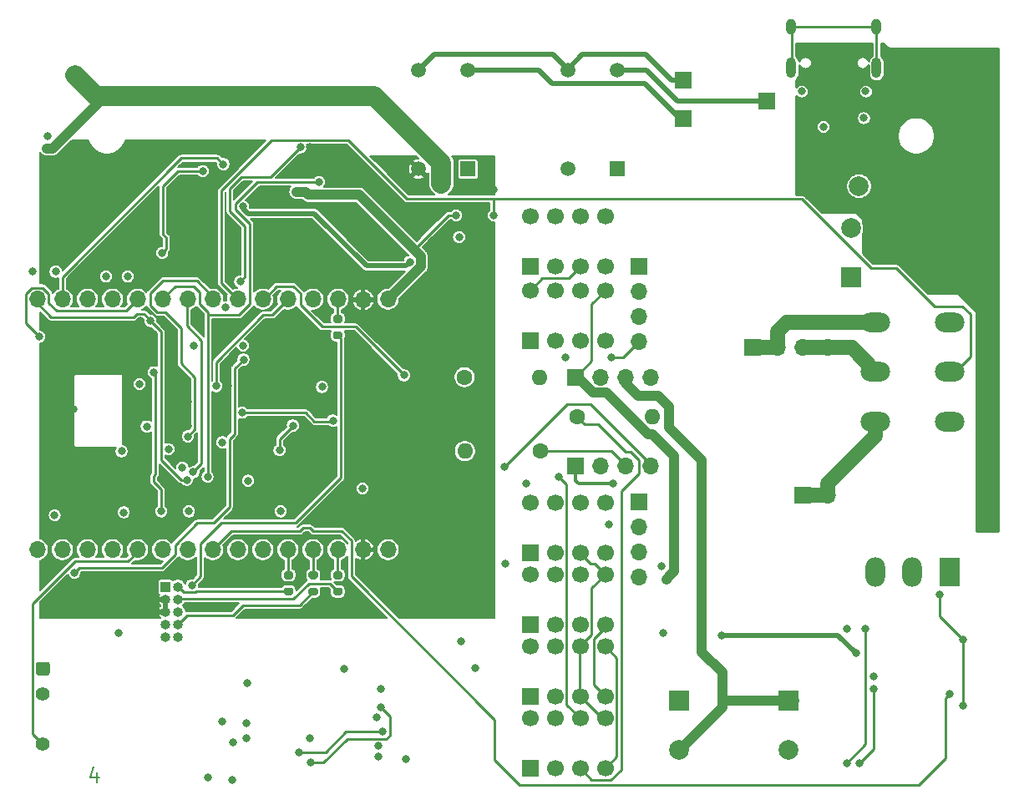
<source format=gbr>
%TF.GenerationSoftware,KiCad,Pcbnew,5.1.10-88a1d61d58~88~ubuntu18.04.1*%
%TF.CreationDate,2021-08-18T13:18:07+02:00*%
%TF.ProjectId,saba-fernbedienung,73616261-2d66-4657-926e-62656469656e,rev?*%
%TF.SameCoordinates,Original*%
%TF.FileFunction,Copper,L4,Bot*%
%TF.FilePolarity,Positive*%
%FSLAX46Y46*%
G04 Gerber Fmt 4.6, Leading zero omitted, Abs format (unit mm)*
G04 Created by KiCad (PCBNEW 5.1.10-88a1d61d58~88~ubuntu18.04.1) date 2021-08-18 13:18:07*
%MOMM*%
%LPD*%
G01*
G04 APERTURE LIST*
%TA.AperFunction,NonConductor*%
%ADD10C,0.150000*%
%TD*%
%TA.AperFunction,ComponentPad*%
%ADD11R,2.000000X2.000000*%
%TD*%
%TA.AperFunction,ComponentPad*%
%ADD12C,2.000000*%
%TD*%
%TA.AperFunction,ComponentPad*%
%ADD13R,1.700000X1.700000*%
%TD*%
%TA.AperFunction,ComponentPad*%
%ADD14O,3.000000X2.000000*%
%TD*%
%TA.AperFunction,ComponentPad*%
%ADD15O,2.000000X3.000000*%
%TD*%
%TA.AperFunction,ComponentPad*%
%ADD16R,2.000000X3.000000*%
%TD*%
%TA.AperFunction,ComponentPad*%
%ADD17C,1.520000*%
%TD*%
%TA.AperFunction,ComponentPad*%
%ADD18R,1.520000X1.520000*%
%TD*%
%TA.AperFunction,ComponentPad*%
%ADD19O,1.700000X1.700000*%
%TD*%
%TA.AperFunction,ComponentPad*%
%ADD20C,1.700000*%
%TD*%
%TA.AperFunction,ComponentPad*%
%ADD21O,1.000000X2.100000*%
%TD*%
%TA.AperFunction,ComponentPad*%
%ADD22O,1.000000X1.600000*%
%TD*%
%TA.AperFunction,ComponentPad*%
%ADD23C,1.400000*%
%TD*%
%TA.AperFunction,ComponentPad*%
%ADD24C,1.600000*%
%TD*%
%TA.AperFunction,ComponentPad*%
%ADD25O,1.600000X1.600000*%
%TD*%
%TA.AperFunction,ComponentPad*%
%ADD26O,1.000000X1.000000*%
%TD*%
%TA.AperFunction,ComponentPad*%
%ADD27R,1.000000X1.000000*%
%TD*%
%TA.AperFunction,ViaPad*%
%ADD28C,0.800000*%
%TD*%
%TA.AperFunction,Conductor*%
%ADD29C,0.250000*%
%TD*%
%TA.AperFunction,Conductor*%
%ADD30C,1.000000*%
%TD*%
%TA.AperFunction,Conductor*%
%ADD31C,2.000000*%
%TD*%
%TA.AperFunction,Conductor*%
%ADD32C,0.500000*%
%TD*%
%TA.AperFunction,Conductor*%
%ADD33C,0.350000*%
%TD*%
%TA.AperFunction,Conductor*%
%ADD34C,1.500000*%
%TD*%
%TA.AperFunction,Conductor*%
%ADD35C,0.254000*%
%TD*%
%TA.AperFunction,Conductor*%
%ADD36C,0.100000*%
%TD*%
%TA.AperFunction,Conductor*%
%ADD37C,0.200000*%
%TD*%
G04 APERTURE END LIST*
D10*
X107985714Y-137078571D02*
X107985714Y-138078571D01*
X107628571Y-136507142D02*
X107271428Y-137578571D01*
X108200000Y-137578571D01*
D11*
%TO.P,C405,1*%
%TO.N,+5V*%
X180200000Y-77600000D03*
D12*
%TO.P,C405,2*%
%TO.N,GND*%
X185200000Y-77600000D03*
%TD*%
D11*
%TO.P,C402,1*%
%TO.N,Net-(C401-Pad1)*%
X184400000Y-86900000D03*
D12*
%TO.P,C402,2*%
%TO.N,GND*%
X184400000Y-81900000D03*
%TD*%
D13*
%TO.P,J310,1*%
%TO.N,Audio_Links*%
X167400000Y-70800000D03*
%TD*%
%TO.P,J309,1*%
%TO.N,Audio_Rechts*%
X175900000Y-69000000D03*
%TD*%
%TO.P,J308,1*%
%TO.N,Audio_GND*%
X167400000Y-66900000D03*
%TD*%
D14*
%TO.P,K607,14*%
%TO.N,GND*%
X194400000Y-91400000D03*
%TO.P,K607,21*%
%TO.N,SABA_230V_AC*%
X186900000Y-96440000D03*
%TO.P,K607,12*%
%TO.N,N/C*%
X194400000Y-101480000D03*
%TO.P,K607,22*%
%TO.N,SABA_N2*%
X186900000Y-101480000D03*
%TO.P,K607,24*%
%TO.N,SABA_N1*%
X186900000Y-91400000D03*
%TO.P,K607,11*%
%TO.N,SABA_Netz_Feedback*%
X194400000Y-96440000D03*
D15*
%TO.P,K607,A2*%
%TO.N,Net-(D610-Pad2)*%
X186900000Y-116740000D03*
D16*
%TO.P,K607,A1*%
%TO.N,Net-(D609-Pad2)*%
X194400000Y-116740000D03*
D15*
%TO.P,K607,A3*%
%TO.N,+5V*%
X190650000Y-116740000D03*
%TD*%
D17*
%TO.P,T702,2*%
%TO.N,GND*%
X155700000Y-75900000D03*
D18*
%TO.P,T702,1*%
%TO.N,/Audio/amp_rechts*%
X160700000Y-75900000D03*
D17*
%TO.P,T702,3*%
%TO.N,Audio_GND*%
X155700000Y-65900000D03*
%TO.P,T702,4*%
%TO.N,Audio_Rechts*%
X160700000Y-65900000D03*
%TD*%
%TO.P,T701,2*%
%TO.N,GND*%
X140600000Y-75900000D03*
D18*
%TO.P,T701,1*%
%TO.N,Net-(R722-Pad2)*%
X145600000Y-75900000D03*
D17*
%TO.P,T701,3*%
%TO.N,Audio_GND*%
X140600000Y-65900000D03*
%TO.P,T701,4*%
%TO.N,Audio_Links*%
X145600000Y-65900000D03*
%TD*%
D19*
%TO.P,U201,30*%
%TO.N,+5V*%
X137490000Y-114500000D03*
%TO.P,U201,29*%
%TO.N,GND*%
X134950000Y-114500000D03*
%TO.P,U201,28*%
%TO.N,SABA_Suchlauf_L*%
X132410000Y-114500000D03*
%TO.P,U201,27*%
%TO.N,SABA_Schnelllauf*%
X129870000Y-114500000D03*
%TO.P,U201,26*%
%TO.N,SABA_Suchlauf_R*%
X127330000Y-114500000D03*
%TO.P,U201,25*%
%TO.N,SABA_Laufrichtung*%
X124790000Y-114500000D03*
%TO.P,U201,24*%
%TO.N,SABA_Netz_Set*%
X122250000Y-114500000D03*
%TO.P,U201,23*%
%TO.N,SABA_Netz_Reset*%
X119710000Y-114500000D03*
%TO.P,U201,22*%
%TO.N,SABA_Suchlauf_Langsam*%
X117170000Y-114500000D03*
%TO.P,U201,21*%
%TO.N,SPI_DCS_VS1053*%
X114630000Y-114500000D03*
%TO.P,U201,20*%
%TO.N,IR_RX*%
X112090000Y-114500000D03*
%TO.P,U201,19*%
%TO.N,SABA_Suchlauf_Schnell*%
X109550000Y-114500000D03*
%TO.P,U201,18*%
%TO.N,Net-(C201-Pad2)*%
X107010000Y-114500000D03*
%TO.P,U201,17*%
%TO.N,SABA_HS*%
X104470000Y-114500000D03*
%TO.P,U201,16*%
%TO.N,Net-(D201-Pad1)*%
X101930000Y-114500000D03*
%TO.P,U201,15*%
%TO.N,SPI_MOSI*%
X101930000Y-89100000D03*
%TO.P,U201,14*%
%TO.N,SPI_CS_SDCARD*%
X104470000Y-89100000D03*
%TO.P,U201,13*%
%TO.N,N/C*%
X107010000Y-89100000D03*
%TO.P,U201,12*%
X109550000Y-89100000D03*
%TO.P,U201,11*%
%TO.N,Net-(R202-Pad1)*%
X112090000Y-89100000D03*
%TO.P,U201,10*%
%TO.N,SPI_MISO*%
X114630000Y-89100000D03*
%TO.P,U201,9*%
%TO.N,SPI_SCK*%
X117170000Y-89100000D03*
%TO.P,U201,8*%
%TO.N,SPI_CS_VS1053*%
X119710000Y-89100000D03*
%TO.P,U201,7*%
%TO.N,SABA_Netz_Feedback*%
X122250000Y-89100000D03*
%TO.P,U201,6*%
%TO.N,SABA_Mute*%
X124790000Y-89100000D03*
%TO.P,U201,5*%
%TO.N,VS1053_DREQ*%
X127330000Y-89100000D03*
%TO.P,U201,4*%
%TO.N,SABA_Leise*%
X129870000Y-89100000D03*
%TO.P,U201,3*%
%TO.N,SABA_Laut*%
X132410000Y-89100000D03*
%TO.P,U201,2*%
%TO.N,GND*%
X134950000Y-89150800D03*
%TO.P,U201,1*%
%TO.N,+3V3*%
X137488000Y-89100800D03*
%TD*%
D11*
%TO.P,C415,1*%
%TO.N,SABA_GND_AC*%
X178100000Y-129800000D03*
D12*
%TO.P,C415,2*%
%TO.N,-24V*%
X178100000Y-134800000D03*
%TD*%
D13*
%TO.P,K606,1*%
%TO.N,+5V*%
X151880000Y-114800000D03*
D20*
%TO.P,K606,2*%
%TO.N,SABA_Suchlauf*%
X154420000Y-114800000D03*
%TO.P,K606,3*%
%TO.N,/Fernbedienung/Suchlauf*%
X156960000Y-114800000D03*
%TO.P,K606,4*%
%TO.N,N/C*%
X159500000Y-114800000D03*
%TO.P,K606,5*%
%TO.N,SABA_Suchlauf*%
X159500000Y-109720000D03*
%TO.P,K606,6*%
%TO.N,SABA_GND_AC*%
X156960000Y-109720000D03*
%TO.P,K606,7*%
%TO.N,N/C*%
X154420000Y-109720000D03*
%TO.P,K606,8*%
%TO.N,/Fernbedienung/Relais_Mute*%
X151880000Y-109720000D03*
%TD*%
D13*
%TO.P,K605,1*%
%TO.N,+5V*%
X151880000Y-136680000D03*
D20*
%TO.P,K605,2*%
%TO.N,N/C*%
X154420000Y-136680000D03*
%TO.P,K605,3*%
%TO.N,Net-(K605-Pad3)*%
X156960000Y-136680000D03*
%TO.P,K605,4*%
%TO.N,Net-(K604-Pad5)*%
X159500000Y-136680000D03*
%TO.P,K605,5*%
%TO.N,/Fernbedienung/Suchlauf*%
X159500000Y-131600000D03*
%TO.P,K605,6*%
%TO.N,Net-(K605-Pad6)*%
X156960000Y-131600000D03*
%TO.P,K605,7*%
%TO.N,N/C*%
X154420000Y-131600000D03*
%TO.P,K605,8*%
%TO.N,/Fernbedienung/Relais_Suchlauf_R*%
X151880000Y-131600000D03*
%TD*%
D13*
%TO.P,K604,1*%
%TO.N,+5V*%
X151880000Y-129380000D03*
D20*
%TO.P,K604,2*%
%TO.N,N/C*%
X154420000Y-129380000D03*
%TO.P,K604,3*%
%TO.N,/Fernbedienung/Suchlauf*%
X156960000Y-129380000D03*
%TO.P,K604,4*%
%TO.N,Net-(K602-Pad4)*%
X159500000Y-129380000D03*
%TO.P,K604,5*%
%TO.N,Net-(K604-Pad5)*%
X159500000Y-124300000D03*
%TO.P,K604,6*%
%TO.N,/Fernbedienung/Suchlauf*%
X156960000Y-124300000D03*
%TO.P,K604,7*%
%TO.N,N/C*%
X154420000Y-124300000D03*
%TO.P,K604,8*%
%TO.N,/Fernbedienung/Relais_Schnelllauf*%
X151880000Y-124300000D03*
%TD*%
D13*
%TO.P,K603,1*%
%TO.N,+5V*%
X151880000Y-85800000D03*
D20*
%TO.P,K603,2*%
%TO.N,/Fernbedienung/Relais_Leise*%
X154420000Y-85800000D03*
%TO.P,K603,3*%
%TO.N,Net-(D603-Pad2)*%
X156960000Y-85800000D03*
%TO.P,K603,4*%
%TO.N,N/C*%
X159500000Y-85800000D03*
%TO.P,K603,5*%
%TO.N,SABA_~15V_AC*%
X159500000Y-80720000D03*
%TO.P,K603,6*%
%TO.N,SABA_Lautstaerke*%
X156960000Y-80720000D03*
%TO.P,K603,7*%
%TO.N,N/C*%
X154420000Y-80720000D03*
%TO.P,K603,8*%
%TO.N,Net-(D606-Pad2)*%
X151880000Y-80720000D03*
%TD*%
D13*
%TO.P,K602,1*%
%TO.N,+5V*%
X151880000Y-122080000D03*
D20*
%TO.P,K602,2*%
%TO.N,N/C*%
X154420000Y-122080000D03*
%TO.P,K602,3*%
%TO.N,Net-(K602-Pad3)*%
X156960000Y-122080000D03*
%TO.P,K602,4*%
%TO.N,Net-(K602-Pad4)*%
X159500000Y-122080000D03*
%TO.P,K602,5*%
%TO.N,/Fernbedienung/Suchlauf*%
X159500000Y-117000000D03*
%TO.P,K602,6*%
%TO.N,Net-(K602-Pad6)*%
X156960000Y-117000000D03*
%TO.P,K602,7*%
%TO.N,N/C*%
X154420000Y-117000000D03*
%TO.P,K602,8*%
%TO.N,/Fernbedienung/Relais_Suchlauf_L*%
X151880000Y-117000000D03*
%TD*%
D13*
%TO.P,K601,1*%
%TO.N,+5V*%
X151880000Y-93300000D03*
D20*
%TO.P,K601,2*%
%TO.N,/Fernbedienung/Relais_Laut*%
X154420000Y-93300000D03*
%TO.P,K601,3*%
%TO.N,Net-(D606-Pad2)*%
X156960000Y-93300000D03*
%TO.P,K601,4*%
%TO.N,N/C*%
X159500000Y-93300000D03*
%TO.P,K601,5*%
%TO.N,SABA_15V_AC*%
X159500000Y-88220000D03*
%TO.P,K601,6*%
%TO.N,SABA_Lautstaerke*%
X156960000Y-88220000D03*
%TO.P,K601,7*%
%TO.N,N/C*%
X154420000Y-88220000D03*
%TO.P,K601,8*%
%TO.N,Net-(D603-Pad2)*%
X151880000Y-88220000D03*
%TD*%
D13*
%TO.P,J306,1*%
%TO.N,SABA_N2*%
X179500000Y-109000000D03*
D19*
%TO.P,J306,2*%
X182040000Y-109000000D03*
%TD*%
D21*
%TO.P,J312,S1*%
%TO.N,Net-(J312-PadS1)*%
X178360000Y-65630000D03*
X187000000Y-65630000D03*
D22*
X187000000Y-61450000D03*
X178360000Y-61450000D03*
%TD*%
%TO.P,U301,1*%
%TO.N,GND*%
%TA.AperFunction,ComponentPad*%
G36*
G01*
X102049200Y-125860000D02*
X102950800Y-125860000D01*
G75*
G02*
X103200000Y-126109200I0J-249200D01*
G01*
X103200000Y-127010800D01*
G75*
G02*
X102950800Y-127260000I-249200J0D01*
G01*
X102049200Y-127260000D01*
G75*
G02*
X101800000Y-127010800I0J249200D01*
G01*
X101800000Y-126109200D01*
G75*
G02*
X102049200Y-125860000I249200J0D01*
G01*
G37*
%TD.AperFunction*%
D23*
%TO.P,U301,2*%
%TO.N,Net-(C304-Pad1)*%
X102500000Y-129100000D03*
%TO.P,U301,3*%
%TO.N,IR_RX*%
X102500000Y-134180000D03*
%TD*%
D24*
%TO.P,R618,1*%
%TO.N,SABA_HS2*%
X152900000Y-104500000D03*
D25*
%TO.P,R618,2*%
%TO.N,Net-(D611-Pad1)*%
X145280000Y-104500000D03*
%TD*%
%TO.P,R617,2*%
%TO.N,SABA_~15V_AC*%
X164250000Y-101000000D03*
D24*
%TO.P,R617,1*%
%TO.N,Net-(K605-Pad3)*%
X156630000Y-101000000D03*
%TD*%
D25*
%TO.P,R603,2*%
%TO.N,SABA_15V_AC*%
X152870000Y-97000000D03*
D24*
%TO.P,R603,1*%
%TO.N,Net-(K602-Pad3)*%
X145250000Y-97000000D03*
%TD*%
%TO.P,R209,2*%
%TO.N,SABA_Suchlauf_L*%
%TA.AperFunction,SMDPad,CuDef*%
G36*
G01*
X132675000Y-117475000D02*
X132125000Y-117475000D01*
G75*
G02*
X131925000Y-117275000I0J200000D01*
G01*
X131925000Y-116875000D01*
G75*
G02*
X132125000Y-116675000I200000J0D01*
G01*
X132675000Y-116675000D01*
G75*
G02*
X132875000Y-116875000I0J-200000D01*
G01*
X132875000Y-117275000D01*
G75*
G02*
X132675000Y-117475000I-200000J0D01*
G01*
G37*
%TD.AperFunction*%
%TO.P,R209,1*%
%TO.N,Net-(J201-Pad4)*%
%TA.AperFunction,SMDPad,CuDef*%
G36*
G01*
X132675000Y-119125000D02*
X132125000Y-119125000D01*
G75*
G02*
X131925000Y-118925000I0J200000D01*
G01*
X131925000Y-118525000D01*
G75*
G02*
X132125000Y-118325000I200000J0D01*
G01*
X132675000Y-118325000D01*
G75*
G02*
X132875000Y-118525000I0J-200000D01*
G01*
X132875000Y-118925000D01*
G75*
G02*
X132675000Y-119125000I-200000J0D01*
G01*
G37*
%TD.AperFunction*%
%TD*%
%TO.P,R208,2*%
%TO.N,SABA_Suchlauf_R*%
%TA.AperFunction,SMDPad,CuDef*%
G36*
G01*
X127675000Y-117475000D02*
X127125000Y-117475000D01*
G75*
G02*
X126925000Y-117275000I0J200000D01*
G01*
X126925000Y-116875000D01*
G75*
G02*
X127125000Y-116675000I200000J0D01*
G01*
X127675000Y-116675000D01*
G75*
G02*
X127875000Y-116875000I0J-200000D01*
G01*
X127875000Y-117275000D01*
G75*
G02*
X127675000Y-117475000I-200000J0D01*
G01*
G37*
%TD.AperFunction*%
%TO.P,R208,1*%
%TO.N,Net-(J201-Pad2)*%
%TA.AperFunction,SMDPad,CuDef*%
G36*
G01*
X127675000Y-119125000D02*
X127125000Y-119125000D01*
G75*
G02*
X126925000Y-118925000I0J200000D01*
G01*
X126925000Y-118525000D01*
G75*
G02*
X127125000Y-118325000I200000J0D01*
G01*
X127675000Y-118325000D01*
G75*
G02*
X127875000Y-118525000I0J-200000D01*
G01*
X127875000Y-118925000D01*
G75*
G02*
X127675000Y-119125000I-200000J0D01*
G01*
G37*
%TD.AperFunction*%
%TD*%
%TO.P,R207,2*%
%TO.N,SABA_Laut*%
%TA.AperFunction,SMDPad,CuDef*%
G36*
G01*
X132675000Y-91500000D02*
X132125000Y-91500000D01*
G75*
G02*
X131925000Y-91300000I0J200000D01*
G01*
X131925000Y-90900000D01*
G75*
G02*
X132125000Y-90700000I200000J0D01*
G01*
X132675000Y-90700000D01*
G75*
G02*
X132875000Y-90900000I0J-200000D01*
G01*
X132875000Y-91300000D01*
G75*
G02*
X132675000Y-91500000I-200000J0D01*
G01*
G37*
%TD.AperFunction*%
%TO.P,R207,1*%
%TO.N,Net-(J201-Pad6)*%
%TA.AperFunction,SMDPad,CuDef*%
G36*
G01*
X132675000Y-93150000D02*
X132125000Y-93150000D01*
G75*
G02*
X131925000Y-92950000I0J200000D01*
G01*
X131925000Y-92550000D01*
G75*
G02*
X132125000Y-92350000I200000J0D01*
G01*
X132675000Y-92350000D01*
G75*
G02*
X132875000Y-92550000I0J-200000D01*
G01*
X132875000Y-92950000D01*
G75*
G02*
X132675000Y-93150000I-200000J0D01*
G01*
G37*
%TD.AperFunction*%
%TD*%
%TO.P,R206,2*%
%TO.N,SABA_Schnelllauf*%
%TA.AperFunction,SMDPad,CuDef*%
G36*
G01*
X130175000Y-117475000D02*
X129625000Y-117475000D01*
G75*
G02*
X129425000Y-117275000I0J200000D01*
G01*
X129425000Y-116875000D01*
G75*
G02*
X129625000Y-116675000I200000J0D01*
G01*
X130175000Y-116675000D01*
G75*
G02*
X130375000Y-116875000I0J-200000D01*
G01*
X130375000Y-117275000D01*
G75*
G02*
X130175000Y-117475000I-200000J0D01*
G01*
G37*
%TD.AperFunction*%
%TO.P,R206,1*%
%TO.N,Net-(J201-Pad8)*%
%TA.AperFunction,SMDPad,CuDef*%
G36*
G01*
X130175000Y-119125000D02*
X129625000Y-119125000D01*
G75*
G02*
X129425000Y-118925000I0J200000D01*
G01*
X129425000Y-118525000D01*
G75*
G02*
X129625000Y-118325000I200000J0D01*
G01*
X130175000Y-118325000D01*
G75*
G02*
X130375000Y-118525000I0J-200000D01*
G01*
X130375000Y-118925000D01*
G75*
G02*
X130175000Y-119125000I-200000J0D01*
G01*
G37*
%TD.AperFunction*%
%TD*%
D19*
%TO.P,J311,4*%
%TO.N,N/C*%
X162900000Y-117220000D03*
%TO.P,J311,3*%
X162900000Y-114680000D03*
%TO.P,J311,2*%
X162900000Y-112140000D03*
D13*
%TO.P,J311,1*%
%TO.N,TA_Aktiv*%
X162900000Y-109600000D03*
%TD*%
%TO.P,J307,1*%
%TO.N,SABA_N1*%
X174400000Y-94000000D03*
D19*
%TO.P,J307,2*%
X176940000Y-94000000D03*
%TO.P,J307,3*%
%TO.N,SABA_230V_AC*%
X179480000Y-94000000D03*
%TO.P,J307,4*%
X182020000Y-94000000D03*
%TD*%
D13*
%TO.P,J304,1*%
%TO.N,SABA_Lautstaerke*%
X156500000Y-106000000D03*
D19*
%TO.P,J304,2*%
%TO.N,SABA_Suchlauf*%
X159040000Y-106000000D03*
%TO.P,J304,3*%
%TO.N,SABA_HS2*%
X161580000Y-106000000D03*
%TO.P,J304,4*%
%TO.N,SABA_HS3*%
X164120000Y-106000000D03*
%TD*%
D13*
%TO.P,J302,1*%
%TO.N,SABA_6\u002C3V_AC*%
X162900000Y-85800000D03*
D19*
%TO.P,J302,2*%
X162900000Y-88340000D03*
%TO.P,J302,3*%
%TO.N,Earth*%
X162900000Y-90880000D03*
%TO.P,J302,4*%
X162900000Y-93420000D03*
%TD*%
D13*
%TO.P,J301,1*%
%TO.N,SABA_15V_AC*%
X156500000Y-97000000D03*
D19*
%TO.P,J301,2*%
%TO.N,SABA_GND_AC*%
X159040000Y-97000000D03*
%TO.P,J301,3*%
X161580000Y-97000000D03*
%TO.P,J301,4*%
%TO.N,SABA_~15V_AC*%
X164120000Y-97000000D03*
%TD*%
D26*
%TO.P,J201,10*%
%TO.N,~RESET*%
X116200000Y-123340000D03*
%TO.P,J201,9*%
%TO.N,GND*%
X114930000Y-123340000D03*
%TO.P,J201,8*%
%TO.N,Net-(J201-Pad8)*%
X116200000Y-122070000D03*
%TO.P,J201,7*%
%TO.N,N/C*%
X114930000Y-122070000D03*
%TO.P,J201,6*%
%TO.N,Net-(J201-Pad6)*%
X116200000Y-120800000D03*
%TO.P,J201,5*%
%TO.N,GND*%
X114930000Y-120800000D03*
%TO.P,J201,4*%
%TO.N,Net-(J201-Pad4)*%
X116200000Y-119530000D03*
%TO.P,J201,3*%
%TO.N,GND*%
X114930000Y-119530000D03*
%TO.P,J201,2*%
%TO.N,Net-(J201-Pad2)*%
X116200000Y-118260000D03*
D27*
%TO.P,J201,1*%
%TO.N,+3V3*%
X114930000Y-118260000D03*
%TD*%
D11*
%TO.P,C407,1*%
%TO.N,+24V*%
X167000000Y-129800000D03*
D12*
%TO.P,C407,2*%
%TO.N,SABA_GND_AC*%
X167000000Y-134800000D03*
%TD*%
D28*
%TO.N,Earth*%
X155500000Y-95000000D03*
X160100000Y-95000000D03*
%TO.N,+3V3*%
X113030000Y-102005000D03*
X120700000Y-103600000D03*
X110480000Y-104505000D03*
X116650153Y-106175153D03*
X112300000Y-97700000D03*
X110700000Y-110700000D03*
X117300000Y-110600000D03*
X126600000Y-110600000D03*
X121000000Y-89900004D03*
X144400000Y-80600000D03*
X103700000Y-111000000D03*
X110200000Y-122900000D03*
X134900000Y-108300000D03*
X128199999Y-78200001D03*
%TO.N,+5V*%
X197600000Y-86600000D03*
X197600000Y-83300000D03*
X197600000Y-82200000D03*
X197600000Y-85500000D03*
X197600000Y-84400000D03*
X144700000Y-82800000D03*
X102900000Y-73800000D03*
X105800000Y-66400000D03*
X192500000Y-80800000D03*
X193600000Y-80800000D03*
X194700000Y-80800000D03*
X195800000Y-80800000D03*
X196900000Y-80800000D03*
X143400000Y-77600000D03*
X142500000Y-76600000D03*
X143400000Y-76600000D03*
X142500000Y-77600000D03*
X106650000Y-67250000D03*
%TO.N,SABA_GND_AC*%
X171400000Y-126950000D03*
X123099998Y-132100000D03*
X121800000Y-134000000D03*
X123200000Y-127999996D03*
X133000000Y-126600000D03*
X129594965Y-133629996D03*
X119200000Y-137600000D03*
X139300000Y-135750000D03*
X136500000Y-134400000D03*
X136750000Y-128600000D03*
X186700000Y-127300000D03*
%TO.N,+24V*%
X123100000Y-133600000D03*
X121700000Y-137800000D03*
X120700000Y-131900000D03*
X136500000Y-135500000D03*
X136300000Y-131500000D03*
X171300000Y-123200000D03*
X184900000Y-125000000D03*
%TO.N,+1V8*%
X122800000Y-93800000D03*
X117780000Y-93830000D03*
X123300000Y-107500000D03*
X101500000Y-86300000D03*
X103800000Y-86300000D03*
X115225000Y-104300000D03*
%TO.N,+3.3VA*%
X127855000Y-101905000D03*
X108900000Y-86800000D03*
X111100000Y-86800000D03*
X130800000Y-97979981D03*
X126500000Y-104400000D03*
%TO.N,Net-(C503-Pad1)*%
X185300000Y-136100000D03*
X186700004Y-128600000D03*
%TO.N,/Suchlauf Messung/Phase*%
X136750000Y-130500000D03*
X129650000Y-136050000D03*
%TO.N,/Suchlauf Messung/Amplitude*%
X128500000Y-135000000D03*
X136950000Y-132950000D03*
%TO.N,+5VA*%
X139700000Y-85300000D03*
X122800000Y-79700000D03*
%TO.N,SABA_15V_AC*%
X165700000Y-117500000D03*
X165200000Y-116200000D03*
X166500000Y-106400000D03*
X166500000Y-105100000D03*
%TO.N,Net-(D504-Pad1)*%
X184000000Y-122500000D03*
X165400000Y-122900000D03*
%TO.N,SABA_HS3*%
X149300000Y-106100000D03*
%TO.N,~RESET*%
X122840789Y-95218334D03*
X105700000Y-116800000D03*
%TO.N,Net-(J201-Pad6)*%
X117600000Y-118100000D03*
%TO.N,SPI_MISO*%
X119200000Y-107100000D03*
X130500001Y-77199999D03*
%TO.N,SPI_SCK*%
X117744524Y-106635401D03*
X122500000Y-87300000D03*
X128600000Y-73700000D03*
%TO.N,SPI_MOSI*%
X117100000Y-107400000D03*
X114600000Y-84400000D03*
X113400000Y-91300000D03*
X118700000Y-76100000D03*
%TO.N,SPI_CS_SDCARD*%
X120800000Y-75400000D03*
%TO.N,SABA_Lautstaerke*%
X160300000Y-107800000D03*
%TO.N,Net-(K605-Pad6)*%
X154800000Y-107100000D03*
%TO.N,Net-(R501-Pad1)*%
X185900000Y-122500000D03*
X183999998Y-136100000D03*
%TO.N,SABA_Mute*%
X139110010Y-96810010D03*
%TO.N,SPI_DCS_VS1053*%
X113750000Y-96500000D03*
X114500000Y-110600000D03*
%TO.N,SPI_CS_VS1053*%
X117200000Y-103000000D03*
%TO.N,VS1053_DREQ*%
X120063967Y-97900000D03*
%TO.N,GND*%
X114200000Y-83400000D03*
X131300000Y-76400000D03*
X119700000Y-75600000D03*
X129600000Y-73700000D03*
X115500000Y-110600000D03*
X131100000Y-105700000D03*
X147100000Y-90300000D03*
X149400000Y-115900000D03*
X145700000Y-120300000D03*
X144900000Y-123800000D03*
X146300000Y-126500000D03*
X125350000Y-121000000D03*
X129650000Y-120450000D03*
X108600000Y-111050000D03*
X181600000Y-71600000D03*
X179400000Y-68000000D03*
X185900000Y-68000000D03*
X185700000Y-70700000D03*
X128600000Y-79300000D03*
X135000000Y-75800000D03*
X127000084Y-82400000D03*
X121600000Y-86300000D03*
X113850000Y-79100000D03*
X106450000Y-79100000D03*
X103550000Y-74950000D03*
X102950000Y-72550000D03*
X114100000Y-86250000D03*
X129212660Y-113012660D03*
X124030000Y-104855000D03*
X129800000Y-102300000D03*
X120030000Y-92260000D03*
X115880000Y-96555000D03*
X130500000Y-100774990D03*
X129500000Y-92000000D03*
X122400000Y-91900000D03*
X117180000Y-101955000D03*
X134300000Y-99900000D03*
X116400000Y-104300000D03*
X131300000Y-99100000D03*
X128500000Y-107500000D03*
X114500000Y-107300000D03*
X117180000Y-99455000D03*
X112200000Y-96500000D03*
X121230000Y-97905000D03*
X115650000Y-92200000D03*
X122730000Y-98455000D03*
X105630000Y-100255000D03*
X122480000Y-103355000D03*
X128330000Y-103605000D03*
X127630000Y-99505000D03*
X126200000Y-107500000D03*
X112980000Y-103005000D03*
X112980000Y-105905000D03*
X122730000Y-101705000D03*
X113100000Y-98400000D03*
X123980000Y-96555000D03*
X119300000Y-108200000D03*
X118400000Y-92000000D03*
X106800000Y-86250062D03*
X121799992Y-81900000D03*
X122199996Y-78200000D03*
X129600000Y-94700000D03*
X135500000Y-92000000D03*
X135500000Y-94750000D03*
X134500000Y-105700000D03*
X137500000Y-100000000D03*
X115600000Y-113200000D03*
X121200000Y-120412652D03*
X116600000Y-77000000D03*
X112400000Y-91300000D03*
X117100000Y-108500000D03*
X135600000Y-84000000D03*
X195800000Y-130300000D03*
X195800000Y-123600000D03*
X148200000Y-78000000D03*
X106198952Y-91898952D03*
X137000000Y-110400000D03*
X109700000Y-118700000D03*
X193400000Y-119000000D03*
%TO.N,TA_Aktiv*%
X159900000Y-111900000D03*
X151500000Y-107800000D03*
%TO.N,SABA_Netz_Feedback*%
X148200000Y-80600000D03*
%TO.N,Net-(R202-Pad1)*%
X102100000Y-92900000D03*
%TO.N,SABA_Netz_Reset*%
X194400000Y-129100000D03*
%TO.N,Net-(R715-Pad2)*%
X131900000Y-101400010D03*
X122700000Y-100600000D03*
%TD*%
D29*
%TO.N,Earth*%
X162900000Y-93420000D02*
X161320000Y-95000000D01*
X161320000Y-95000000D02*
X160100000Y-95000000D01*
%TO.N,+3V3*%
X144400000Y-80600000D02*
X143600000Y-80600000D01*
D30*
X129128001Y-78199999D02*
X128200000Y-78199999D01*
X129428002Y-78500000D02*
X129128001Y-78199999D01*
X134528002Y-78500000D02*
X129428002Y-78500000D01*
X137488000Y-89100800D02*
X140800001Y-85788799D01*
X140800001Y-85788799D02*
X140800001Y-84771999D01*
X140800001Y-84771999D02*
X140114001Y-84085999D01*
D29*
X141650000Y-82550000D02*
X141500000Y-82700000D01*
X141650000Y-82550000D02*
X140114001Y-84085999D01*
D30*
X140114001Y-84085999D02*
X134528002Y-78500000D01*
D29*
X143600000Y-80600000D02*
X141650000Y-82550000D01*
D30*
%TO.N,+5V*%
X103465685Y-73800000D02*
X108465685Y-68800000D01*
X108465685Y-68800000D02*
X108200000Y-68800000D01*
X102900000Y-73800000D02*
X103465685Y-73800000D01*
D31*
X142900000Y-76600000D02*
X142900000Y-76600000D01*
X142900000Y-76600000D02*
X142900000Y-76600000D01*
X142900000Y-76600000D02*
X142900000Y-76600000D01*
X142900000Y-76600000D02*
X142900000Y-76600000D01*
X136100802Y-68500000D02*
X142900000Y-75299198D01*
X142900000Y-75299198D02*
X142900000Y-77400000D01*
X105800000Y-66400000D02*
X107900000Y-68500000D01*
X107900000Y-68500000D02*
X136100802Y-68500000D01*
D30*
X108200000Y-68800000D02*
X106650000Y-67250000D01*
X106650000Y-67250000D02*
X105800000Y-66400000D01*
%TO.N,SABA_GND_AC*%
X178700000Y-129800000D02*
X171400000Y-129800000D01*
X171400000Y-126950000D02*
X171400000Y-129800000D01*
X169050000Y-132850000D02*
X167100000Y-134800000D01*
X171400000Y-129800000D02*
X171400000Y-130500000D01*
X171400000Y-130500000D02*
X169050000Y-132850000D01*
X169300000Y-105400000D02*
X169300000Y-124850000D01*
X169300000Y-124850000D02*
X171400000Y-126950000D01*
X161580000Y-97620000D02*
X162810000Y-98850000D01*
X162810000Y-98850000D02*
X164900000Y-98850000D01*
X161580000Y-97000000D02*
X161580000Y-97620000D01*
X164900000Y-98850000D02*
X166000000Y-99950000D01*
X166000000Y-99950000D02*
X166000000Y-102100000D01*
X166000000Y-102100000D02*
X169300000Y-105400000D01*
D32*
%TO.N,+24V*%
X171300000Y-123200000D02*
X183100000Y-123200000D01*
X183100000Y-123200000D02*
X184900000Y-125000000D01*
D29*
%TO.N,+3.3VA*%
X126500000Y-103260000D02*
X126500000Y-104400000D01*
X127855000Y-101905000D02*
X126500000Y-103260000D01*
%TO.N,Net-(C503-Pad1)*%
X185300000Y-136100000D02*
X186700004Y-134699996D01*
X186700004Y-134699996D02*
X186700004Y-128600000D01*
%TO.N,/Suchlauf Messung/Phase*%
X130950000Y-136050000D02*
X129650000Y-136050000D01*
X133350000Y-133650000D02*
X130950000Y-136050000D01*
X137675001Y-131425001D02*
X137675001Y-133324999D01*
X136750000Y-130500000D02*
X137675001Y-131425001D01*
X137675001Y-133324999D02*
X137300000Y-133700000D01*
X136750000Y-133700000D02*
X136700000Y-133650000D01*
X137300000Y-133700000D02*
X136750000Y-133700000D01*
X136700000Y-133650000D02*
X133350000Y-133650000D01*
%TO.N,/Suchlauf Messung/Amplitude*%
X136950000Y-132950000D02*
X133200000Y-132950000D01*
X131150000Y-135000000D02*
X128500000Y-135000000D01*
X133200000Y-132950000D02*
X131150000Y-135000000D01*
D32*
%TO.N,Audio_Links*%
X167100000Y-70800000D02*
X167300000Y-70800000D01*
X163500000Y-67200000D02*
X167100000Y-70800000D01*
X145600000Y-65900000D02*
X152800000Y-65900000D01*
X154100000Y-67200000D02*
X163500000Y-67200000D01*
X152800000Y-65900000D02*
X154100000Y-67200000D01*
%TO.N,Audio_Rechts*%
X166800000Y-69000000D02*
X176000000Y-69000000D01*
X160700000Y-65900000D02*
X163700000Y-65900000D01*
X163700000Y-65900000D02*
X166800000Y-69000000D01*
%TO.N,+5VA*%
X139300001Y-85699999D02*
X139700000Y-85300000D01*
X130100000Y-80500000D02*
X135299999Y-85699999D01*
X135299999Y-85699999D02*
X139300001Y-85699999D01*
X130100000Y-80500000D02*
X130000000Y-80400000D01*
X130000000Y-80400000D02*
X123300000Y-80400000D01*
X123300000Y-80400000D02*
X122800000Y-79900000D01*
X122800000Y-79900000D02*
X122800000Y-79700000D01*
D29*
%TO.N,SABA_15V_AC*%
X158135001Y-89584999D02*
X158135001Y-95364999D01*
X159500000Y-88220000D02*
X158135001Y-89584999D01*
X158135001Y-95364999D02*
X156900000Y-96600000D01*
D30*
X166099999Y-117100001D02*
X165700000Y-117500000D01*
X166500000Y-105000000D02*
X166500000Y-116700000D01*
X156745998Y-97000000D02*
X158295999Y-98550001D01*
X166500000Y-116700000D02*
X166099999Y-117100001D01*
X156500000Y-97000000D02*
X156745998Y-97000000D01*
X158295999Y-98550001D02*
X159616742Y-98550001D01*
X163866741Y-102800000D02*
X164300000Y-102800000D01*
X159616742Y-98550001D02*
X163866741Y-102800000D01*
X164300000Y-102800000D02*
X166500000Y-105000000D01*
D29*
%TO.N,SABA_HS3*%
X149400000Y-106000000D02*
X149300000Y-106100000D01*
X155650000Y-99750000D02*
X149400000Y-106000000D01*
X158050000Y-99750000D02*
X155650000Y-99750000D01*
X164120000Y-106000000D02*
X164120000Y-105820000D01*
X164120000Y-105820000D02*
X158050000Y-99750000D01*
%TO.N,~RESET*%
X114605001Y-116294999D02*
X106205001Y-116294999D01*
X115900000Y-114030998D02*
X115900000Y-115000000D01*
X106205001Y-116294999D02*
X105700000Y-116800000D01*
X115900000Y-115000000D02*
X114605001Y-116294999D01*
X118130998Y-111800000D02*
X115900000Y-114030998D01*
X121955001Y-96104122D02*
X121955001Y-102744999D01*
X122840789Y-95218334D02*
X121955001Y-96104122D01*
X121955001Y-102744999D02*
X121425001Y-103274999D01*
X121425001Y-110174999D02*
X119800000Y-111800000D01*
X121425001Y-103274999D02*
X121425001Y-110174999D01*
X119800000Y-111800000D02*
X118130998Y-111800000D01*
%TO.N,Net-(J201-Pad8)*%
X128525000Y-120100000D02*
X124700000Y-120100000D01*
X129900000Y-118725000D02*
X128525000Y-120100000D01*
X124700000Y-120100000D02*
X122800000Y-120100000D01*
X121762347Y-121137653D02*
X117162347Y-121137653D01*
X122800000Y-120100000D02*
X121762347Y-121137653D01*
X117162347Y-121137653D02*
X116200000Y-122100000D01*
%TO.N,Net-(J201-Pad6)*%
X118500000Y-117200000D02*
X117600000Y-118100000D01*
X132700000Y-93050000D02*
X132700000Y-107200000D01*
X132400000Y-92750000D02*
X132700000Y-93050000D01*
X132700000Y-107200000D02*
X128100000Y-111800000D01*
X128100000Y-111800000D02*
X120600000Y-111800000D01*
X120600000Y-111800000D02*
X118500000Y-113900000D01*
X118500000Y-113900000D02*
X118500000Y-117200000D01*
%TO.N,Net-(J201-Pad4)*%
X131575000Y-117900000D02*
X129507522Y-117900000D01*
X132400000Y-118725000D02*
X131575000Y-117900000D01*
X129507522Y-117900000D02*
X127907522Y-119500000D01*
X127907522Y-119500000D02*
X124517366Y-119500000D01*
X124517366Y-119500000D02*
X116200000Y-119500000D01*
%TO.N,Net-(J201-Pad2)*%
X127400000Y-118725000D02*
X124573322Y-118725000D01*
X117948001Y-118825001D02*
X116825001Y-118825001D01*
X124573322Y-118725000D02*
X118048002Y-118725000D01*
X118048002Y-118725000D02*
X117948001Y-118825001D01*
X116825001Y-118825001D02*
X116200000Y-118200000D01*
%TO.N,SPI_MISO*%
X114600000Y-89100000D02*
X115900000Y-87800000D01*
X117800000Y-87800000D02*
X118400000Y-88400000D01*
X115900000Y-87800000D02*
X117800000Y-87800000D01*
X118400000Y-88400000D02*
X118400000Y-89600000D01*
X119200000Y-90400000D02*
X119200000Y-107100000D01*
X118400000Y-89600000D02*
X119200000Y-90400000D01*
X119200000Y-90700000D02*
X122389002Y-90700000D01*
X122074999Y-80048001D02*
X122074999Y-79397999D01*
X124272999Y-77199999D02*
X130500001Y-77199999D01*
X123500000Y-89589002D02*
X123500000Y-81473002D01*
X122389002Y-90700000D02*
X123500000Y-89589002D01*
X122074999Y-79397999D02*
X124272999Y-77199999D01*
X123500000Y-81473002D02*
X122074999Y-80048001D01*
%TO.N,SPI_SCK*%
X118600000Y-105779925D02*
X117744524Y-106635401D01*
X118600000Y-93273002D02*
X118600000Y-105779925D01*
X117100000Y-89100000D02*
X117100000Y-91773002D01*
X117100000Y-91773002D02*
X118600000Y-93273002D01*
X123000000Y-86800000D02*
X123000000Y-81700000D01*
X121474995Y-77851999D02*
X122626994Y-76700000D01*
X125600000Y-76700000D02*
X128600000Y-73700000D01*
X122500000Y-87300000D02*
X123000000Y-86800000D01*
X123000000Y-81700000D02*
X121474995Y-80174995D01*
X121474995Y-80174995D02*
X121474995Y-77851999D01*
X122626994Y-76700000D02*
X125600000Y-76700000D01*
%TO.N,SPI_MOSI*%
X101950000Y-89150000D02*
X102000000Y-89100000D01*
X114500000Y-105365685D02*
X116534315Y-107400000D01*
X114500000Y-92400000D02*
X114500000Y-105365685D01*
X113125001Y-91025001D02*
X114500000Y-92400000D01*
X113125001Y-90951999D02*
X113125001Y-91025001D01*
X101930000Y-89530000D02*
X103300000Y-90900000D01*
X101930000Y-89100000D02*
X101930000Y-89530000D01*
X103300000Y-90900000D02*
X111726998Y-90900000D01*
X112051999Y-90574999D02*
X112748001Y-90574999D01*
X111726998Y-90900000D02*
X112051999Y-90574999D01*
X116534315Y-107400000D02*
X117100000Y-107400000D01*
X112748001Y-90574999D02*
X113125001Y-90951999D01*
X117100000Y-76100000D02*
X118700000Y-76100000D01*
X115000000Y-84000000D02*
X115000000Y-82826994D01*
X115000000Y-82826994D02*
X114700000Y-82526994D01*
X114600000Y-84400000D02*
X115000000Y-84000000D01*
X114700000Y-82526994D02*
X114700000Y-77600000D01*
X114700000Y-77600000D02*
X116200000Y-76100000D01*
X116200000Y-76100000D02*
X117100000Y-76100000D01*
%TO.N,SPI_CS_SDCARD*%
X116500000Y-74800000D02*
X120200000Y-74800000D01*
X104470000Y-89100000D02*
X104470000Y-86830000D01*
X120200000Y-74800000D02*
X120800000Y-75400000D01*
X104470000Y-86830000D02*
X116500000Y-74800000D01*
%TO.N,SABA_HS2*%
X161580000Y-106000000D02*
X161580000Y-105930000D01*
X160150000Y-104500000D02*
X152900000Y-104500000D01*
X161580000Y-105930000D02*
X160150000Y-104500000D01*
D33*
%TO.N,SABA_Lautstaerke*%
X156500000Y-106000000D02*
X156500000Y-107500000D01*
X156500000Y-107500000D02*
X156800000Y-107800000D01*
X156800000Y-107800000D02*
X160300000Y-107800000D01*
D34*
%TO.N,SABA_N2*%
X182000000Y-109000000D02*
X179500000Y-109000000D01*
X182040000Y-107797919D02*
X186900000Y-102937919D01*
X182040000Y-109000000D02*
X182040000Y-107797919D01*
X186900000Y-102937919D02*
X186900000Y-101600000D01*
%TO.N,SABA_230V_AC*%
X184500000Y-94000000D02*
X179500000Y-94000000D01*
X186900000Y-96400000D02*
X184500000Y-94000000D01*
%TO.N,SABA_N1*%
X177000000Y-94000000D02*
X174500000Y-94000000D01*
X176940000Y-94000000D02*
X176940000Y-92360000D01*
X176940000Y-92360000D02*
X177900000Y-91400000D01*
X177900000Y-91400000D02*
X187000000Y-91400000D01*
D29*
%TO.N,Net-(K602-Pad4)*%
X158324999Y-123511411D02*
X159500000Y-122336410D01*
X159500000Y-129380000D02*
X158324999Y-128204999D01*
X158324999Y-128204999D02*
X158324999Y-123511411D01*
X159500000Y-122336410D02*
X159500000Y-122100000D01*
%TO.N,/Fernbedienung/Suchlauf*%
X159500000Y-131600000D02*
X159100000Y-131600000D01*
X159100000Y-131600000D02*
X159100000Y-131500000D01*
X159100000Y-131500000D02*
X156900000Y-129300000D01*
X156900000Y-129300000D02*
X157000000Y-129200000D01*
X157000000Y-129200000D02*
X156900000Y-129100000D01*
X156900000Y-129100000D02*
X156900000Y-124300000D01*
X158135001Y-123064999D02*
X158135001Y-118364999D01*
X156900000Y-124300000D02*
X158135001Y-123064999D01*
X158135001Y-118364999D02*
X159500000Y-117000000D01*
X159500000Y-117000000D02*
X159200000Y-117000000D01*
X159200000Y-117000000D02*
X159200000Y-116700000D01*
X159200000Y-116700000D02*
X158400000Y-115900000D01*
X158400000Y-115900000D02*
X158000000Y-115900000D01*
X158000000Y-115900000D02*
X157000000Y-114900000D01*
%TO.N,Net-(K604-Pad5)*%
X160675001Y-135504999D02*
X160675001Y-125475001D01*
X159500000Y-136680000D02*
X160675001Y-135504999D01*
X160675001Y-125475001D02*
X159500000Y-124300000D01*
%TO.N,Net-(K605-Pad3)*%
X157400000Y-101800000D02*
X156600000Y-101000000D01*
X158800000Y-101800000D02*
X157400000Y-101800000D01*
X161600000Y-104600000D02*
X158800000Y-101800000D01*
X162100000Y-104600000D02*
X161600000Y-104600000D01*
X156960000Y-136680000D02*
X158135001Y-137855001D01*
X162900000Y-105400000D02*
X162100000Y-104600000D01*
X160064001Y-137855001D02*
X161125011Y-136793991D01*
X158135001Y-137855001D02*
X160064001Y-137855001D01*
X161125011Y-136793991D02*
X161125011Y-108574989D01*
X162900000Y-106800000D02*
X162900000Y-105400000D01*
X161125011Y-108574989D02*
X162900000Y-106800000D01*
%TO.N,Net-(K605-Pad6)*%
X155595001Y-130235001D02*
X155595001Y-107895001D01*
X155595001Y-107895001D02*
X154800000Y-107100000D01*
X156960000Y-131600000D02*
X155595001Y-130235001D01*
%TO.N,SABA_Suchlauf_L*%
X132400000Y-117075000D02*
X132400000Y-114500000D01*
%TO.N,SABA_Schnelllauf*%
X129900000Y-117075000D02*
X129900000Y-114600000D01*
%TO.N,SABA_Suchlauf_R*%
X127400000Y-117075000D02*
X127400000Y-114600000D01*
X127400000Y-114600000D02*
X127300000Y-114500000D01*
%TO.N,Net-(R501-Pad1)*%
X185900000Y-134199998D02*
X183999998Y-136100000D01*
X185900000Y-122500000D02*
X185900000Y-134199998D01*
%TO.N,SABA_Laut*%
X132400000Y-91100000D02*
X132400000Y-89000000D01*
%TO.N,SABA_Mute*%
X134200000Y-91900000D02*
X139110010Y-96810010D01*
X124800000Y-89200000D02*
X126200000Y-87800000D01*
X128600000Y-89700000D02*
X130800000Y-91900000D01*
X127900000Y-87800000D02*
X128600000Y-88500000D01*
X126200000Y-87800000D02*
X127900000Y-87800000D01*
X128600000Y-88500000D02*
X128600000Y-89700000D01*
X130800000Y-91900000D02*
X134200000Y-91900000D01*
%TO.N,SPI_DCS_VS1053*%
X114500000Y-108400000D02*
X114500000Y-110600000D01*
X113750000Y-107650000D02*
X114500000Y-108400000D01*
X113750000Y-106976998D02*
X113750000Y-107650000D01*
X113900000Y-106826998D02*
X113750000Y-106976998D01*
X113750000Y-96500000D02*
X113900000Y-96650000D01*
X113900000Y-96650000D02*
X113900000Y-106826998D01*
%TO.N,IR_RX*%
X101474990Y-133154990D02*
X101474990Y-125325010D01*
X102500000Y-134180000D02*
X101474990Y-133154990D01*
X105751997Y-115675001D02*
X111124999Y-115675001D01*
X101474990Y-125325010D02*
X101474990Y-119952008D01*
X101474990Y-119952008D02*
X105751997Y-115675001D01*
X111124999Y-115675001D02*
X112200000Y-114600000D01*
%TO.N,SPI_CS_VS1053*%
X119700000Y-88800000D02*
X119700000Y-89100000D01*
X113400000Y-88495499D02*
X114695499Y-87200000D01*
X114095499Y-90400000D02*
X113400000Y-89704501D01*
X114695499Y-87200000D02*
X118100000Y-87200000D01*
X117905001Y-102294999D02*
X117905001Y-96991502D01*
X113400000Y-89704501D02*
X113400000Y-88495499D01*
X117905001Y-96991502D02*
X116500000Y-95586501D01*
X116500000Y-95586501D02*
X116500000Y-92000000D01*
X118100000Y-87200000D02*
X119700000Y-88800000D01*
X116500000Y-92000000D02*
X114900000Y-90400000D01*
X117200000Y-103000000D02*
X117905001Y-102294999D01*
X114900000Y-90400000D02*
X114095499Y-90400000D01*
%TO.N,VS1053_DREQ*%
X125800000Y-90700000D02*
X127400000Y-89100000D01*
X124826998Y-90700000D02*
X125800000Y-90700000D01*
X120063967Y-97900000D02*
X120063967Y-95463031D01*
X120063967Y-95463031D02*
X124826998Y-90700000D01*
%TO.N,GND*%
X193400000Y-121200000D02*
X195800000Y-123600000D01*
X193400000Y-119000000D02*
X193400000Y-121200000D01*
X195800000Y-123600000D02*
X195800000Y-130300000D01*
D32*
%TO.N,Audio_GND*%
X166200000Y-66900000D02*
X167400000Y-66900000D01*
X142200000Y-64300000D02*
X154200000Y-64300000D01*
X140600000Y-65900000D02*
X142200000Y-64300000D01*
X154200000Y-64300000D02*
X155700000Y-65800000D01*
X155700000Y-65800000D02*
X157200000Y-64300000D01*
X157200000Y-64300000D02*
X163600000Y-64300000D01*
X163600000Y-64300000D02*
X166200000Y-66900000D01*
D29*
%TO.N,Net-(D603-Pad2)*%
X155784999Y-86975001D02*
X153124999Y-86975001D01*
X156960000Y-85800000D02*
X155784999Y-86975001D01*
X153124999Y-86975001D02*
X151900000Y-88200000D01*
%TO.N,Net-(J312-PadS1)*%
X187000000Y-65630000D02*
X187000000Y-61500000D01*
X187000000Y-61500000D02*
X178400000Y-61500000D01*
X178400000Y-61500000D02*
X178400000Y-65800000D01*
%TO.N,SABA_Netz_Feedback*%
X196500000Y-94900000D02*
X194900000Y-96500000D01*
X196500000Y-90600000D02*
X196500000Y-94900000D01*
X186438998Y-85900000D02*
X189000000Y-85900000D01*
X195700000Y-89800000D02*
X196500000Y-90600000D01*
X179463999Y-78925001D02*
X186438998Y-85900000D01*
X189000000Y-85900000D02*
X192900000Y-89800000D01*
X192900000Y-89800000D02*
X195700000Y-89800000D01*
X148200000Y-80600000D02*
X148200000Y-79000000D01*
X148200000Y-79000000D02*
X148274999Y-78925001D01*
X148274999Y-78925001D02*
X179463999Y-78925001D01*
X120600000Y-79300000D02*
X120600000Y-87500000D01*
X120600000Y-79473002D02*
X120600000Y-79300000D01*
X120600000Y-87500000D02*
X122200000Y-89100000D01*
X120600000Y-79300000D02*
X120600000Y-78090584D01*
X133474999Y-72974999D02*
X139425025Y-78925025D01*
X125715585Y-72974999D02*
X133474999Y-72974999D01*
X148274975Y-78925025D02*
X148274999Y-78925001D01*
X120600000Y-78090584D02*
X125715585Y-72974999D01*
X139425025Y-78925025D02*
X148274975Y-78925025D01*
%TO.N,Net-(R202-Pad1)*%
X112100000Y-89300000D02*
X112100000Y-89100000D01*
X100754999Y-88535999D02*
X100754999Y-91554999D01*
X101365999Y-87924999D02*
X100754999Y-88535999D01*
X110914999Y-90275001D02*
X103905999Y-90275001D01*
X103905999Y-90275001D02*
X103105001Y-89474003D01*
X112090000Y-89100000D02*
X110914999Y-90275001D01*
X103105001Y-89474003D02*
X103105001Y-88535999D01*
X102494001Y-87924999D02*
X101365999Y-87924999D01*
X103105001Y-88535999D02*
X102494001Y-87924999D01*
X100754999Y-91554999D02*
X102100000Y-92900000D01*
%TO.N,SABA_Netz_Reset*%
X119710000Y-114500000D02*
X121610000Y-112600000D01*
X128864659Y-112287659D02*
X129560661Y-112287659D01*
X121610000Y-112600000D02*
X128552318Y-112600000D01*
X128552318Y-112600000D02*
X128864659Y-112287659D01*
X129560661Y-112287659D02*
X129873002Y-112600000D01*
X129873002Y-112600000D02*
X132800000Y-112600000D01*
X133774999Y-113574999D02*
X133774999Y-117174999D01*
X132800000Y-112600000D02*
X133774999Y-113574999D01*
X133774999Y-117174999D02*
X148300000Y-131700000D01*
X148300000Y-131700000D02*
X148300000Y-135100000D01*
X148300000Y-135100000D02*
X148300000Y-135385002D01*
X148300000Y-135385002D02*
X148300000Y-135800000D01*
X148300000Y-135800000D02*
X150400000Y-137900000D01*
X150805010Y-138305010D02*
X190894990Y-138305010D01*
X150400000Y-137900000D02*
X150805010Y-138305010D01*
X190894990Y-138305010D02*
X191294990Y-138305010D01*
X191294990Y-138305010D02*
X194000000Y-135600000D01*
X194000000Y-135600000D02*
X194000000Y-130000000D01*
X194000000Y-130000000D02*
X194000000Y-129500000D01*
X194000000Y-129500000D02*
X194400000Y-129100000D01*
%TO.N,Net-(R715-Pad2)*%
X131800010Y-101500000D02*
X131900000Y-101400010D01*
X122700000Y-100600000D02*
X129126998Y-100600000D01*
X130026998Y-101500000D02*
X131800010Y-101500000D01*
X129126998Y-100600000D02*
X130026998Y-101500000D01*
%TD*%
D35*
%TO.N,+5V*%
X186548000Y-64383875D02*
X186538322Y-64389048D01*
X186412395Y-64492394D01*
X186309049Y-64618321D01*
X186232256Y-64761990D01*
X186191442Y-64896534D01*
X186147795Y-64791162D01*
X186076442Y-64684374D01*
X185985626Y-64593558D01*
X185878838Y-64522205D01*
X185760181Y-64473056D01*
X185634216Y-64448000D01*
X185505784Y-64448000D01*
X185379819Y-64473056D01*
X185261162Y-64522205D01*
X185154374Y-64593558D01*
X185063558Y-64684374D01*
X184992205Y-64791162D01*
X184943056Y-64909819D01*
X184918000Y-65035784D01*
X184918000Y-65164216D01*
X184943056Y-65290181D01*
X184992205Y-65408838D01*
X185063558Y-65515626D01*
X185154374Y-65606442D01*
X185261162Y-65677795D01*
X185379819Y-65726944D01*
X185505784Y-65752000D01*
X185634216Y-65752000D01*
X185760181Y-65726944D01*
X185878838Y-65677795D01*
X185985626Y-65606442D01*
X186076442Y-65515626D01*
X186147795Y-65408838D01*
X186173001Y-65347987D01*
X186173000Y-66220623D01*
X186184966Y-66342119D01*
X186232255Y-66498009D01*
X186309048Y-66641678D01*
X186412394Y-66767606D01*
X186538321Y-66870952D01*
X186681990Y-66947745D01*
X186837880Y-66995034D01*
X187000000Y-67011001D01*
X187162119Y-66995034D01*
X187318009Y-66947745D01*
X187461678Y-66870952D01*
X187587606Y-66767606D01*
X187690952Y-66641679D01*
X187767745Y-66498010D01*
X187815034Y-66342120D01*
X187827000Y-66220624D01*
X187827000Y-65039376D01*
X187815034Y-64917880D01*
X187767745Y-64761990D01*
X187690952Y-64618321D01*
X187587606Y-64492394D01*
X187461679Y-64389048D01*
X187452000Y-64383874D01*
X187452000Y-63127000D01*
X187604648Y-63127000D01*
X187644142Y-63134856D01*
X187677618Y-63157224D01*
X188051618Y-63531224D01*
X188070863Y-63547017D01*
X188135748Y-63590372D01*
X188157705Y-63602109D01*
X188181530Y-63609336D01*
X188258067Y-63624560D01*
X188282843Y-63627000D01*
X199287491Y-63627000D01*
X199326984Y-63634856D01*
X199349859Y-63650141D01*
X199365144Y-63673016D01*
X199373000Y-63712509D01*
X199373000Y-112487491D01*
X199365144Y-112526984D01*
X199349859Y-112549859D01*
X199326984Y-112565144D01*
X199287491Y-112573000D01*
X197212509Y-112573000D01*
X197173016Y-112565144D01*
X197150141Y-112549859D01*
X197134856Y-112526984D01*
X197127000Y-112487491D01*
X197127000Y-90482843D01*
X197124560Y-90458067D01*
X197109336Y-90381530D01*
X197102109Y-90357705D01*
X197090372Y-90335748D01*
X197047017Y-90270863D01*
X197031224Y-90251618D01*
X195348382Y-88568776D01*
X195329137Y-88552983D01*
X195264252Y-88509628D01*
X195242295Y-88497891D01*
X195218470Y-88490664D01*
X195141933Y-88475440D01*
X195117157Y-88473000D01*
X192212224Y-88473000D01*
X189335323Y-85596100D01*
X189321159Y-85578841D01*
X189252333Y-85522357D01*
X189173810Y-85480386D01*
X189088607Y-85454540D01*
X189022205Y-85448000D01*
X189000000Y-85445813D01*
X188977795Y-85448000D01*
X186626223Y-85448000D01*
X185627000Y-84448777D01*
X185627000Y-82405378D01*
X185676004Y-82287072D01*
X185727000Y-82030698D01*
X185727000Y-81769302D01*
X185676004Y-81512928D01*
X185627000Y-81394622D01*
X185627000Y-81082843D01*
X185624560Y-81058067D01*
X185609336Y-80981530D01*
X185602109Y-80957705D01*
X185590372Y-80935748D01*
X185547017Y-80870863D01*
X185531224Y-80851618D01*
X185048382Y-80368776D01*
X185029137Y-80352983D01*
X184964252Y-80309628D01*
X184942295Y-80297891D01*
X184918470Y-80290664D01*
X184841933Y-80275440D01*
X184817157Y-80273000D01*
X181451222Y-80273000D01*
X179799322Y-78621101D01*
X179785158Y-78603842D01*
X179716332Y-78547358D01*
X179637809Y-78505387D01*
X179552606Y-78479541D01*
X179486204Y-78473001D01*
X179463999Y-78470814D01*
X179441794Y-78473001D01*
X178827000Y-78473001D01*
X178827000Y-77469302D01*
X183873000Y-77469302D01*
X183873000Y-77730698D01*
X183923996Y-77987072D01*
X184024028Y-78228570D01*
X184169252Y-78445913D01*
X184354087Y-78630748D01*
X184571430Y-78775972D01*
X184812928Y-78876004D01*
X185069302Y-78927000D01*
X185330698Y-78927000D01*
X185587072Y-78876004D01*
X185828570Y-78775972D01*
X186045913Y-78630748D01*
X186230748Y-78445913D01*
X186375972Y-78228570D01*
X186476004Y-77987072D01*
X186527000Y-77730698D01*
X186527000Y-77469302D01*
X186476004Y-77212928D01*
X186375972Y-76971430D01*
X186230748Y-76754087D01*
X186045913Y-76569252D01*
X185828570Y-76424028D01*
X185587072Y-76323996D01*
X185330698Y-76273000D01*
X185069302Y-76273000D01*
X184812928Y-76323996D01*
X184571430Y-76424028D01*
X184354087Y-76569252D01*
X184169252Y-76754087D01*
X184024028Y-76971430D01*
X183923996Y-77212928D01*
X183873000Y-77469302D01*
X178827000Y-77469302D01*
X178827000Y-71528397D01*
X180873000Y-71528397D01*
X180873000Y-71671603D01*
X180900938Y-71812058D01*
X180955741Y-71944364D01*
X181035302Y-72063436D01*
X181136564Y-72164698D01*
X181255636Y-72244259D01*
X181387942Y-72299062D01*
X181528397Y-72327000D01*
X181671603Y-72327000D01*
X181756027Y-72310207D01*
X189073000Y-72310207D01*
X189073000Y-72689793D01*
X189147053Y-73062085D01*
X189292315Y-73412777D01*
X189503201Y-73728391D01*
X189771609Y-73996799D01*
X190087223Y-74207685D01*
X190437915Y-74352947D01*
X190810207Y-74427000D01*
X191189793Y-74427000D01*
X191562085Y-74352947D01*
X191912777Y-74207685D01*
X192228391Y-73996799D01*
X192496799Y-73728391D01*
X192707685Y-73412777D01*
X192852947Y-73062085D01*
X192927000Y-72689793D01*
X192927000Y-72310207D01*
X192852947Y-71937915D01*
X192707685Y-71587223D01*
X192496799Y-71271609D01*
X192228391Y-71003201D01*
X191912777Y-70792315D01*
X191562085Y-70647053D01*
X191189793Y-70573000D01*
X190810207Y-70573000D01*
X190437915Y-70647053D01*
X190087223Y-70792315D01*
X189771609Y-71003201D01*
X189503201Y-71271609D01*
X189292315Y-71587223D01*
X189147053Y-71937915D01*
X189073000Y-72310207D01*
X181756027Y-72310207D01*
X181812058Y-72299062D01*
X181944364Y-72244259D01*
X182063436Y-72164698D01*
X182164698Y-72063436D01*
X182244259Y-71944364D01*
X182299062Y-71812058D01*
X182327000Y-71671603D01*
X182327000Y-71528397D01*
X182299062Y-71387942D01*
X182244259Y-71255636D01*
X182164698Y-71136564D01*
X182063436Y-71035302D01*
X181944364Y-70955741D01*
X181812058Y-70900938D01*
X181671603Y-70873000D01*
X181528397Y-70873000D01*
X181387942Y-70900938D01*
X181255636Y-70955741D01*
X181136564Y-71035302D01*
X181035302Y-71136564D01*
X180955741Y-71255636D01*
X180900938Y-71387942D01*
X180873000Y-71528397D01*
X178827000Y-71528397D01*
X178827000Y-70628397D01*
X184973000Y-70628397D01*
X184973000Y-70771603D01*
X185000938Y-70912058D01*
X185055741Y-71044364D01*
X185135302Y-71163436D01*
X185236564Y-71264698D01*
X185355636Y-71344259D01*
X185487942Y-71399062D01*
X185628397Y-71427000D01*
X185771603Y-71427000D01*
X185912058Y-71399062D01*
X186044364Y-71344259D01*
X186163436Y-71264698D01*
X186264698Y-71163436D01*
X186344259Y-71044364D01*
X186399062Y-70912058D01*
X186427000Y-70771603D01*
X186427000Y-70628397D01*
X186399062Y-70487942D01*
X186344259Y-70355636D01*
X186264698Y-70236564D01*
X186163436Y-70135302D01*
X186044364Y-70055741D01*
X185912058Y-70000938D01*
X185771603Y-69973000D01*
X185628397Y-69973000D01*
X185487942Y-70000938D01*
X185355636Y-70055741D01*
X185236564Y-70135302D01*
X185135302Y-70236564D01*
X185055741Y-70355636D01*
X185000938Y-70487942D01*
X184973000Y-70628397D01*
X178827000Y-70628397D01*
X178827000Y-68451011D01*
X178835302Y-68463436D01*
X178936564Y-68564698D01*
X179055636Y-68644259D01*
X179187942Y-68699062D01*
X179328397Y-68727000D01*
X179471603Y-68727000D01*
X179612058Y-68699062D01*
X179744364Y-68644259D01*
X179863436Y-68564698D01*
X179964698Y-68463436D01*
X180044259Y-68344364D01*
X180099062Y-68212058D01*
X180127000Y-68071603D01*
X180127000Y-67928397D01*
X185173000Y-67928397D01*
X185173000Y-68071603D01*
X185200938Y-68212058D01*
X185255741Y-68344364D01*
X185335302Y-68463436D01*
X185436564Y-68564698D01*
X185555636Y-68644259D01*
X185687942Y-68699062D01*
X185828397Y-68727000D01*
X185971603Y-68727000D01*
X186112058Y-68699062D01*
X186244364Y-68644259D01*
X186363436Y-68564698D01*
X186464698Y-68463436D01*
X186544259Y-68344364D01*
X186599062Y-68212058D01*
X186627000Y-68071603D01*
X186627000Y-67928397D01*
X186599062Y-67787942D01*
X186544259Y-67655636D01*
X186464698Y-67536564D01*
X186363436Y-67435302D01*
X186244364Y-67355741D01*
X186112058Y-67300938D01*
X185971603Y-67273000D01*
X185828397Y-67273000D01*
X185687942Y-67300938D01*
X185555636Y-67355741D01*
X185436564Y-67435302D01*
X185335302Y-67536564D01*
X185255741Y-67655636D01*
X185200938Y-67787942D01*
X185173000Y-67928397D01*
X180127000Y-67928397D01*
X180099062Y-67787942D01*
X180044259Y-67655636D01*
X179964698Y-67536564D01*
X179863436Y-67435302D01*
X179744364Y-67355741D01*
X179612058Y-67300938D01*
X179471603Y-67273000D01*
X179328397Y-67273000D01*
X179187942Y-67300938D01*
X179055636Y-67355741D01*
X178936564Y-67435302D01*
X178835302Y-67536564D01*
X178827000Y-67548989D01*
X178827000Y-66866584D01*
X178947606Y-66767606D01*
X179050952Y-66641679D01*
X179127745Y-66498010D01*
X179175034Y-66342120D01*
X179187000Y-66220624D01*
X179187000Y-65347987D01*
X179212205Y-65408838D01*
X179283558Y-65515626D01*
X179374374Y-65606442D01*
X179481162Y-65677795D01*
X179599819Y-65726944D01*
X179725784Y-65752000D01*
X179854216Y-65752000D01*
X179980181Y-65726944D01*
X180098838Y-65677795D01*
X180205626Y-65606442D01*
X180296442Y-65515626D01*
X180367795Y-65408838D01*
X180416944Y-65290181D01*
X180442000Y-65164216D01*
X180442000Y-65035784D01*
X180416944Y-64909819D01*
X180367795Y-64791162D01*
X180296442Y-64684374D01*
X180205626Y-64593558D01*
X180098838Y-64522205D01*
X179980181Y-64473056D01*
X179854216Y-64448000D01*
X179725784Y-64448000D01*
X179599819Y-64473056D01*
X179481162Y-64522205D01*
X179374374Y-64593558D01*
X179283558Y-64684374D01*
X179212205Y-64791162D01*
X179168559Y-64896534D01*
X179127745Y-64761990D01*
X179050952Y-64618321D01*
X178947606Y-64492394D01*
X178852000Y-64413932D01*
X178852000Y-63148899D01*
X178873016Y-63134856D01*
X178912509Y-63127000D01*
X186548000Y-63127000D01*
X186548000Y-64383875D01*
%TA.AperFunction,Conductor*%
D36*
G36*
X186548000Y-64383875D02*
G01*
X186538322Y-64389048D01*
X186412395Y-64492394D01*
X186309049Y-64618321D01*
X186232256Y-64761990D01*
X186191442Y-64896534D01*
X186147795Y-64791162D01*
X186076442Y-64684374D01*
X185985626Y-64593558D01*
X185878838Y-64522205D01*
X185760181Y-64473056D01*
X185634216Y-64448000D01*
X185505784Y-64448000D01*
X185379819Y-64473056D01*
X185261162Y-64522205D01*
X185154374Y-64593558D01*
X185063558Y-64684374D01*
X184992205Y-64791162D01*
X184943056Y-64909819D01*
X184918000Y-65035784D01*
X184918000Y-65164216D01*
X184943056Y-65290181D01*
X184992205Y-65408838D01*
X185063558Y-65515626D01*
X185154374Y-65606442D01*
X185261162Y-65677795D01*
X185379819Y-65726944D01*
X185505784Y-65752000D01*
X185634216Y-65752000D01*
X185760181Y-65726944D01*
X185878838Y-65677795D01*
X185985626Y-65606442D01*
X186076442Y-65515626D01*
X186147795Y-65408838D01*
X186173001Y-65347987D01*
X186173000Y-66220623D01*
X186184966Y-66342119D01*
X186232255Y-66498009D01*
X186309048Y-66641678D01*
X186412394Y-66767606D01*
X186538321Y-66870952D01*
X186681990Y-66947745D01*
X186837880Y-66995034D01*
X187000000Y-67011001D01*
X187162119Y-66995034D01*
X187318009Y-66947745D01*
X187461678Y-66870952D01*
X187587606Y-66767606D01*
X187690952Y-66641679D01*
X187767745Y-66498010D01*
X187815034Y-66342120D01*
X187827000Y-66220624D01*
X187827000Y-65039376D01*
X187815034Y-64917880D01*
X187767745Y-64761990D01*
X187690952Y-64618321D01*
X187587606Y-64492394D01*
X187461679Y-64389048D01*
X187452000Y-64383874D01*
X187452000Y-63127000D01*
X187604648Y-63127000D01*
X187644142Y-63134856D01*
X187677618Y-63157224D01*
X188051618Y-63531224D01*
X188070863Y-63547017D01*
X188135748Y-63590372D01*
X188157705Y-63602109D01*
X188181530Y-63609336D01*
X188258067Y-63624560D01*
X188282843Y-63627000D01*
X199287491Y-63627000D01*
X199326984Y-63634856D01*
X199349859Y-63650141D01*
X199365144Y-63673016D01*
X199373000Y-63712509D01*
X199373000Y-112487491D01*
X199365144Y-112526984D01*
X199349859Y-112549859D01*
X199326984Y-112565144D01*
X199287491Y-112573000D01*
X197212509Y-112573000D01*
X197173016Y-112565144D01*
X197150141Y-112549859D01*
X197134856Y-112526984D01*
X197127000Y-112487491D01*
X197127000Y-90482843D01*
X197124560Y-90458067D01*
X197109336Y-90381530D01*
X197102109Y-90357705D01*
X197090372Y-90335748D01*
X197047017Y-90270863D01*
X197031224Y-90251618D01*
X195348382Y-88568776D01*
X195329137Y-88552983D01*
X195264252Y-88509628D01*
X195242295Y-88497891D01*
X195218470Y-88490664D01*
X195141933Y-88475440D01*
X195117157Y-88473000D01*
X192212224Y-88473000D01*
X189335323Y-85596100D01*
X189321159Y-85578841D01*
X189252333Y-85522357D01*
X189173810Y-85480386D01*
X189088607Y-85454540D01*
X189022205Y-85448000D01*
X189000000Y-85445813D01*
X188977795Y-85448000D01*
X186626223Y-85448000D01*
X185627000Y-84448777D01*
X185627000Y-82405378D01*
X185676004Y-82287072D01*
X185727000Y-82030698D01*
X185727000Y-81769302D01*
X185676004Y-81512928D01*
X185627000Y-81394622D01*
X185627000Y-81082843D01*
X185624560Y-81058067D01*
X185609336Y-80981530D01*
X185602109Y-80957705D01*
X185590372Y-80935748D01*
X185547017Y-80870863D01*
X185531224Y-80851618D01*
X185048382Y-80368776D01*
X185029137Y-80352983D01*
X184964252Y-80309628D01*
X184942295Y-80297891D01*
X184918470Y-80290664D01*
X184841933Y-80275440D01*
X184817157Y-80273000D01*
X181451222Y-80273000D01*
X179799322Y-78621101D01*
X179785158Y-78603842D01*
X179716332Y-78547358D01*
X179637809Y-78505387D01*
X179552606Y-78479541D01*
X179486204Y-78473001D01*
X179463999Y-78470814D01*
X179441794Y-78473001D01*
X178827000Y-78473001D01*
X178827000Y-77469302D01*
X183873000Y-77469302D01*
X183873000Y-77730698D01*
X183923996Y-77987072D01*
X184024028Y-78228570D01*
X184169252Y-78445913D01*
X184354087Y-78630748D01*
X184571430Y-78775972D01*
X184812928Y-78876004D01*
X185069302Y-78927000D01*
X185330698Y-78927000D01*
X185587072Y-78876004D01*
X185828570Y-78775972D01*
X186045913Y-78630748D01*
X186230748Y-78445913D01*
X186375972Y-78228570D01*
X186476004Y-77987072D01*
X186527000Y-77730698D01*
X186527000Y-77469302D01*
X186476004Y-77212928D01*
X186375972Y-76971430D01*
X186230748Y-76754087D01*
X186045913Y-76569252D01*
X185828570Y-76424028D01*
X185587072Y-76323996D01*
X185330698Y-76273000D01*
X185069302Y-76273000D01*
X184812928Y-76323996D01*
X184571430Y-76424028D01*
X184354087Y-76569252D01*
X184169252Y-76754087D01*
X184024028Y-76971430D01*
X183923996Y-77212928D01*
X183873000Y-77469302D01*
X178827000Y-77469302D01*
X178827000Y-71528397D01*
X180873000Y-71528397D01*
X180873000Y-71671603D01*
X180900938Y-71812058D01*
X180955741Y-71944364D01*
X181035302Y-72063436D01*
X181136564Y-72164698D01*
X181255636Y-72244259D01*
X181387942Y-72299062D01*
X181528397Y-72327000D01*
X181671603Y-72327000D01*
X181756027Y-72310207D01*
X189073000Y-72310207D01*
X189073000Y-72689793D01*
X189147053Y-73062085D01*
X189292315Y-73412777D01*
X189503201Y-73728391D01*
X189771609Y-73996799D01*
X190087223Y-74207685D01*
X190437915Y-74352947D01*
X190810207Y-74427000D01*
X191189793Y-74427000D01*
X191562085Y-74352947D01*
X191912777Y-74207685D01*
X192228391Y-73996799D01*
X192496799Y-73728391D01*
X192707685Y-73412777D01*
X192852947Y-73062085D01*
X192927000Y-72689793D01*
X192927000Y-72310207D01*
X192852947Y-71937915D01*
X192707685Y-71587223D01*
X192496799Y-71271609D01*
X192228391Y-71003201D01*
X191912777Y-70792315D01*
X191562085Y-70647053D01*
X191189793Y-70573000D01*
X190810207Y-70573000D01*
X190437915Y-70647053D01*
X190087223Y-70792315D01*
X189771609Y-71003201D01*
X189503201Y-71271609D01*
X189292315Y-71587223D01*
X189147053Y-71937915D01*
X189073000Y-72310207D01*
X181756027Y-72310207D01*
X181812058Y-72299062D01*
X181944364Y-72244259D01*
X182063436Y-72164698D01*
X182164698Y-72063436D01*
X182244259Y-71944364D01*
X182299062Y-71812058D01*
X182327000Y-71671603D01*
X182327000Y-71528397D01*
X182299062Y-71387942D01*
X182244259Y-71255636D01*
X182164698Y-71136564D01*
X182063436Y-71035302D01*
X181944364Y-70955741D01*
X181812058Y-70900938D01*
X181671603Y-70873000D01*
X181528397Y-70873000D01*
X181387942Y-70900938D01*
X181255636Y-70955741D01*
X181136564Y-71035302D01*
X181035302Y-71136564D01*
X180955741Y-71255636D01*
X180900938Y-71387942D01*
X180873000Y-71528397D01*
X178827000Y-71528397D01*
X178827000Y-70628397D01*
X184973000Y-70628397D01*
X184973000Y-70771603D01*
X185000938Y-70912058D01*
X185055741Y-71044364D01*
X185135302Y-71163436D01*
X185236564Y-71264698D01*
X185355636Y-71344259D01*
X185487942Y-71399062D01*
X185628397Y-71427000D01*
X185771603Y-71427000D01*
X185912058Y-71399062D01*
X186044364Y-71344259D01*
X186163436Y-71264698D01*
X186264698Y-71163436D01*
X186344259Y-71044364D01*
X186399062Y-70912058D01*
X186427000Y-70771603D01*
X186427000Y-70628397D01*
X186399062Y-70487942D01*
X186344259Y-70355636D01*
X186264698Y-70236564D01*
X186163436Y-70135302D01*
X186044364Y-70055741D01*
X185912058Y-70000938D01*
X185771603Y-69973000D01*
X185628397Y-69973000D01*
X185487942Y-70000938D01*
X185355636Y-70055741D01*
X185236564Y-70135302D01*
X185135302Y-70236564D01*
X185055741Y-70355636D01*
X185000938Y-70487942D01*
X184973000Y-70628397D01*
X178827000Y-70628397D01*
X178827000Y-68451011D01*
X178835302Y-68463436D01*
X178936564Y-68564698D01*
X179055636Y-68644259D01*
X179187942Y-68699062D01*
X179328397Y-68727000D01*
X179471603Y-68727000D01*
X179612058Y-68699062D01*
X179744364Y-68644259D01*
X179863436Y-68564698D01*
X179964698Y-68463436D01*
X180044259Y-68344364D01*
X180099062Y-68212058D01*
X180127000Y-68071603D01*
X180127000Y-67928397D01*
X185173000Y-67928397D01*
X185173000Y-68071603D01*
X185200938Y-68212058D01*
X185255741Y-68344364D01*
X185335302Y-68463436D01*
X185436564Y-68564698D01*
X185555636Y-68644259D01*
X185687942Y-68699062D01*
X185828397Y-68727000D01*
X185971603Y-68727000D01*
X186112058Y-68699062D01*
X186244364Y-68644259D01*
X186363436Y-68564698D01*
X186464698Y-68463436D01*
X186544259Y-68344364D01*
X186599062Y-68212058D01*
X186627000Y-68071603D01*
X186627000Y-67928397D01*
X186599062Y-67787942D01*
X186544259Y-67655636D01*
X186464698Y-67536564D01*
X186363436Y-67435302D01*
X186244364Y-67355741D01*
X186112058Y-67300938D01*
X185971603Y-67273000D01*
X185828397Y-67273000D01*
X185687942Y-67300938D01*
X185555636Y-67355741D01*
X185436564Y-67435302D01*
X185335302Y-67536564D01*
X185255741Y-67655636D01*
X185200938Y-67787942D01*
X185173000Y-67928397D01*
X180127000Y-67928397D01*
X180099062Y-67787942D01*
X180044259Y-67655636D01*
X179964698Y-67536564D01*
X179863436Y-67435302D01*
X179744364Y-67355741D01*
X179612058Y-67300938D01*
X179471603Y-67273000D01*
X179328397Y-67273000D01*
X179187942Y-67300938D01*
X179055636Y-67355741D01*
X178936564Y-67435302D01*
X178835302Y-67536564D01*
X178827000Y-67548989D01*
X178827000Y-66866584D01*
X178947606Y-66767606D01*
X179050952Y-66641679D01*
X179127745Y-66498010D01*
X179175034Y-66342120D01*
X179187000Y-66220624D01*
X179187000Y-65347987D01*
X179212205Y-65408838D01*
X179283558Y-65515626D01*
X179374374Y-65606442D01*
X179481162Y-65677795D01*
X179599819Y-65726944D01*
X179725784Y-65752000D01*
X179854216Y-65752000D01*
X179980181Y-65726944D01*
X180098838Y-65677795D01*
X180205626Y-65606442D01*
X180296442Y-65515626D01*
X180367795Y-65408838D01*
X180416944Y-65290181D01*
X180442000Y-65164216D01*
X180442000Y-65035784D01*
X180416944Y-64909819D01*
X180367795Y-64791162D01*
X180296442Y-64684374D01*
X180205626Y-64593558D01*
X180098838Y-64522205D01*
X179980181Y-64473056D01*
X179854216Y-64448000D01*
X179725784Y-64448000D01*
X179599819Y-64473056D01*
X179481162Y-64522205D01*
X179374374Y-64593558D01*
X179283558Y-64684374D01*
X179212205Y-64791162D01*
X179168559Y-64896534D01*
X179127745Y-64761990D01*
X179050952Y-64618321D01*
X178947606Y-64492394D01*
X178852000Y-64413932D01*
X178852000Y-63148899D01*
X178873016Y-63134856D01*
X178912509Y-63127000D01*
X186548000Y-63127000D01*
X186548000Y-64383875D01*
G37*
%TD.AperFunction*%
%TD*%
D37*
%TO.N,GND*%
X118075001Y-117023958D02*
X117693980Y-117404980D01*
X117668944Y-117400000D01*
X117531056Y-117400000D01*
X117395818Y-117426901D01*
X117268426Y-117479668D01*
X117153776Y-117556274D01*
X117056274Y-117653776D01*
X116979668Y-117768426D01*
X116926901Y-117895818D01*
X116923061Y-117915122D01*
X116908951Y-117881058D01*
X116821401Y-117750030D01*
X116709970Y-117638599D01*
X116578942Y-117551049D01*
X116433351Y-117490743D01*
X116278793Y-117460000D01*
X116121207Y-117460000D01*
X115966649Y-117490743D01*
X115821058Y-117551049D01*
X115701263Y-117631093D01*
X115680647Y-117592523D01*
X115643158Y-117546842D01*
X115597477Y-117509353D01*
X115545360Y-117481496D01*
X115488810Y-117464341D01*
X115430000Y-117458549D01*
X114430000Y-117458549D01*
X114371190Y-117464341D01*
X114314640Y-117481496D01*
X114262523Y-117509353D01*
X114216842Y-117546842D01*
X114179353Y-117592523D01*
X114151496Y-117644640D01*
X114134341Y-117701190D01*
X114128549Y-117760000D01*
X114128549Y-118760000D01*
X114134341Y-118818810D01*
X114151496Y-118875360D01*
X114179353Y-118927477D01*
X114216842Y-118973158D01*
X114262523Y-119010647D01*
X114305740Y-119033747D01*
X114284022Y-119058057D01*
X114204363Y-119193149D01*
X114178718Y-119255089D01*
X114221545Y-119376000D01*
X114776000Y-119376000D01*
X114776000Y-119356000D01*
X115084000Y-119356000D01*
X115084000Y-119376000D01*
X115104000Y-119376000D01*
X115104000Y-119684000D01*
X115084000Y-119684000D01*
X115084000Y-120646000D01*
X115104000Y-120646000D01*
X115104000Y-120954000D01*
X115084000Y-120954000D01*
X115084000Y-120974000D01*
X114776000Y-120974000D01*
X114776000Y-120954000D01*
X114221545Y-120954000D01*
X114178718Y-121074911D01*
X114204363Y-121136851D01*
X114284022Y-121271943D01*
X114388506Y-121388899D01*
X114403251Y-121400000D01*
X102200000Y-121400000D01*
X102200000Y-119828038D01*
X102223127Y-119804911D01*
X114178718Y-119804911D01*
X114204363Y-119866851D01*
X114284022Y-120001943D01*
X114388506Y-120118899D01*
X114449742Y-120165000D01*
X114388506Y-120211101D01*
X114284022Y-120328057D01*
X114204363Y-120463149D01*
X114178718Y-120525089D01*
X114221545Y-120646000D01*
X114776000Y-120646000D01*
X114776000Y-119684000D01*
X114221545Y-119684000D01*
X114178718Y-119804911D01*
X102223127Y-119804911D01*
X105026396Y-117001643D01*
X105026901Y-117004182D01*
X105079668Y-117131574D01*
X105156274Y-117246224D01*
X105253776Y-117343726D01*
X105368426Y-117420332D01*
X105495818Y-117473099D01*
X105631056Y-117500000D01*
X105768944Y-117500000D01*
X105904182Y-117473099D01*
X106031574Y-117420332D01*
X106146224Y-117343726D01*
X106243726Y-117246224D01*
X106320332Y-117131574D01*
X106373099Y-117004182D01*
X106400000Y-116868944D01*
X106400000Y-116731056D01*
X106397801Y-116719999D01*
X114584134Y-116719999D01*
X114605001Y-116722054D01*
X114625868Y-116719999D01*
X114625875Y-116719999D01*
X114688315Y-116713849D01*
X114768428Y-116689547D01*
X114842261Y-116650083D01*
X114906975Y-116596973D01*
X114920284Y-116580756D01*
X116185762Y-115315279D01*
X116201974Y-115301974D01*
X116255084Y-115237260D01*
X116265948Y-115216935D01*
X116276737Y-115233082D01*
X116436918Y-115393263D01*
X116625271Y-115519116D01*
X116834557Y-115605806D01*
X117056735Y-115650000D01*
X117283265Y-115650000D01*
X117505443Y-115605806D01*
X117714729Y-115519116D01*
X117903082Y-115393263D01*
X118063263Y-115233082D01*
X118075000Y-115215516D01*
X118075001Y-117023958D01*
%TA.AperFunction,Conductor*%
D36*
G36*
X118075001Y-117023958D02*
G01*
X117693980Y-117404980D01*
X117668944Y-117400000D01*
X117531056Y-117400000D01*
X117395818Y-117426901D01*
X117268426Y-117479668D01*
X117153776Y-117556274D01*
X117056274Y-117653776D01*
X116979668Y-117768426D01*
X116926901Y-117895818D01*
X116923061Y-117915122D01*
X116908951Y-117881058D01*
X116821401Y-117750030D01*
X116709970Y-117638599D01*
X116578942Y-117551049D01*
X116433351Y-117490743D01*
X116278793Y-117460000D01*
X116121207Y-117460000D01*
X115966649Y-117490743D01*
X115821058Y-117551049D01*
X115701263Y-117631093D01*
X115680647Y-117592523D01*
X115643158Y-117546842D01*
X115597477Y-117509353D01*
X115545360Y-117481496D01*
X115488810Y-117464341D01*
X115430000Y-117458549D01*
X114430000Y-117458549D01*
X114371190Y-117464341D01*
X114314640Y-117481496D01*
X114262523Y-117509353D01*
X114216842Y-117546842D01*
X114179353Y-117592523D01*
X114151496Y-117644640D01*
X114134341Y-117701190D01*
X114128549Y-117760000D01*
X114128549Y-118760000D01*
X114134341Y-118818810D01*
X114151496Y-118875360D01*
X114179353Y-118927477D01*
X114216842Y-118973158D01*
X114262523Y-119010647D01*
X114305740Y-119033747D01*
X114284022Y-119058057D01*
X114204363Y-119193149D01*
X114178718Y-119255089D01*
X114221545Y-119376000D01*
X114776000Y-119376000D01*
X114776000Y-119356000D01*
X115084000Y-119356000D01*
X115084000Y-119376000D01*
X115104000Y-119376000D01*
X115104000Y-119684000D01*
X115084000Y-119684000D01*
X115084000Y-120646000D01*
X115104000Y-120646000D01*
X115104000Y-120954000D01*
X115084000Y-120954000D01*
X115084000Y-120974000D01*
X114776000Y-120974000D01*
X114776000Y-120954000D01*
X114221545Y-120954000D01*
X114178718Y-121074911D01*
X114204363Y-121136851D01*
X114284022Y-121271943D01*
X114388506Y-121388899D01*
X114403251Y-121400000D01*
X102200000Y-121400000D01*
X102200000Y-119828038D01*
X102223127Y-119804911D01*
X114178718Y-119804911D01*
X114204363Y-119866851D01*
X114284022Y-120001943D01*
X114388506Y-120118899D01*
X114449742Y-120165000D01*
X114388506Y-120211101D01*
X114284022Y-120328057D01*
X114204363Y-120463149D01*
X114178718Y-120525089D01*
X114221545Y-120646000D01*
X114776000Y-120646000D01*
X114776000Y-119684000D01*
X114221545Y-119684000D01*
X114178718Y-119804911D01*
X102223127Y-119804911D01*
X105026396Y-117001643D01*
X105026901Y-117004182D01*
X105079668Y-117131574D01*
X105156274Y-117246224D01*
X105253776Y-117343726D01*
X105368426Y-117420332D01*
X105495818Y-117473099D01*
X105631056Y-117500000D01*
X105768944Y-117500000D01*
X105904182Y-117473099D01*
X106031574Y-117420332D01*
X106146224Y-117343726D01*
X106243726Y-117246224D01*
X106320332Y-117131574D01*
X106373099Y-117004182D01*
X106400000Y-116868944D01*
X106400000Y-116731056D01*
X106397801Y-116719999D01*
X114584134Y-116719999D01*
X114605001Y-116722054D01*
X114625868Y-116719999D01*
X114625875Y-116719999D01*
X114688315Y-116713849D01*
X114768428Y-116689547D01*
X114842261Y-116650083D01*
X114906975Y-116596973D01*
X114920284Y-116580756D01*
X116185762Y-115315279D01*
X116201974Y-115301974D01*
X116255084Y-115237260D01*
X116265948Y-115216935D01*
X116276737Y-115233082D01*
X116436918Y-115393263D01*
X116625271Y-115519116D01*
X116834557Y-115605806D01*
X117056735Y-115650000D01*
X117283265Y-115650000D01*
X117505443Y-115605806D01*
X117714729Y-115519116D01*
X117903082Y-115393263D01*
X118063263Y-115233082D01*
X118075000Y-115215516D01*
X118075001Y-117023958D01*
G37*
%TD.AperFunction*%
D37*
X133350000Y-117154122D02*
X133347944Y-117174999D01*
X133356149Y-117258313D01*
X133380452Y-117338426D01*
X133419916Y-117412259D01*
X133431933Y-117426901D01*
X133457906Y-117458549D01*
X133473026Y-117476973D01*
X133489238Y-117490278D01*
X137398960Y-121400000D01*
X122101040Y-121400000D01*
X122976041Y-120525000D01*
X128504133Y-120525000D01*
X128525000Y-120527055D01*
X128545867Y-120525000D01*
X128545874Y-120525000D01*
X128608314Y-120518850D01*
X128688427Y-120494548D01*
X128762260Y-120455084D01*
X128826974Y-120401974D01*
X128840284Y-120385756D01*
X129799589Y-119426451D01*
X130175000Y-119426451D01*
X130272828Y-119416816D01*
X130366897Y-119388280D01*
X130453591Y-119341941D01*
X130529579Y-119279579D01*
X130591941Y-119203591D01*
X130638280Y-119116897D01*
X130666816Y-119022828D01*
X130676451Y-118925000D01*
X130676451Y-118525000D01*
X130666816Y-118427172D01*
X130638280Y-118333103D01*
X130633949Y-118325000D01*
X131398960Y-118325000D01*
X131623549Y-118549589D01*
X131623549Y-118925000D01*
X131633184Y-119022828D01*
X131661720Y-119116897D01*
X131708059Y-119203591D01*
X131770421Y-119279579D01*
X131846409Y-119341941D01*
X131933103Y-119388280D01*
X132027172Y-119416816D01*
X132125000Y-119426451D01*
X132675000Y-119426451D01*
X132772828Y-119416816D01*
X132866897Y-119388280D01*
X132953591Y-119341941D01*
X133029579Y-119279579D01*
X133091941Y-119203591D01*
X133138280Y-119116897D01*
X133166816Y-119022828D01*
X133176451Y-118925000D01*
X133176451Y-118525000D01*
X133166816Y-118427172D01*
X133138280Y-118333103D01*
X133091941Y-118246409D01*
X133029579Y-118170421D01*
X132953591Y-118108059D01*
X132866897Y-118061720D01*
X132772828Y-118033184D01*
X132675000Y-118023549D01*
X132299590Y-118023549D01*
X132044570Y-117768529D01*
X132125000Y-117776451D01*
X132675000Y-117776451D01*
X132772828Y-117766816D01*
X132866897Y-117738280D01*
X132953591Y-117691941D01*
X133029579Y-117629579D01*
X133091941Y-117553591D01*
X133138280Y-117466897D01*
X133166816Y-117372828D01*
X133176451Y-117275000D01*
X133176451Y-116875000D01*
X133166816Y-116777172D01*
X133138280Y-116683103D01*
X133091941Y-116596409D01*
X133029579Y-116520421D01*
X132953591Y-116458059D01*
X132866897Y-116411720D01*
X132825000Y-116399010D01*
X132825000Y-115572852D01*
X132954729Y-115519116D01*
X133143082Y-115393263D01*
X133303263Y-115233082D01*
X133349999Y-115163136D01*
X133350000Y-117154122D01*
%TA.AperFunction,Conductor*%
D36*
G36*
X133350000Y-117154122D02*
G01*
X133347944Y-117174999D01*
X133356149Y-117258313D01*
X133380452Y-117338426D01*
X133419916Y-117412259D01*
X133431933Y-117426901D01*
X133457906Y-117458549D01*
X133473026Y-117476973D01*
X133489238Y-117490278D01*
X137398960Y-121400000D01*
X122101040Y-121400000D01*
X122976041Y-120525000D01*
X128504133Y-120525000D01*
X128525000Y-120527055D01*
X128545867Y-120525000D01*
X128545874Y-120525000D01*
X128608314Y-120518850D01*
X128688427Y-120494548D01*
X128762260Y-120455084D01*
X128826974Y-120401974D01*
X128840284Y-120385756D01*
X129799589Y-119426451D01*
X130175000Y-119426451D01*
X130272828Y-119416816D01*
X130366897Y-119388280D01*
X130453591Y-119341941D01*
X130529579Y-119279579D01*
X130591941Y-119203591D01*
X130638280Y-119116897D01*
X130666816Y-119022828D01*
X130676451Y-118925000D01*
X130676451Y-118525000D01*
X130666816Y-118427172D01*
X130638280Y-118333103D01*
X130633949Y-118325000D01*
X131398960Y-118325000D01*
X131623549Y-118549589D01*
X131623549Y-118925000D01*
X131633184Y-119022828D01*
X131661720Y-119116897D01*
X131708059Y-119203591D01*
X131770421Y-119279579D01*
X131846409Y-119341941D01*
X131933103Y-119388280D01*
X132027172Y-119416816D01*
X132125000Y-119426451D01*
X132675000Y-119426451D01*
X132772828Y-119416816D01*
X132866897Y-119388280D01*
X132953591Y-119341941D01*
X133029579Y-119279579D01*
X133091941Y-119203591D01*
X133138280Y-119116897D01*
X133166816Y-119022828D01*
X133176451Y-118925000D01*
X133176451Y-118525000D01*
X133166816Y-118427172D01*
X133138280Y-118333103D01*
X133091941Y-118246409D01*
X133029579Y-118170421D01*
X132953591Y-118108059D01*
X132866897Y-118061720D01*
X132772828Y-118033184D01*
X132675000Y-118023549D01*
X132299590Y-118023549D01*
X132044570Y-117768529D01*
X132125000Y-117776451D01*
X132675000Y-117776451D01*
X132772828Y-117766816D01*
X132866897Y-117738280D01*
X132953591Y-117691941D01*
X133029579Y-117629579D01*
X133091941Y-117553591D01*
X133138280Y-117466897D01*
X133166816Y-117372828D01*
X133176451Y-117275000D01*
X133176451Y-116875000D01*
X133166816Y-116777172D01*
X133138280Y-116683103D01*
X133091941Y-116596409D01*
X133029579Y-116520421D01*
X132953591Y-116458059D01*
X132866897Y-116411720D01*
X132825000Y-116399010D01*
X132825000Y-115572852D01*
X132954729Y-115519116D01*
X133143082Y-115393263D01*
X133303263Y-115233082D01*
X133349999Y-115163136D01*
X133350000Y-117154122D01*
G37*
%TD.AperFunction*%
D37*
X139109746Y-79210787D02*
X139123051Y-79226999D01*
X139139263Y-79240304D01*
X139139264Y-79240305D01*
X139163975Y-79260585D01*
X139187765Y-79280109D01*
X139261598Y-79319573D01*
X139317408Y-79336503D01*
X139341710Y-79343875D01*
X139350123Y-79344704D01*
X139404151Y-79350025D01*
X139404157Y-79350025D01*
X139425024Y-79352080D01*
X139445891Y-79350025D01*
X147775001Y-79350025D01*
X147775000Y-80042092D01*
X147753776Y-80056274D01*
X147656274Y-80153776D01*
X147579668Y-80268426D01*
X147526901Y-80395818D01*
X147500000Y-80531056D01*
X147500000Y-80668944D01*
X147526901Y-80804182D01*
X147579668Y-80931574D01*
X147656274Y-81046224D01*
X147753776Y-81143726D01*
X147868426Y-81220332D01*
X147995818Y-81273099D01*
X148131056Y-81300000D01*
X148268944Y-81300000D01*
X148300000Y-81293822D01*
X148300000Y-121400000D01*
X138601040Y-121400000D01*
X134199999Y-116998959D01*
X134199999Y-115368905D01*
X134217664Y-115386681D01*
X134404719Y-115512515D01*
X134612728Y-115599439D01*
X134619617Y-115601520D01*
X134796000Y-115563912D01*
X134796000Y-114654000D01*
X135104000Y-114654000D01*
X135104000Y-115563912D01*
X135280383Y-115601520D01*
X135287272Y-115599439D01*
X135495281Y-115512515D01*
X135682336Y-115386681D01*
X135841247Y-115226772D01*
X135965908Y-115038934D01*
X136051528Y-114830385D01*
X136014650Y-114654000D01*
X135104000Y-114654000D01*
X134796000Y-114654000D01*
X134776000Y-114654000D01*
X134776000Y-114386735D01*
X136340000Y-114386735D01*
X136340000Y-114613265D01*
X136384194Y-114835443D01*
X136470884Y-115044729D01*
X136596737Y-115233082D01*
X136756918Y-115393263D01*
X136945271Y-115519116D01*
X137154557Y-115605806D01*
X137376735Y-115650000D01*
X137603265Y-115650000D01*
X137825443Y-115605806D01*
X138034729Y-115519116D01*
X138223082Y-115393263D01*
X138383263Y-115233082D01*
X138509116Y-115044729D01*
X138595806Y-114835443D01*
X138640000Y-114613265D01*
X138640000Y-114386735D01*
X138595806Y-114164557D01*
X138509116Y-113955271D01*
X138383263Y-113766918D01*
X138223082Y-113606737D01*
X138034729Y-113480884D01*
X137825443Y-113394194D01*
X137603265Y-113350000D01*
X137376735Y-113350000D01*
X137154557Y-113394194D01*
X136945271Y-113480884D01*
X136756918Y-113606737D01*
X136596737Y-113766918D01*
X136470884Y-113955271D01*
X136384194Y-114164557D01*
X136340000Y-114386735D01*
X134776000Y-114386735D01*
X134776000Y-114346000D01*
X134796000Y-114346000D01*
X134796000Y-113436088D01*
X135104000Y-113436088D01*
X135104000Y-114346000D01*
X136014650Y-114346000D01*
X136051528Y-114169615D01*
X135965908Y-113961066D01*
X135841247Y-113773228D01*
X135682336Y-113613319D01*
X135495281Y-113487485D01*
X135287272Y-113400561D01*
X135280383Y-113398480D01*
X135104000Y-113436088D01*
X134796000Y-113436088D01*
X134619617Y-113398480D01*
X134612728Y-113400561D01*
X134404719Y-113487485D01*
X134217664Y-113613319D01*
X134199999Y-113631095D01*
X134199999Y-113595866D01*
X134202054Y-113574999D01*
X134199999Y-113554132D01*
X134199999Y-113554125D01*
X134193849Y-113491685D01*
X134192575Y-113487485D01*
X134169547Y-113411571D01*
X134155800Y-113385854D01*
X134130083Y-113337739D01*
X134076973Y-113273025D01*
X134060762Y-113259721D01*
X133115283Y-112314243D01*
X133101974Y-112298026D01*
X133037260Y-112244916D01*
X132963427Y-112205452D01*
X132883314Y-112181150D01*
X132820874Y-112175000D01*
X132820867Y-112175000D01*
X132800000Y-112172945D01*
X132779133Y-112175000D01*
X130049043Y-112175000D01*
X129875944Y-112001902D01*
X129862635Y-111985685D01*
X129797921Y-111932575D01*
X129724088Y-111893111D01*
X129643975Y-111868809D01*
X129581535Y-111862659D01*
X129581528Y-111862659D01*
X129560661Y-111860604D01*
X129539794Y-111862659D01*
X128885526Y-111862659D01*
X128864659Y-111860604D01*
X128843792Y-111862659D01*
X128843785Y-111862659D01*
X128788986Y-111868056D01*
X128781344Y-111868809D01*
X128757042Y-111876181D01*
X128701232Y-111893111D01*
X128627399Y-111932575D01*
X128562685Y-111985685D01*
X128549380Y-112001897D01*
X128376278Y-112175000D01*
X128299999Y-112175000D01*
X128337260Y-112155084D01*
X128401974Y-112101974D01*
X128415284Y-112085756D01*
X132269984Y-108231056D01*
X134200000Y-108231056D01*
X134200000Y-108368944D01*
X134226901Y-108504182D01*
X134279668Y-108631574D01*
X134356274Y-108746224D01*
X134453776Y-108843726D01*
X134568426Y-108920332D01*
X134695818Y-108973099D01*
X134831056Y-109000000D01*
X134968944Y-109000000D01*
X135104182Y-108973099D01*
X135231574Y-108920332D01*
X135346224Y-108843726D01*
X135443726Y-108746224D01*
X135520332Y-108631574D01*
X135573099Y-108504182D01*
X135600000Y-108368944D01*
X135600000Y-108231056D01*
X135573099Y-108095818D01*
X135520332Y-107968426D01*
X135443726Y-107853776D01*
X135346224Y-107756274D01*
X135231574Y-107679668D01*
X135104182Y-107626901D01*
X134968944Y-107600000D01*
X134831056Y-107600000D01*
X134695818Y-107626901D01*
X134568426Y-107679668D01*
X134453776Y-107756274D01*
X134356274Y-107853776D01*
X134279668Y-107968426D01*
X134226901Y-108095818D01*
X134200000Y-108231056D01*
X132269984Y-108231056D01*
X132985762Y-107515279D01*
X133001974Y-107501974D01*
X133055084Y-107437260D01*
X133094548Y-107363427D01*
X133118850Y-107283314D01*
X133125000Y-107220874D01*
X133125000Y-107220868D01*
X133127055Y-107200001D01*
X133125000Y-107179134D01*
X133125000Y-104391659D01*
X144180000Y-104391659D01*
X144180000Y-104608341D01*
X144222273Y-104820858D01*
X144305193Y-105021045D01*
X144425575Y-105201209D01*
X144578791Y-105354425D01*
X144758955Y-105474807D01*
X144959142Y-105557727D01*
X145171659Y-105600000D01*
X145388341Y-105600000D01*
X145600858Y-105557727D01*
X145801045Y-105474807D01*
X145981209Y-105354425D01*
X146134425Y-105201209D01*
X146254807Y-105021045D01*
X146337727Y-104820858D01*
X146380000Y-104608341D01*
X146380000Y-104391659D01*
X146337727Y-104179142D01*
X146254807Y-103978955D01*
X146134425Y-103798791D01*
X145981209Y-103645575D01*
X145801045Y-103525193D01*
X145600858Y-103442273D01*
X145388341Y-103400000D01*
X145171659Y-103400000D01*
X144959142Y-103442273D01*
X144758955Y-103525193D01*
X144578791Y-103645575D01*
X144425575Y-103798791D01*
X144305193Y-103978955D01*
X144222273Y-104179142D01*
X144180000Y-104391659D01*
X133125000Y-104391659D01*
X133125000Y-93166742D01*
X133138280Y-93141897D01*
X133166816Y-93047828D01*
X133176451Y-92950000D01*
X133176451Y-92550000D01*
X133166816Y-92452172D01*
X133138280Y-92358103D01*
X133120586Y-92325000D01*
X134023960Y-92325000D01*
X138414990Y-96716031D01*
X138410010Y-96741066D01*
X138410010Y-96878954D01*
X138436911Y-97014192D01*
X138489678Y-97141584D01*
X138566284Y-97256234D01*
X138663786Y-97353736D01*
X138778436Y-97430342D01*
X138905828Y-97483109D01*
X139041066Y-97510010D01*
X139178954Y-97510010D01*
X139314192Y-97483109D01*
X139441584Y-97430342D01*
X139556234Y-97353736D01*
X139653736Y-97256234D01*
X139730342Y-97141584D01*
X139783109Y-97014192D01*
X139807482Y-96891659D01*
X144150000Y-96891659D01*
X144150000Y-97108341D01*
X144192273Y-97320858D01*
X144275193Y-97521045D01*
X144395575Y-97701209D01*
X144548791Y-97854425D01*
X144728955Y-97974807D01*
X144929142Y-98057727D01*
X145141659Y-98100000D01*
X145358341Y-98100000D01*
X145570858Y-98057727D01*
X145771045Y-97974807D01*
X145951209Y-97854425D01*
X146104425Y-97701209D01*
X146224807Y-97521045D01*
X146307727Y-97320858D01*
X146350000Y-97108341D01*
X146350000Y-96891659D01*
X146307727Y-96679142D01*
X146224807Y-96478955D01*
X146104425Y-96298791D01*
X145951209Y-96145575D01*
X145771045Y-96025193D01*
X145570858Y-95942273D01*
X145358341Y-95900000D01*
X145141659Y-95900000D01*
X144929142Y-95942273D01*
X144728955Y-96025193D01*
X144548791Y-96145575D01*
X144395575Y-96298791D01*
X144275193Y-96478955D01*
X144192273Y-96679142D01*
X144150000Y-96891659D01*
X139807482Y-96891659D01*
X139810010Y-96878954D01*
X139810010Y-96741066D01*
X139783109Y-96605828D01*
X139730342Y-96478436D01*
X139653736Y-96363786D01*
X139556234Y-96266284D01*
X139441584Y-96189678D01*
X139314192Y-96136911D01*
X139178954Y-96110010D01*
X139041066Y-96110010D01*
X139016031Y-96114990D01*
X134515284Y-91614244D01*
X134501974Y-91598026D01*
X134437260Y-91544916D01*
X134363427Y-91505452D01*
X134283314Y-91481150D01*
X134220874Y-91475000D01*
X134220867Y-91475000D01*
X134200000Y-91472945D01*
X134179133Y-91475000D01*
X133143406Y-91475000D01*
X133166816Y-91397828D01*
X133176451Y-91300000D01*
X133176451Y-90900000D01*
X133166816Y-90802172D01*
X133138280Y-90708103D01*
X133091941Y-90621409D01*
X133029579Y-90545421D01*
X132953591Y-90483059D01*
X132866897Y-90436720D01*
X132825000Y-90424010D01*
X132825000Y-90172852D01*
X132954729Y-90119116D01*
X133143082Y-89993263D01*
X133303263Y-89833082D01*
X133429116Y-89644729D01*
X133496858Y-89481185D01*
X133848472Y-89481185D01*
X133934092Y-89689734D01*
X134058753Y-89877572D01*
X134217664Y-90037481D01*
X134404719Y-90163315D01*
X134612728Y-90250239D01*
X134619617Y-90252320D01*
X134796000Y-90214712D01*
X134796000Y-89304800D01*
X135104000Y-89304800D01*
X135104000Y-90214712D01*
X135280383Y-90252320D01*
X135287272Y-90250239D01*
X135495281Y-90163315D01*
X135682336Y-90037481D01*
X135841247Y-89877572D01*
X135965908Y-89689734D01*
X136051528Y-89481185D01*
X136014650Y-89304800D01*
X135104000Y-89304800D01*
X134796000Y-89304800D01*
X133885350Y-89304800D01*
X133848472Y-89481185D01*
X133496858Y-89481185D01*
X133515806Y-89435443D01*
X133560000Y-89213265D01*
X133560000Y-88986735D01*
X133526917Y-88820415D01*
X133848472Y-88820415D01*
X133885350Y-88996800D01*
X134796000Y-88996800D01*
X134796000Y-88086888D01*
X135104000Y-88086888D01*
X135104000Y-88996800D01*
X136014650Y-88996800D01*
X136051528Y-88820415D01*
X135965908Y-88611866D01*
X135841247Y-88424028D01*
X135682336Y-88264119D01*
X135495281Y-88138285D01*
X135287272Y-88051361D01*
X135280383Y-88049280D01*
X135104000Y-88086888D01*
X134796000Y-88086888D01*
X134619617Y-88049280D01*
X134612728Y-88051361D01*
X134404719Y-88138285D01*
X134217664Y-88264119D01*
X134058753Y-88424028D01*
X133934092Y-88611866D01*
X133848472Y-88820415D01*
X133526917Y-88820415D01*
X133515806Y-88764557D01*
X133429116Y-88555271D01*
X133303263Y-88366918D01*
X133143082Y-88206737D01*
X132954729Y-88080884D01*
X132745443Y-87994194D01*
X132523265Y-87950000D01*
X132296735Y-87950000D01*
X132074557Y-87994194D01*
X131865271Y-88080884D01*
X131676918Y-88206737D01*
X131516737Y-88366918D01*
X131390884Y-88555271D01*
X131304194Y-88764557D01*
X131260000Y-88986735D01*
X131260000Y-89213265D01*
X131304194Y-89435443D01*
X131390884Y-89644729D01*
X131516737Y-89833082D01*
X131676918Y-89993263D01*
X131865271Y-90119116D01*
X131975000Y-90164568D01*
X131975000Y-90424010D01*
X131933103Y-90436720D01*
X131846409Y-90483059D01*
X131770421Y-90545421D01*
X131708059Y-90621409D01*
X131661720Y-90708103D01*
X131633184Y-90802172D01*
X131623549Y-90900000D01*
X131623549Y-91300000D01*
X131633184Y-91397828D01*
X131656594Y-91475000D01*
X130976041Y-91475000D01*
X129749626Y-90248586D01*
X129756735Y-90250000D01*
X129983265Y-90250000D01*
X130205443Y-90205806D01*
X130414729Y-90119116D01*
X130603082Y-89993263D01*
X130763263Y-89833082D01*
X130889116Y-89644729D01*
X130975806Y-89435443D01*
X131020000Y-89213265D01*
X131020000Y-88986735D01*
X130975806Y-88764557D01*
X130889116Y-88555271D01*
X130763263Y-88366918D01*
X130603082Y-88206737D01*
X130414729Y-88080884D01*
X130205443Y-87994194D01*
X129983265Y-87950000D01*
X129756735Y-87950000D01*
X129534557Y-87994194D01*
X129325271Y-88080884D01*
X129136918Y-88206737D01*
X128997465Y-88346190D01*
X128994548Y-88336573D01*
X128955084Y-88262740D01*
X128931518Y-88234025D01*
X128915280Y-88214239D01*
X128915279Y-88214238D01*
X128901974Y-88198026D01*
X128885763Y-88184722D01*
X128215283Y-87514243D01*
X128201974Y-87498026D01*
X128137260Y-87444916D01*
X128063427Y-87405452D01*
X127983314Y-87381150D01*
X127920874Y-87375000D01*
X127920867Y-87375000D01*
X127900000Y-87372945D01*
X127879133Y-87375000D01*
X126220867Y-87375000D01*
X126200000Y-87372945D01*
X126179133Y-87375000D01*
X126179126Y-87375000D01*
X126124327Y-87380397D01*
X126116685Y-87381150D01*
X126109552Y-87383314D01*
X126036573Y-87405452D01*
X125962740Y-87444916D01*
X125898026Y-87498026D01*
X125884721Y-87514238D01*
X125322953Y-88076006D01*
X125125443Y-87994194D01*
X124903265Y-87950000D01*
X124676735Y-87950000D01*
X124454557Y-87994194D01*
X124245271Y-88080884D01*
X124056918Y-88206737D01*
X123925000Y-88338655D01*
X123925000Y-81493869D01*
X123927055Y-81473002D01*
X123925000Y-81452135D01*
X123925000Y-81452128D01*
X123918850Y-81389688D01*
X123894548Y-81309575D01*
X123894548Y-81309574D01*
X123875051Y-81273099D01*
X123855084Y-81235742D01*
X123801974Y-81171028D01*
X123785762Y-81157723D01*
X123578039Y-80950000D01*
X129772183Y-80950000D01*
X134891991Y-86069809D01*
X134909209Y-86090789D01*
X134930189Y-86108007D01*
X134930194Y-86108012D01*
X134992956Y-86159520D01*
X135044027Y-86186817D01*
X135088505Y-86210591D01*
X135192180Y-86242041D01*
X135272981Y-86249999D01*
X135272990Y-86249999D01*
X135299998Y-86252659D01*
X135327006Y-86249999D01*
X139207431Y-86249999D01*
X137506630Y-87950800D01*
X137374735Y-87950800D01*
X137152557Y-87994994D01*
X136943271Y-88081684D01*
X136754918Y-88207537D01*
X136594737Y-88367718D01*
X136468884Y-88556071D01*
X136382194Y-88765357D01*
X136338000Y-88987535D01*
X136338000Y-89214065D01*
X136382194Y-89436243D01*
X136468884Y-89645529D01*
X136594737Y-89833882D01*
X136754918Y-89994063D01*
X136943271Y-90119916D01*
X137152557Y-90206606D01*
X137374735Y-90250800D01*
X137601265Y-90250800D01*
X137823443Y-90206606D01*
X138032729Y-90119916D01*
X138221082Y-89994063D01*
X138381263Y-89833882D01*
X138507116Y-89645529D01*
X138593806Y-89436243D01*
X138638000Y-89214065D01*
X138638000Y-89082170D01*
X141337899Y-86382271D01*
X141368423Y-86357221D01*
X141428870Y-86283566D01*
X141468394Y-86235406D01*
X141542680Y-86096427D01*
X141544390Y-86090789D01*
X141588425Y-85945626D01*
X141600001Y-85828092D01*
X141600001Y-85828090D01*
X141603871Y-85788799D01*
X141600001Y-85749508D01*
X141600001Y-84811290D01*
X141603871Y-84771999D01*
X141600001Y-84732706D01*
X141588425Y-84615172D01*
X141542680Y-84464371D01*
X141518348Y-84418850D01*
X141468394Y-84325392D01*
X141393471Y-84234098D01*
X141393470Y-84234097D01*
X141368423Y-84203577D01*
X141337903Y-84178530D01*
X140980206Y-83820834D01*
X141965280Y-82835760D01*
X142069984Y-82731056D01*
X144000000Y-82731056D01*
X144000000Y-82868944D01*
X144026901Y-83004182D01*
X144079668Y-83131574D01*
X144156274Y-83246224D01*
X144253776Y-83343726D01*
X144368426Y-83420332D01*
X144495818Y-83473099D01*
X144631056Y-83500000D01*
X144768944Y-83500000D01*
X144904182Y-83473099D01*
X145031574Y-83420332D01*
X145146224Y-83343726D01*
X145243726Y-83246224D01*
X145320332Y-83131574D01*
X145373099Y-83004182D01*
X145400000Y-82868944D01*
X145400000Y-82731056D01*
X145373099Y-82595818D01*
X145320332Y-82468426D01*
X145243726Y-82353776D01*
X145146224Y-82256274D01*
X145031574Y-82179668D01*
X144904182Y-82126901D01*
X144768944Y-82100000D01*
X144631056Y-82100000D01*
X144495818Y-82126901D01*
X144368426Y-82179668D01*
X144253776Y-82256274D01*
X144156274Y-82353776D01*
X144079668Y-82468426D01*
X144026901Y-82595818D01*
X144000000Y-82731056D01*
X142069984Y-82731056D01*
X143776041Y-81025000D01*
X143842093Y-81025000D01*
X143856274Y-81046224D01*
X143953776Y-81143726D01*
X144068426Y-81220332D01*
X144195818Y-81273099D01*
X144331056Y-81300000D01*
X144468944Y-81300000D01*
X144604182Y-81273099D01*
X144731574Y-81220332D01*
X144846224Y-81143726D01*
X144943726Y-81046224D01*
X145020332Y-80931574D01*
X145073099Y-80804182D01*
X145100000Y-80668944D01*
X145100000Y-80531056D01*
X145073099Y-80395818D01*
X145020332Y-80268426D01*
X144943726Y-80153776D01*
X144846224Y-80056274D01*
X144731574Y-79979668D01*
X144604182Y-79926901D01*
X144468944Y-79900000D01*
X144331056Y-79900000D01*
X144195818Y-79926901D01*
X144068426Y-79979668D01*
X143953776Y-80056274D01*
X143856274Y-80153776D01*
X143842093Y-80175000D01*
X143620866Y-80175000D01*
X143599999Y-80172945D01*
X143579132Y-80175000D01*
X143579126Y-80175000D01*
X143525098Y-80180321D01*
X143516685Y-80181150D01*
X143492440Y-80188505D01*
X143436573Y-80205452D01*
X143362740Y-80244916D01*
X143298026Y-80298026D01*
X143284721Y-80314238D01*
X141364240Y-82234720D01*
X140379166Y-83219794D01*
X135121475Y-77962103D01*
X135096424Y-77931578D01*
X134974608Y-77831607D01*
X134835630Y-77757321D01*
X134684829Y-77711576D01*
X134567295Y-77700000D01*
X134567293Y-77700000D01*
X134528002Y-77696130D01*
X134488711Y-77700000D01*
X130989950Y-77700000D01*
X131043727Y-77646223D01*
X131120333Y-77531573D01*
X131173100Y-77404181D01*
X131200001Y-77268943D01*
X131200001Y-77131055D01*
X131173100Y-76995817D01*
X131120333Y-76868425D01*
X131043727Y-76753775D01*
X130946225Y-76656273D01*
X130831575Y-76579667D01*
X130704183Y-76526900D01*
X130568945Y-76499999D01*
X130431057Y-76499999D01*
X130295819Y-76526900D01*
X130168427Y-76579667D01*
X130053777Y-76656273D01*
X129956275Y-76753775D01*
X129942094Y-76774999D01*
X126126041Y-76774999D01*
X128506021Y-74395020D01*
X128531056Y-74400000D01*
X128668944Y-74400000D01*
X128804182Y-74373099D01*
X128931574Y-74320332D01*
X129046224Y-74243726D01*
X129143726Y-74146224D01*
X129220332Y-74031574D01*
X129273099Y-73904182D01*
X129300000Y-73768944D01*
X129300000Y-73631056D01*
X129273099Y-73495818D01*
X129233410Y-73399999D01*
X133298959Y-73399999D01*
X139109746Y-79210787D01*
%TA.AperFunction,Conductor*%
D36*
G36*
X139109746Y-79210787D02*
G01*
X139123051Y-79226999D01*
X139139263Y-79240304D01*
X139139264Y-79240305D01*
X139163975Y-79260585D01*
X139187765Y-79280109D01*
X139261598Y-79319573D01*
X139317408Y-79336503D01*
X139341710Y-79343875D01*
X139350123Y-79344704D01*
X139404151Y-79350025D01*
X139404157Y-79350025D01*
X139425024Y-79352080D01*
X139445891Y-79350025D01*
X147775001Y-79350025D01*
X147775000Y-80042092D01*
X147753776Y-80056274D01*
X147656274Y-80153776D01*
X147579668Y-80268426D01*
X147526901Y-80395818D01*
X147500000Y-80531056D01*
X147500000Y-80668944D01*
X147526901Y-80804182D01*
X147579668Y-80931574D01*
X147656274Y-81046224D01*
X147753776Y-81143726D01*
X147868426Y-81220332D01*
X147995818Y-81273099D01*
X148131056Y-81300000D01*
X148268944Y-81300000D01*
X148300000Y-81293822D01*
X148300000Y-121400000D01*
X138601040Y-121400000D01*
X134199999Y-116998959D01*
X134199999Y-115368905D01*
X134217664Y-115386681D01*
X134404719Y-115512515D01*
X134612728Y-115599439D01*
X134619617Y-115601520D01*
X134796000Y-115563912D01*
X134796000Y-114654000D01*
X135104000Y-114654000D01*
X135104000Y-115563912D01*
X135280383Y-115601520D01*
X135287272Y-115599439D01*
X135495281Y-115512515D01*
X135682336Y-115386681D01*
X135841247Y-115226772D01*
X135965908Y-115038934D01*
X136051528Y-114830385D01*
X136014650Y-114654000D01*
X135104000Y-114654000D01*
X134796000Y-114654000D01*
X134776000Y-114654000D01*
X134776000Y-114386735D01*
X136340000Y-114386735D01*
X136340000Y-114613265D01*
X136384194Y-114835443D01*
X136470884Y-115044729D01*
X136596737Y-115233082D01*
X136756918Y-115393263D01*
X136945271Y-115519116D01*
X137154557Y-115605806D01*
X137376735Y-115650000D01*
X137603265Y-115650000D01*
X137825443Y-115605806D01*
X138034729Y-115519116D01*
X138223082Y-115393263D01*
X138383263Y-115233082D01*
X138509116Y-115044729D01*
X138595806Y-114835443D01*
X138640000Y-114613265D01*
X138640000Y-114386735D01*
X138595806Y-114164557D01*
X138509116Y-113955271D01*
X138383263Y-113766918D01*
X138223082Y-113606737D01*
X138034729Y-113480884D01*
X137825443Y-113394194D01*
X137603265Y-113350000D01*
X137376735Y-113350000D01*
X137154557Y-113394194D01*
X136945271Y-113480884D01*
X136756918Y-113606737D01*
X136596737Y-113766918D01*
X136470884Y-113955271D01*
X136384194Y-114164557D01*
X136340000Y-114386735D01*
X134776000Y-114386735D01*
X134776000Y-114346000D01*
X134796000Y-114346000D01*
X134796000Y-113436088D01*
X135104000Y-113436088D01*
X135104000Y-114346000D01*
X136014650Y-114346000D01*
X136051528Y-114169615D01*
X135965908Y-113961066D01*
X135841247Y-113773228D01*
X135682336Y-113613319D01*
X135495281Y-113487485D01*
X135287272Y-113400561D01*
X135280383Y-113398480D01*
X135104000Y-113436088D01*
X134796000Y-113436088D01*
X134619617Y-113398480D01*
X134612728Y-113400561D01*
X134404719Y-113487485D01*
X134217664Y-113613319D01*
X134199999Y-113631095D01*
X134199999Y-113595866D01*
X134202054Y-113574999D01*
X134199999Y-113554132D01*
X134199999Y-113554125D01*
X134193849Y-113491685D01*
X134192575Y-113487485D01*
X134169547Y-113411571D01*
X134155800Y-113385854D01*
X134130083Y-113337739D01*
X134076973Y-113273025D01*
X134060762Y-113259721D01*
X133115283Y-112314243D01*
X133101974Y-112298026D01*
X133037260Y-112244916D01*
X132963427Y-112205452D01*
X132883314Y-112181150D01*
X132820874Y-112175000D01*
X132820867Y-112175000D01*
X132800000Y-112172945D01*
X132779133Y-112175000D01*
X130049043Y-112175000D01*
X129875944Y-112001902D01*
X129862635Y-111985685D01*
X129797921Y-111932575D01*
X129724088Y-111893111D01*
X129643975Y-111868809D01*
X129581535Y-111862659D01*
X129581528Y-111862659D01*
X129560661Y-111860604D01*
X129539794Y-111862659D01*
X128885526Y-111862659D01*
X128864659Y-111860604D01*
X128843792Y-111862659D01*
X128843785Y-111862659D01*
X128788986Y-111868056D01*
X128781344Y-111868809D01*
X128757042Y-111876181D01*
X128701232Y-111893111D01*
X128627399Y-111932575D01*
X128562685Y-111985685D01*
X128549380Y-112001897D01*
X128376278Y-112175000D01*
X128299999Y-112175000D01*
X128337260Y-112155084D01*
X128401974Y-112101974D01*
X128415284Y-112085756D01*
X132269984Y-108231056D01*
X134200000Y-108231056D01*
X134200000Y-108368944D01*
X134226901Y-108504182D01*
X134279668Y-108631574D01*
X134356274Y-108746224D01*
X134453776Y-108843726D01*
X134568426Y-108920332D01*
X134695818Y-108973099D01*
X134831056Y-109000000D01*
X134968944Y-109000000D01*
X135104182Y-108973099D01*
X135231574Y-108920332D01*
X135346224Y-108843726D01*
X135443726Y-108746224D01*
X135520332Y-108631574D01*
X135573099Y-108504182D01*
X135600000Y-108368944D01*
X135600000Y-108231056D01*
X135573099Y-108095818D01*
X135520332Y-107968426D01*
X135443726Y-107853776D01*
X135346224Y-107756274D01*
X135231574Y-107679668D01*
X135104182Y-107626901D01*
X134968944Y-107600000D01*
X134831056Y-107600000D01*
X134695818Y-107626901D01*
X134568426Y-107679668D01*
X134453776Y-107756274D01*
X134356274Y-107853776D01*
X134279668Y-107968426D01*
X134226901Y-108095818D01*
X134200000Y-108231056D01*
X132269984Y-108231056D01*
X132985762Y-107515279D01*
X133001974Y-107501974D01*
X133055084Y-107437260D01*
X133094548Y-107363427D01*
X133118850Y-107283314D01*
X133125000Y-107220874D01*
X133125000Y-107220868D01*
X133127055Y-107200001D01*
X133125000Y-107179134D01*
X133125000Y-104391659D01*
X144180000Y-104391659D01*
X144180000Y-104608341D01*
X144222273Y-104820858D01*
X144305193Y-105021045D01*
X144425575Y-105201209D01*
X144578791Y-105354425D01*
X144758955Y-105474807D01*
X144959142Y-105557727D01*
X145171659Y-105600000D01*
X145388341Y-105600000D01*
X145600858Y-105557727D01*
X145801045Y-105474807D01*
X145981209Y-105354425D01*
X146134425Y-105201209D01*
X146254807Y-105021045D01*
X146337727Y-104820858D01*
X146380000Y-104608341D01*
X146380000Y-104391659D01*
X146337727Y-104179142D01*
X146254807Y-103978955D01*
X146134425Y-103798791D01*
X145981209Y-103645575D01*
X145801045Y-103525193D01*
X145600858Y-103442273D01*
X145388341Y-103400000D01*
X145171659Y-103400000D01*
X144959142Y-103442273D01*
X144758955Y-103525193D01*
X144578791Y-103645575D01*
X144425575Y-103798791D01*
X144305193Y-103978955D01*
X144222273Y-104179142D01*
X144180000Y-104391659D01*
X133125000Y-104391659D01*
X133125000Y-93166742D01*
X133138280Y-93141897D01*
X133166816Y-93047828D01*
X133176451Y-92950000D01*
X133176451Y-92550000D01*
X133166816Y-92452172D01*
X133138280Y-92358103D01*
X133120586Y-92325000D01*
X134023960Y-92325000D01*
X138414990Y-96716031D01*
X138410010Y-96741066D01*
X138410010Y-96878954D01*
X138436911Y-97014192D01*
X138489678Y-97141584D01*
X138566284Y-97256234D01*
X138663786Y-97353736D01*
X138778436Y-97430342D01*
X138905828Y-97483109D01*
X139041066Y-97510010D01*
X139178954Y-97510010D01*
X139314192Y-97483109D01*
X139441584Y-97430342D01*
X139556234Y-97353736D01*
X139653736Y-97256234D01*
X139730342Y-97141584D01*
X139783109Y-97014192D01*
X139807482Y-96891659D01*
X144150000Y-96891659D01*
X144150000Y-97108341D01*
X144192273Y-97320858D01*
X144275193Y-97521045D01*
X144395575Y-97701209D01*
X144548791Y-97854425D01*
X144728955Y-97974807D01*
X144929142Y-98057727D01*
X145141659Y-98100000D01*
X145358341Y-98100000D01*
X145570858Y-98057727D01*
X145771045Y-97974807D01*
X145951209Y-97854425D01*
X146104425Y-97701209D01*
X146224807Y-97521045D01*
X146307727Y-97320858D01*
X146350000Y-97108341D01*
X146350000Y-96891659D01*
X146307727Y-96679142D01*
X146224807Y-96478955D01*
X146104425Y-96298791D01*
X145951209Y-96145575D01*
X145771045Y-96025193D01*
X145570858Y-95942273D01*
X145358341Y-95900000D01*
X145141659Y-95900000D01*
X144929142Y-95942273D01*
X144728955Y-96025193D01*
X144548791Y-96145575D01*
X144395575Y-96298791D01*
X144275193Y-96478955D01*
X144192273Y-96679142D01*
X144150000Y-96891659D01*
X139807482Y-96891659D01*
X139810010Y-96878954D01*
X139810010Y-96741066D01*
X139783109Y-96605828D01*
X139730342Y-96478436D01*
X139653736Y-96363786D01*
X139556234Y-96266284D01*
X139441584Y-96189678D01*
X139314192Y-96136911D01*
X139178954Y-96110010D01*
X139041066Y-96110010D01*
X139016031Y-96114990D01*
X134515284Y-91614244D01*
X134501974Y-91598026D01*
X134437260Y-91544916D01*
X134363427Y-91505452D01*
X134283314Y-91481150D01*
X134220874Y-91475000D01*
X134220867Y-91475000D01*
X134200000Y-91472945D01*
X134179133Y-91475000D01*
X133143406Y-91475000D01*
X133166816Y-91397828D01*
X133176451Y-91300000D01*
X133176451Y-90900000D01*
X133166816Y-90802172D01*
X133138280Y-90708103D01*
X133091941Y-90621409D01*
X133029579Y-90545421D01*
X132953591Y-90483059D01*
X132866897Y-90436720D01*
X132825000Y-90424010D01*
X132825000Y-90172852D01*
X132954729Y-90119116D01*
X133143082Y-89993263D01*
X133303263Y-89833082D01*
X133429116Y-89644729D01*
X133496858Y-89481185D01*
X133848472Y-89481185D01*
X133934092Y-89689734D01*
X134058753Y-89877572D01*
X134217664Y-90037481D01*
X134404719Y-90163315D01*
X134612728Y-90250239D01*
X134619617Y-90252320D01*
X134796000Y-90214712D01*
X134796000Y-89304800D01*
X135104000Y-89304800D01*
X135104000Y-90214712D01*
X135280383Y-90252320D01*
X135287272Y-90250239D01*
X135495281Y-90163315D01*
X135682336Y-90037481D01*
X135841247Y-89877572D01*
X135965908Y-89689734D01*
X136051528Y-89481185D01*
X136014650Y-89304800D01*
X135104000Y-89304800D01*
X134796000Y-89304800D01*
X133885350Y-89304800D01*
X133848472Y-89481185D01*
X133496858Y-89481185D01*
X133515806Y-89435443D01*
X133560000Y-89213265D01*
X133560000Y-88986735D01*
X133526917Y-88820415D01*
X133848472Y-88820415D01*
X133885350Y-88996800D01*
X134796000Y-88996800D01*
X134796000Y-88086888D01*
X135104000Y-88086888D01*
X135104000Y-88996800D01*
X136014650Y-88996800D01*
X136051528Y-88820415D01*
X135965908Y-88611866D01*
X135841247Y-88424028D01*
X135682336Y-88264119D01*
X135495281Y-88138285D01*
X135287272Y-88051361D01*
X135280383Y-88049280D01*
X135104000Y-88086888D01*
X134796000Y-88086888D01*
X134619617Y-88049280D01*
X134612728Y-88051361D01*
X134404719Y-88138285D01*
X134217664Y-88264119D01*
X134058753Y-88424028D01*
X133934092Y-88611866D01*
X133848472Y-88820415D01*
X133526917Y-88820415D01*
X133515806Y-88764557D01*
X133429116Y-88555271D01*
X133303263Y-88366918D01*
X133143082Y-88206737D01*
X132954729Y-88080884D01*
X132745443Y-87994194D01*
X132523265Y-87950000D01*
X132296735Y-87950000D01*
X132074557Y-87994194D01*
X131865271Y-88080884D01*
X131676918Y-88206737D01*
X131516737Y-88366918D01*
X131390884Y-88555271D01*
X131304194Y-88764557D01*
X131260000Y-88986735D01*
X131260000Y-89213265D01*
X131304194Y-89435443D01*
X131390884Y-89644729D01*
X131516737Y-89833082D01*
X131676918Y-89993263D01*
X131865271Y-90119116D01*
X131975000Y-90164568D01*
X131975000Y-90424010D01*
X131933103Y-90436720D01*
X131846409Y-90483059D01*
X131770421Y-90545421D01*
X131708059Y-90621409D01*
X131661720Y-90708103D01*
X131633184Y-90802172D01*
X131623549Y-90900000D01*
X131623549Y-91300000D01*
X131633184Y-91397828D01*
X131656594Y-91475000D01*
X130976041Y-91475000D01*
X129749626Y-90248586D01*
X129756735Y-90250000D01*
X129983265Y-90250000D01*
X130205443Y-90205806D01*
X130414729Y-90119116D01*
X130603082Y-89993263D01*
X130763263Y-89833082D01*
X130889116Y-89644729D01*
X130975806Y-89435443D01*
X131020000Y-89213265D01*
X131020000Y-88986735D01*
X130975806Y-88764557D01*
X130889116Y-88555271D01*
X130763263Y-88366918D01*
X130603082Y-88206737D01*
X130414729Y-88080884D01*
X130205443Y-87994194D01*
X129983265Y-87950000D01*
X129756735Y-87950000D01*
X129534557Y-87994194D01*
X129325271Y-88080884D01*
X129136918Y-88206737D01*
X128997465Y-88346190D01*
X128994548Y-88336573D01*
X128955084Y-88262740D01*
X128931518Y-88234025D01*
X128915280Y-88214239D01*
X128915279Y-88214238D01*
X128901974Y-88198026D01*
X128885763Y-88184722D01*
X128215283Y-87514243D01*
X128201974Y-87498026D01*
X128137260Y-87444916D01*
X128063427Y-87405452D01*
X127983314Y-87381150D01*
X127920874Y-87375000D01*
X127920867Y-87375000D01*
X127900000Y-87372945D01*
X127879133Y-87375000D01*
X126220867Y-87375000D01*
X126200000Y-87372945D01*
X126179133Y-87375000D01*
X126179126Y-87375000D01*
X126124327Y-87380397D01*
X126116685Y-87381150D01*
X126109552Y-87383314D01*
X126036573Y-87405452D01*
X125962740Y-87444916D01*
X125898026Y-87498026D01*
X125884721Y-87514238D01*
X125322953Y-88076006D01*
X125125443Y-87994194D01*
X124903265Y-87950000D01*
X124676735Y-87950000D01*
X124454557Y-87994194D01*
X124245271Y-88080884D01*
X124056918Y-88206737D01*
X123925000Y-88338655D01*
X123925000Y-81493869D01*
X123927055Y-81473002D01*
X123925000Y-81452135D01*
X123925000Y-81452128D01*
X123918850Y-81389688D01*
X123894548Y-81309575D01*
X123894548Y-81309574D01*
X123875051Y-81273099D01*
X123855084Y-81235742D01*
X123801974Y-81171028D01*
X123785762Y-81157723D01*
X123578039Y-80950000D01*
X129772183Y-80950000D01*
X134891991Y-86069809D01*
X134909209Y-86090789D01*
X134930189Y-86108007D01*
X134930194Y-86108012D01*
X134992956Y-86159520D01*
X135044027Y-86186817D01*
X135088505Y-86210591D01*
X135192180Y-86242041D01*
X135272981Y-86249999D01*
X135272990Y-86249999D01*
X135299998Y-86252659D01*
X135327006Y-86249999D01*
X139207431Y-86249999D01*
X137506630Y-87950800D01*
X137374735Y-87950800D01*
X137152557Y-87994994D01*
X136943271Y-88081684D01*
X136754918Y-88207537D01*
X136594737Y-88367718D01*
X136468884Y-88556071D01*
X136382194Y-88765357D01*
X136338000Y-88987535D01*
X136338000Y-89214065D01*
X136382194Y-89436243D01*
X136468884Y-89645529D01*
X136594737Y-89833882D01*
X136754918Y-89994063D01*
X136943271Y-90119916D01*
X137152557Y-90206606D01*
X137374735Y-90250800D01*
X137601265Y-90250800D01*
X137823443Y-90206606D01*
X138032729Y-90119916D01*
X138221082Y-89994063D01*
X138381263Y-89833882D01*
X138507116Y-89645529D01*
X138593806Y-89436243D01*
X138638000Y-89214065D01*
X138638000Y-89082170D01*
X141337899Y-86382271D01*
X141368423Y-86357221D01*
X141428870Y-86283566D01*
X141468394Y-86235406D01*
X141542680Y-86096427D01*
X141544390Y-86090789D01*
X141588425Y-85945626D01*
X141600001Y-85828092D01*
X141600001Y-85828090D01*
X141603871Y-85788799D01*
X141600001Y-85749508D01*
X141600001Y-84811290D01*
X141603871Y-84771999D01*
X141600001Y-84732706D01*
X141588425Y-84615172D01*
X141542680Y-84464371D01*
X141518348Y-84418850D01*
X141468394Y-84325392D01*
X141393471Y-84234098D01*
X141393470Y-84234097D01*
X141368423Y-84203577D01*
X141337903Y-84178530D01*
X140980206Y-83820834D01*
X141965280Y-82835760D01*
X142069984Y-82731056D01*
X144000000Y-82731056D01*
X144000000Y-82868944D01*
X144026901Y-83004182D01*
X144079668Y-83131574D01*
X144156274Y-83246224D01*
X144253776Y-83343726D01*
X144368426Y-83420332D01*
X144495818Y-83473099D01*
X144631056Y-83500000D01*
X144768944Y-83500000D01*
X144904182Y-83473099D01*
X145031574Y-83420332D01*
X145146224Y-83343726D01*
X145243726Y-83246224D01*
X145320332Y-83131574D01*
X145373099Y-83004182D01*
X145400000Y-82868944D01*
X145400000Y-82731056D01*
X145373099Y-82595818D01*
X145320332Y-82468426D01*
X145243726Y-82353776D01*
X145146224Y-82256274D01*
X145031574Y-82179668D01*
X144904182Y-82126901D01*
X144768944Y-82100000D01*
X144631056Y-82100000D01*
X144495818Y-82126901D01*
X144368426Y-82179668D01*
X144253776Y-82256274D01*
X144156274Y-82353776D01*
X144079668Y-82468426D01*
X144026901Y-82595818D01*
X144000000Y-82731056D01*
X142069984Y-82731056D01*
X143776041Y-81025000D01*
X143842093Y-81025000D01*
X143856274Y-81046224D01*
X143953776Y-81143726D01*
X144068426Y-81220332D01*
X144195818Y-81273099D01*
X144331056Y-81300000D01*
X144468944Y-81300000D01*
X144604182Y-81273099D01*
X144731574Y-81220332D01*
X144846224Y-81143726D01*
X144943726Y-81046224D01*
X145020332Y-80931574D01*
X145073099Y-80804182D01*
X145100000Y-80668944D01*
X145100000Y-80531056D01*
X145073099Y-80395818D01*
X145020332Y-80268426D01*
X144943726Y-80153776D01*
X144846224Y-80056274D01*
X144731574Y-79979668D01*
X144604182Y-79926901D01*
X144468944Y-79900000D01*
X144331056Y-79900000D01*
X144195818Y-79926901D01*
X144068426Y-79979668D01*
X143953776Y-80056274D01*
X143856274Y-80153776D01*
X143842093Y-80175000D01*
X143620866Y-80175000D01*
X143599999Y-80172945D01*
X143579132Y-80175000D01*
X143579126Y-80175000D01*
X143525098Y-80180321D01*
X143516685Y-80181150D01*
X143492440Y-80188505D01*
X143436573Y-80205452D01*
X143362740Y-80244916D01*
X143298026Y-80298026D01*
X143284721Y-80314238D01*
X141364240Y-82234720D01*
X140379166Y-83219794D01*
X135121475Y-77962103D01*
X135096424Y-77931578D01*
X134974608Y-77831607D01*
X134835630Y-77757321D01*
X134684829Y-77711576D01*
X134567295Y-77700000D01*
X134567293Y-77700000D01*
X134528002Y-77696130D01*
X134488711Y-77700000D01*
X130989950Y-77700000D01*
X131043727Y-77646223D01*
X131120333Y-77531573D01*
X131173100Y-77404181D01*
X131200001Y-77268943D01*
X131200001Y-77131055D01*
X131173100Y-76995817D01*
X131120333Y-76868425D01*
X131043727Y-76753775D01*
X130946225Y-76656273D01*
X130831575Y-76579667D01*
X130704183Y-76526900D01*
X130568945Y-76499999D01*
X130431057Y-76499999D01*
X130295819Y-76526900D01*
X130168427Y-76579667D01*
X130053777Y-76656273D01*
X129956275Y-76753775D01*
X129942094Y-76774999D01*
X126126041Y-76774999D01*
X128506021Y-74395020D01*
X128531056Y-74400000D01*
X128668944Y-74400000D01*
X128804182Y-74373099D01*
X128931574Y-74320332D01*
X129046224Y-74243726D01*
X129143726Y-74146224D01*
X129220332Y-74031574D01*
X129273099Y-73904182D01*
X129300000Y-73768944D01*
X129300000Y-73631056D01*
X129273099Y-73495818D01*
X129233410Y-73399999D01*
X133298959Y-73399999D01*
X139109746Y-79210787D01*
G37*
%TD.AperFunction*%
D37*
X121586307Y-120712653D02*
X117183213Y-120712653D01*
X117162346Y-120710598D01*
X117141479Y-120712653D01*
X117141473Y-120712653D01*
X117087445Y-120717974D01*
X117079032Y-120718803D01*
X117054730Y-120726175D01*
X117000000Y-120742777D01*
X117000000Y-120721207D01*
X116969257Y-120566649D01*
X116908951Y-120421058D01*
X116821401Y-120290030D01*
X116709970Y-120178599D01*
X116689618Y-120165000D01*
X116709970Y-120151401D01*
X116821401Y-120039970D01*
X116898221Y-119925000D01*
X122373959Y-119925000D01*
X121586307Y-120712653D01*
%TA.AperFunction,Conductor*%
D36*
G36*
X121586307Y-120712653D02*
G01*
X117183213Y-120712653D01*
X117162346Y-120710598D01*
X117141479Y-120712653D01*
X117141473Y-120712653D01*
X117087445Y-120717974D01*
X117079032Y-120718803D01*
X117054730Y-120726175D01*
X117000000Y-120742777D01*
X117000000Y-120721207D01*
X116969257Y-120566649D01*
X116908951Y-120421058D01*
X116821401Y-120290030D01*
X116709970Y-120178599D01*
X116689618Y-120165000D01*
X116709970Y-120151401D01*
X116821401Y-120039970D01*
X116898221Y-119925000D01*
X122373959Y-119925000D01*
X121586307Y-120712653D01*
G37*
%TD.AperFunction*%
D37*
X129557721Y-112885760D02*
X129571028Y-112901974D01*
X129635742Y-112955084D01*
X129709575Y-112994548D01*
X129765385Y-113011478D01*
X129789687Y-113018850D01*
X129797329Y-113019603D01*
X129852128Y-113025000D01*
X129852135Y-113025000D01*
X129873002Y-113027055D01*
X129893869Y-113025000D01*
X132623960Y-113025000D01*
X133349999Y-113751040D01*
X133349999Y-113836864D01*
X133303263Y-113766918D01*
X133143082Y-113606737D01*
X132954729Y-113480884D01*
X132745443Y-113394194D01*
X132523265Y-113350000D01*
X132296735Y-113350000D01*
X132074557Y-113394194D01*
X131865271Y-113480884D01*
X131676918Y-113606737D01*
X131516737Y-113766918D01*
X131390884Y-113955271D01*
X131304194Y-114164557D01*
X131260000Y-114386735D01*
X131260000Y-114613265D01*
X131304194Y-114835443D01*
X131390884Y-115044729D01*
X131516737Y-115233082D01*
X131676918Y-115393263D01*
X131865271Y-115519116D01*
X131975001Y-115564568D01*
X131975000Y-116399010D01*
X131933103Y-116411720D01*
X131846409Y-116458059D01*
X131770421Y-116520421D01*
X131708059Y-116596409D01*
X131661720Y-116683103D01*
X131633184Y-116777172D01*
X131623549Y-116875000D01*
X131623549Y-117275000D01*
X131633184Y-117372828D01*
X131661720Y-117466897D01*
X131671472Y-117485141D01*
X131658314Y-117481150D01*
X131595874Y-117475000D01*
X131595867Y-117475000D01*
X131575000Y-117472945D01*
X131554133Y-117475000D01*
X130633949Y-117475000D01*
X130638280Y-117466897D01*
X130666816Y-117372828D01*
X130676451Y-117275000D01*
X130676451Y-116875000D01*
X130666816Y-116777172D01*
X130638280Y-116683103D01*
X130591941Y-116596409D01*
X130529579Y-116520421D01*
X130453591Y-116458059D01*
X130366897Y-116411720D01*
X130325000Y-116399010D01*
X130325000Y-115556283D01*
X130414729Y-115519116D01*
X130603082Y-115393263D01*
X130763263Y-115233082D01*
X130889116Y-115044729D01*
X130975806Y-114835443D01*
X131020000Y-114613265D01*
X131020000Y-114386735D01*
X130975806Y-114164557D01*
X130889116Y-113955271D01*
X130763263Y-113766918D01*
X130603082Y-113606737D01*
X130414729Y-113480884D01*
X130205443Y-113394194D01*
X129983265Y-113350000D01*
X129756735Y-113350000D01*
X129534557Y-113394194D01*
X129325271Y-113480884D01*
X129136918Y-113606737D01*
X128976737Y-113766918D01*
X128850884Y-113955271D01*
X128764194Y-114164557D01*
X128720000Y-114386735D01*
X128720000Y-114613265D01*
X128764194Y-114835443D01*
X128850884Y-115044729D01*
X128976737Y-115233082D01*
X129136918Y-115393263D01*
X129325271Y-115519116D01*
X129475001Y-115581137D01*
X129475000Y-116399010D01*
X129433103Y-116411720D01*
X129346409Y-116458059D01*
X129270421Y-116520421D01*
X129208059Y-116596409D01*
X129161720Y-116683103D01*
X129133184Y-116777172D01*
X129123549Y-116875000D01*
X129123549Y-117275000D01*
X129133184Y-117372828D01*
X129161720Y-117466897D01*
X129208059Y-117553591D01*
X129228839Y-117578911D01*
X129205548Y-117598026D01*
X129192243Y-117614238D01*
X128176451Y-118630031D01*
X128176451Y-118525000D01*
X128166816Y-118427172D01*
X128138280Y-118333103D01*
X128091941Y-118246409D01*
X128029579Y-118170421D01*
X127953591Y-118108059D01*
X127866897Y-118061720D01*
X127772828Y-118033184D01*
X127675000Y-118023549D01*
X127125000Y-118023549D01*
X127027172Y-118033184D01*
X126933103Y-118061720D01*
X126846409Y-118108059D01*
X126770421Y-118170421D01*
X126708059Y-118246409D01*
X126679414Y-118300000D01*
X118273931Y-118300000D01*
X118300000Y-118168944D01*
X118300000Y-118031056D01*
X118295020Y-118006020D01*
X118785762Y-117515279D01*
X118801974Y-117501974D01*
X118855084Y-117437260D01*
X118894548Y-117363427D01*
X118918850Y-117283314D01*
X118925000Y-117220874D01*
X118925000Y-117220868D01*
X118927055Y-117200001D01*
X118925000Y-117179134D01*
X118925000Y-115341345D01*
X118976918Y-115393263D01*
X119165271Y-115519116D01*
X119374557Y-115605806D01*
X119596735Y-115650000D01*
X119823265Y-115650000D01*
X120045443Y-115605806D01*
X120254729Y-115519116D01*
X120443082Y-115393263D01*
X120603263Y-115233082D01*
X120729116Y-115044729D01*
X120815806Y-114835443D01*
X120860000Y-114613265D01*
X120860000Y-114386735D01*
X121100000Y-114386735D01*
X121100000Y-114613265D01*
X121144194Y-114835443D01*
X121230884Y-115044729D01*
X121356737Y-115233082D01*
X121516918Y-115393263D01*
X121705271Y-115519116D01*
X121914557Y-115605806D01*
X122136735Y-115650000D01*
X122363265Y-115650000D01*
X122585443Y-115605806D01*
X122794729Y-115519116D01*
X122983082Y-115393263D01*
X123143263Y-115233082D01*
X123269116Y-115044729D01*
X123355806Y-114835443D01*
X123400000Y-114613265D01*
X123400000Y-114386735D01*
X123640000Y-114386735D01*
X123640000Y-114613265D01*
X123684194Y-114835443D01*
X123770884Y-115044729D01*
X123896737Y-115233082D01*
X124056918Y-115393263D01*
X124245271Y-115519116D01*
X124454557Y-115605806D01*
X124676735Y-115650000D01*
X124903265Y-115650000D01*
X125125443Y-115605806D01*
X125334729Y-115519116D01*
X125523082Y-115393263D01*
X125683263Y-115233082D01*
X125809116Y-115044729D01*
X125895806Y-114835443D01*
X125940000Y-114613265D01*
X125940000Y-114386735D01*
X126180000Y-114386735D01*
X126180000Y-114613265D01*
X126224194Y-114835443D01*
X126310884Y-115044729D01*
X126436737Y-115233082D01*
X126596918Y-115393263D01*
X126785271Y-115519116D01*
X126975001Y-115597705D01*
X126975000Y-116399010D01*
X126933103Y-116411720D01*
X126846409Y-116458059D01*
X126770421Y-116520421D01*
X126708059Y-116596409D01*
X126661720Y-116683103D01*
X126633184Y-116777172D01*
X126623549Y-116875000D01*
X126623549Y-117275000D01*
X126633184Y-117372828D01*
X126661720Y-117466897D01*
X126708059Y-117553591D01*
X126770421Y-117629579D01*
X126846409Y-117691941D01*
X126933103Y-117738280D01*
X127027172Y-117766816D01*
X127125000Y-117776451D01*
X127675000Y-117776451D01*
X127772828Y-117766816D01*
X127866897Y-117738280D01*
X127953591Y-117691941D01*
X128029579Y-117629579D01*
X128091941Y-117553591D01*
X128138280Y-117466897D01*
X128166816Y-117372828D01*
X128176451Y-117275000D01*
X128176451Y-116875000D01*
X128166816Y-116777172D01*
X128138280Y-116683103D01*
X128091941Y-116596409D01*
X128029579Y-116520421D01*
X127953591Y-116458059D01*
X127866897Y-116411720D01*
X127825000Y-116399010D01*
X127825000Y-115539715D01*
X127874729Y-115519116D01*
X128063082Y-115393263D01*
X128223263Y-115233082D01*
X128349116Y-115044729D01*
X128435806Y-114835443D01*
X128480000Y-114613265D01*
X128480000Y-114386735D01*
X128435806Y-114164557D01*
X128349116Y-113955271D01*
X128223263Y-113766918D01*
X128063082Y-113606737D01*
X127874729Y-113480884D01*
X127665443Y-113394194D01*
X127443265Y-113350000D01*
X127216735Y-113350000D01*
X126994557Y-113394194D01*
X126785271Y-113480884D01*
X126596918Y-113606737D01*
X126436737Y-113766918D01*
X126310884Y-113955271D01*
X126224194Y-114164557D01*
X126180000Y-114386735D01*
X125940000Y-114386735D01*
X125895806Y-114164557D01*
X125809116Y-113955271D01*
X125683263Y-113766918D01*
X125523082Y-113606737D01*
X125334729Y-113480884D01*
X125125443Y-113394194D01*
X124903265Y-113350000D01*
X124676735Y-113350000D01*
X124454557Y-113394194D01*
X124245271Y-113480884D01*
X124056918Y-113606737D01*
X123896737Y-113766918D01*
X123770884Y-113955271D01*
X123684194Y-114164557D01*
X123640000Y-114386735D01*
X123400000Y-114386735D01*
X123355806Y-114164557D01*
X123269116Y-113955271D01*
X123143263Y-113766918D01*
X122983082Y-113606737D01*
X122794729Y-113480884D01*
X122585443Y-113394194D01*
X122363265Y-113350000D01*
X122136735Y-113350000D01*
X121914557Y-113394194D01*
X121705271Y-113480884D01*
X121516918Y-113606737D01*
X121356737Y-113766918D01*
X121230884Y-113955271D01*
X121144194Y-114164557D01*
X121100000Y-114386735D01*
X120860000Y-114386735D01*
X120815806Y-114164557D01*
X120766212Y-114044828D01*
X121786041Y-113025000D01*
X128531451Y-113025000D01*
X128552318Y-113027055D01*
X128573185Y-113025000D01*
X128573192Y-113025000D01*
X128635632Y-113018850D01*
X128715745Y-112994548D01*
X128789578Y-112955084D01*
X128854292Y-112901974D01*
X128867601Y-112885757D01*
X129040700Y-112712659D01*
X129384621Y-112712659D01*
X129557721Y-112885760D01*
%TA.AperFunction,Conductor*%
D36*
G36*
X129557721Y-112885760D02*
G01*
X129571028Y-112901974D01*
X129635742Y-112955084D01*
X129709575Y-112994548D01*
X129765385Y-113011478D01*
X129789687Y-113018850D01*
X129797329Y-113019603D01*
X129852128Y-113025000D01*
X129852135Y-113025000D01*
X129873002Y-113027055D01*
X129893869Y-113025000D01*
X132623960Y-113025000D01*
X133349999Y-113751040D01*
X133349999Y-113836864D01*
X133303263Y-113766918D01*
X133143082Y-113606737D01*
X132954729Y-113480884D01*
X132745443Y-113394194D01*
X132523265Y-113350000D01*
X132296735Y-113350000D01*
X132074557Y-113394194D01*
X131865271Y-113480884D01*
X131676918Y-113606737D01*
X131516737Y-113766918D01*
X131390884Y-113955271D01*
X131304194Y-114164557D01*
X131260000Y-114386735D01*
X131260000Y-114613265D01*
X131304194Y-114835443D01*
X131390884Y-115044729D01*
X131516737Y-115233082D01*
X131676918Y-115393263D01*
X131865271Y-115519116D01*
X131975001Y-115564568D01*
X131975000Y-116399010D01*
X131933103Y-116411720D01*
X131846409Y-116458059D01*
X131770421Y-116520421D01*
X131708059Y-116596409D01*
X131661720Y-116683103D01*
X131633184Y-116777172D01*
X131623549Y-116875000D01*
X131623549Y-117275000D01*
X131633184Y-117372828D01*
X131661720Y-117466897D01*
X131671472Y-117485141D01*
X131658314Y-117481150D01*
X131595874Y-117475000D01*
X131595867Y-117475000D01*
X131575000Y-117472945D01*
X131554133Y-117475000D01*
X130633949Y-117475000D01*
X130638280Y-117466897D01*
X130666816Y-117372828D01*
X130676451Y-117275000D01*
X130676451Y-116875000D01*
X130666816Y-116777172D01*
X130638280Y-116683103D01*
X130591941Y-116596409D01*
X130529579Y-116520421D01*
X130453591Y-116458059D01*
X130366897Y-116411720D01*
X130325000Y-116399010D01*
X130325000Y-115556283D01*
X130414729Y-115519116D01*
X130603082Y-115393263D01*
X130763263Y-115233082D01*
X130889116Y-115044729D01*
X130975806Y-114835443D01*
X131020000Y-114613265D01*
X131020000Y-114386735D01*
X130975806Y-114164557D01*
X130889116Y-113955271D01*
X130763263Y-113766918D01*
X130603082Y-113606737D01*
X130414729Y-113480884D01*
X130205443Y-113394194D01*
X129983265Y-113350000D01*
X129756735Y-113350000D01*
X129534557Y-113394194D01*
X129325271Y-113480884D01*
X129136918Y-113606737D01*
X128976737Y-113766918D01*
X128850884Y-113955271D01*
X128764194Y-114164557D01*
X128720000Y-114386735D01*
X128720000Y-114613265D01*
X128764194Y-114835443D01*
X128850884Y-115044729D01*
X128976737Y-115233082D01*
X129136918Y-115393263D01*
X129325271Y-115519116D01*
X129475001Y-115581137D01*
X129475000Y-116399010D01*
X129433103Y-116411720D01*
X129346409Y-116458059D01*
X129270421Y-116520421D01*
X129208059Y-116596409D01*
X129161720Y-116683103D01*
X129133184Y-116777172D01*
X129123549Y-116875000D01*
X129123549Y-117275000D01*
X129133184Y-117372828D01*
X129161720Y-117466897D01*
X129208059Y-117553591D01*
X129228839Y-117578911D01*
X129205548Y-117598026D01*
X129192243Y-117614238D01*
X128176451Y-118630031D01*
X128176451Y-118525000D01*
X128166816Y-118427172D01*
X128138280Y-118333103D01*
X128091941Y-118246409D01*
X128029579Y-118170421D01*
X127953591Y-118108059D01*
X127866897Y-118061720D01*
X127772828Y-118033184D01*
X127675000Y-118023549D01*
X127125000Y-118023549D01*
X127027172Y-118033184D01*
X126933103Y-118061720D01*
X126846409Y-118108059D01*
X126770421Y-118170421D01*
X126708059Y-118246409D01*
X126679414Y-118300000D01*
X118273931Y-118300000D01*
X118300000Y-118168944D01*
X118300000Y-118031056D01*
X118295020Y-118006020D01*
X118785762Y-117515279D01*
X118801974Y-117501974D01*
X118855084Y-117437260D01*
X118894548Y-117363427D01*
X118918850Y-117283314D01*
X118925000Y-117220874D01*
X118925000Y-117220868D01*
X118927055Y-117200001D01*
X118925000Y-117179134D01*
X118925000Y-115341345D01*
X118976918Y-115393263D01*
X119165271Y-115519116D01*
X119374557Y-115605806D01*
X119596735Y-115650000D01*
X119823265Y-115650000D01*
X120045443Y-115605806D01*
X120254729Y-115519116D01*
X120443082Y-115393263D01*
X120603263Y-115233082D01*
X120729116Y-115044729D01*
X120815806Y-114835443D01*
X120860000Y-114613265D01*
X120860000Y-114386735D01*
X121100000Y-114386735D01*
X121100000Y-114613265D01*
X121144194Y-114835443D01*
X121230884Y-115044729D01*
X121356737Y-115233082D01*
X121516918Y-115393263D01*
X121705271Y-115519116D01*
X121914557Y-115605806D01*
X122136735Y-115650000D01*
X122363265Y-115650000D01*
X122585443Y-115605806D01*
X122794729Y-115519116D01*
X122983082Y-115393263D01*
X123143263Y-115233082D01*
X123269116Y-115044729D01*
X123355806Y-114835443D01*
X123400000Y-114613265D01*
X123400000Y-114386735D01*
X123640000Y-114386735D01*
X123640000Y-114613265D01*
X123684194Y-114835443D01*
X123770884Y-115044729D01*
X123896737Y-115233082D01*
X124056918Y-115393263D01*
X124245271Y-115519116D01*
X124454557Y-115605806D01*
X124676735Y-115650000D01*
X124903265Y-115650000D01*
X125125443Y-115605806D01*
X125334729Y-115519116D01*
X125523082Y-115393263D01*
X125683263Y-115233082D01*
X125809116Y-115044729D01*
X125895806Y-114835443D01*
X125940000Y-114613265D01*
X125940000Y-114386735D01*
X126180000Y-114386735D01*
X126180000Y-114613265D01*
X126224194Y-114835443D01*
X126310884Y-115044729D01*
X126436737Y-115233082D01*
X126596918Y-115393263D01*
X126785271Y-115519116D01*
X126975001Y-115597705D01*
X126975000Y-116399010D01*
X126933103Y-116411720D01*
X126846409Y-116458059D01*
X126770421Y-116520421D01*
X126708059Y-116596409D01*
X126661720Y-116683103D01*
X126633184Y-116777172D01*
X126623549Y-116875000D01*
X126623549Y-117275000D01*
X126633184Y-117372828D01*
X126661720Y-117466897D01*
X126708059Y-117553591D01*
X126770421Y-117629579D01*
X126846409Y-117691941D01*
X126933103Y-117738280D01*
X127027172Y-117766816D01*
X127125000Y-117776451D01*
X127675000Y-117776451D01*
X127772828Y-117766816D01*
X127866897Y-117738280D01*
X127953591Y-117691941D01*
X128029579Y-117629579D01*
X128091941Y-117553591D01*
X128138280Y-117466897D01*
X128166816Y-117372828D01*
X128176451Y-117275000D01*
X128176451Y-116875000D01*
X128166816Y-116777172D01*
X128138280Y-116683103D01*
X128091941Y-116596409D01*
X128029579Y-116520421D01*
X127953591Y-116458059D01*
X127866897Y-116411720D01*
X127825000Y-116399010D01*
X127825000Y-115539715D01*
X127874729Y-115519116D01*
X128063082Y-115393263D01*
X128223263Y-115233082D01*
X128349116Y-115044729D01*
X128435806Y-114835443D01*
X128480000Y-114613265D01*
X128480000Y-114386735D01*
X128435806Y-114164557D01*
X128349116Y-113955271D01*
X128223263Y-113766918D01*
X128063082Y-113606737D01*
X127874729Y-113480884D01*
X127665443Y-113394194D01*
X127443265Y-113350000D01*
X127216735Y-113350000D01*
X126994557Y-113394194D01*
X126785271Y-113480884D01*
X126596918Y-113606737D01*
X126436737Y-113766918D01*
X126310884Y-113955271D01*
X126224194Y-114164557D01*
X126180000Y-114386735D01*
X125940000Y-114386735D01*
X125895806Y-114164557D01*
X125809116Y-113955271D01*
X125683263Y-113766918D01*
X125523082Y-113606737D01*
X125334729Y-113480884D01*
X125125443Y-113394194D01*
X124903265Y-113350000D01*
X124676735Y-113350000D01*
X124454557Y-113394194D01*
X124245271Y-113480884D01*
X124056918Y-113606737D01*
X123896737Y-113766918D01*
X123770884Y-113955271D01*
X123684194Y-114164557D01*
X123640000Y-114386735D01*
X123400000Y-114386735D01*
X123355806Y-114164557D01*
X123269116Y-113955271D01*
X123143263Y-113766918D01*
X122983082Y-113606737D01*
X122794729Y-113480884D01*
X122585443Y-113394194D01*
X122363265Y-113350000D01*
X122136735Y-113350000D01*
X121914557Y-113394194D01*
X121705271Y-113480884D01*
X121516918Y-113606737D01*
X121356737Y-113766918D01*
X121230884Y-113955271D01*
X121144194Y-114164557D01*
X121100000Y-114386735D01*
X120860000Y-114386735D01*
X120815806Y-114164557D01*
X120766212Y-114044828D01*
X121786041Y-113025000D01*
X128531451Y-113025000D01*
X128552318Y-113027055D01*
X128573185Y-113025000D01*
X128573192Y-113025000D01*
X128635632Y-113018850D01*
X128715745Y-112994548D01*
X128789578Y-112955084D01*
X128854292Y-112901974D01*
X128867601Y-112885757D01*
X129040700Y-112712659D01*
X129384621Y-112712659D01*
X129557721Y-112885760D01*
G37*
%TD.AperFunction*%
D37*
X128205453Y-89863427D02*
X128244917Y-89937260D01*
X128270923Y-89968948D01*
X128282907Y-89983550D01*
X128298027Y-90001974D01*
X128314239Y-90015279D01*
X130484719Y-92185760D01*
X130498026Y-92201974D01*
X130562740Y-92255084D01*
X130608734Y-92279668D01*
X130636572Y-92294548D01*
X130716685Y-92318850D01*
X130724327Y-92319603D01*
X130779126Y-92325000D01*
X130779133Y-92325000D01*
X130800000Y-92327055D01*
X130820867Y-92325000D01*
X131679414Y-92325000D01*
X131661720Y-92358103D01*
X131633184Y-92452172D01*
X131623549Y-92550000D01*
X131623549Y-92950000D01*
X131633184Y-93047828D01*
X131661720Y-93141897D01*
X131708059Y-93228591D01*
X131770421Y-93304579D01*
X131846409Y-93366941D01*
X131933103Y-93413280D01*
X132027172Y-93441816D01*
X132125000Y-93451451D01*
X132275000Y-93451451D01*
X132275001Y-100808694D01*
X132231574Y-100779678D01*
X132104182Y-100726911D01*
X131968944Y-100700010D01*
X131831056Y-100700010D01*
X131695818Y-100726911D01*
X131568426Y-100779678D01*
X131453776Y-100856284D01*
X131356274Y-100953786D01*
X131279668Y-101068436D01*
X131276949Y-101075000D01*
X130203039Y-101075000D01*
X129442281Y-100314243D01*
X129428972Y-100298026D01*
X129364258Y-100244916D01*
X129290425Y-100205452D01*
X129210312Y-100181150D01*
X129147872Y-100175000D01*
X129147865Y-100175000D01*
X129126998Y-100172945D01*
X129106131Y-100175000D01*
X123257907Y-100175000D01*
X123243726Y-100153776D01*
X123146224Y-100056274D01*
X123031574Y-99979668D01*
X122904182Y-99926901D01*
X122768944Y-99900000D01*
X122631056Y-99900000D01*
X122495818Y-99926901D01*
X122380001Y-99974874D01*
X122380001Y-97911037D01*
X130100000Y-97911037D01*
X130100000Y-98048925D01*
X130126901Y-98184163D01*
X130179668Y-98311555D01*
X130256274Y-98426205D01*
X130353776Y-98523707D01*
X130468426Y-98600313D01*
X130595818Y-98653080D01*
X130731056Y-98679981D01*
X130868944Y-98679981D01*
X131004182Y-98653080D01*
X131131574Y-98600313D01*
X131246224Y-98523707D01*
X131343726Y-98426205D01*
X131420332Y-98311555D01*
X131473099Y-98184163D01*
X131500000Y-98048925D01*
X131500000Y-97911037D01*
X131473099Y-97775799D01*
X131420332Y-97648407D01*
X131343726Y-97533757D01*
X131246224Y-97436255D01*
X131131574Y-97359649D01*
X131004182Y-97306882D01*
X130868944Y-97279981D01*
X130731056Y-97279981D01*
X130595818Y-97306882D01*
X130468426Y-97359649D01*
X130353776Y-97436255D01*
X130256274Y-97533757D01*
X130179668Y-97648407D01*
X130126901Y-97775799D01*
X130100000Y-97911037D01*
X122380001Y-97911037D01*
X122380001Y-96280162D01*
X122746810Y-95913354D01*
X122771845Y-95918334D01*
X122909733Y-95918334D01*
X123044971Y-95891433D01*
X123172363Y-95838666D01*
X123287013Y-95762060D01*
X123384515Y-95664558D01*
X123461121Y-95549908D01*
X123513888Y-95422516D01*
X123540789Y-95287278D01*
X123540789Y-95149390D01*
X123513888Y-95014152D01*
X123461121Y-94886760D01*
X123384515Y-94772110D01*
X123287013Y-94674608D01*
X123172363Y-94598002D01*
X123044971Y-94545235D01*
X122909733Y-94518334D01*
X122771845Y-94518334D01*
X122636607Y-94545235D01*
X122509215Y-94598002D01*
X122394565Y-94674608D01*
X122297063Y-94772110D01*
X122220457Y-94886760D01*
X122167690Y-95014152D01*
X122140789Y-95149390D01*
X122140789Y-95287278D01*
X122145769Y-95312313D01*
X121669244Y-95788839D01*
X121653027Y-95802148D01*
X121599917Y-95866863D01*
X121560453Y-95940696D01*
X121536151Y-96020809D01*
X121530001Y-96083249D01*
X121530001Y-96083255D01*
X121527946Y-96104122D01*
X121530001Y-96124989D01*
X121530002Y-102568957D01*
X121139244Y-102959716D01*
X121123027Y-102973025D01*
X121087118Y-103016781D01*
X121031574Y-102979668D01*
X120904182Y-102926901D01*
X120768944Y-102900000D01*
X120631056Y-102900000D01*
X120495818Y-102926901D01*
X120368426Y-102979668D01*
X120253776Y-103056274D01*
X120156274Y-103153776D01*
X120079668Y-103268426D01*
X120026901Y-103395818D01*
X120000000Y-103531056D01*
X120000000Y-103668944D01*
X120026901Y-103804182D01*
X120079668Y-103931574D01*
X120156274Y-104046224D01*
X120253776Y-104143726D01*
X120368426Y-104220332D01*
X120495818Y-104273099D01*
X120631056Y-104300000D01*
X120768944Y-104300000D01*
X120904182Y-104273099D01*
X121000001Y-104233410D01*
X121000002Y-109998957D01*
X119623960Y-111375000D01*
X118151865Y-111375000D01*
X118130998Y-111372945D01*
X118110131Y-111375000D01*
X118110124Y-111375000D01*
X118047684Y-111381150D01*
X117967571Y-111405452D01*
X117893738Y-111444916D01*
X117829024Y-111498026D01*
X117815714Y-111514244D01*
X115614244Y-113715714D01*
X115598026Y-113729024D01*
X115544916Y-113793739D01*
X115543257Y-113796842D01*
X115523263Y-113766918D01*
X115363082Y-113606737D01*
X115174729Y-113480884D01*
X114965443Y-113394194D01*
X114743265Y-113350000D01*
X114516735Y-113350000D01*
X114294557Y-113394194D01*
X114085271Y-113480884D01*
X113896918Y-113606737D01*
X113736737Y-113766918D01*
X113610884Y-113955271D01*
X113524194Y-114164557D01*
X113480000Y-114386735D01*
X113480000Y-114613265D01*
X113524194Y-114835443D01*
X113610884Y-115044729D01*
X113736737Y-115233082D01*
X113896918Y-115393263D01*
X114085271Y-115519116D01*
X114294557Y-115605806D01*
X114516735Y-115650000D01*
X114648960Y-115650000D01*
X114428961Y-115869999D01*
X111531041Y-115869999D01*
X111788486Y-115612555D01*
X111976735Y-115650000D01*
X112203265Y-115650000D01*
X112425443Y-115605806D01*
X112634729Y-115519116D01*
X112823082Y-115393263D01*
X112983263Y-115233082D01*
X113109116Y-115044729D01*
X113195806Y-114835443D01*
X113240000Y-114613265D01*
X113240000Y-114386735D01*
X113195806Y-114164557D01*
X113109116Y-113955271D01*
X112983263Y-113766918D01*
X112823082Y-113606737D01*
X112634729Y-113480884D01*
X112425443Y-113394194D01*
X112203265Y-113350000D01*
X111976735Y-113350000D01*
X111754557Y-113394194D01*
X111545271Y-113480884D01*
X111356918Y-113606737D01*
X111196737Y-113766918D01*
X111070884Y-113955271D01*
X110984194Y-114164557D01*
X110940000Y-114386735D01*
X110940000Y-114613265D01*
X110984194Y-114835443D01*
X111070884Y-115044729D01*
X111104268Y-115094692D01*
X110948959Y-115250001D01*
X110426344Y-115250001D01*
X110443263Y-115233082D01*
X110569116Y-115044729D01*
X110655806Y-114835443D01*
X110700000Y-114613265D01*
X110700000Y-114386735D01*
X110655806Y-114164557D01*
X110569116Y-113955271D01*
X110443263Y-113766918D01*
X110283082Y-113606737D01*
X110094729Y-113480884D01*
X109885443Y-113394194D01*
X109663265Y-113350000D01*
X109436735Y-113350000D01*
X109214557Y-113394194D01*
X109005271Y-113480884D01*
X108816918Y-113606737D01*
X108656737Y-113766918D01*
X108530884Y-113955271D01*
X108444194Y-114164557D01*
X108400000Y-114386735D01*
X108400000Y-114613265D01*
X108444194Y-114835443D01*
X108530884Y-115044729D01*
X108656737Y-115233082D01*
X108673656Y-115250001D01*
X107886344Y-115250001D01*
X107903263Y-115233082D01*
X108029116Y-115044729D01*
X108115806Y-114835443D01*
X108160000Y-114613265D01*
X108160000Y-114386735D01*
X108115806Y-114164557D01*
X108029116Y-113955271D01*
X107903263Y-113766918D01*
X107743082Y-113606737D01*
X107554729Y-113480884D01*
X107345443Y-113394194D01*
X107123265Y-113350000D01*
X106896735Y-113350000D01*
X106674557Y-113394194D01*
X106465271Y-113480884D01*
X106276918Y-113606737D01*
X106116737Y-113766918D01*
X105990884Y-113955271D01*
X105904194Y-114164557D01*
X105860000Y-114386735D01*
X105860000Y-114613265D01*
X105904194Y-114835443D01*
X105990884Y-115044729D01*
X106116737Y-115233082D01*
X106133656Y-115250001D01*
X105772863Y-115250001D01*
X105751996Y-115247946D01*
X105731129Y-115250001D01*
X105731123Y-115250001D01*
X105677095Y-115255322D01*
X105668682Y-115256151D01*
X105644380Y-115263523D01*
X105588570Y-115280453D01*
X105514737Y-115319917D01*
X105450023Y-115373027D01*
X105436718Y-115389239D01*
X102200000Y-118625958D01*
X102200000Y-115618823D01*
X102265443Y-115605806D01*
X102474729Y-115519116D01*
X102663082Y-115393263D01*
X102823263Y-115233082D01*
X102949116Y-115044729D01*
X103035806Y-114835443D01*
X103080000Y-114613265D01*
X103080000Y-114386735D01*
X103320000Y-114386735D01*
X103320000Y-114613265D01*
X103364194Y-114835443D01*
X103450884Y-115044729D01*
X103576737Y-115233082D01*
X103736918Y-115393263D01*
X103925271Y-115519116D01*
X104134557Y-115605806D01*
X104356735Y-115650000D01*
X104583265Y-115650000D01*
X104805443Y-115605806D01*
X105014729Y-115519116D01*
X105203082Y-115393263D01*
X105363263Y-115233082D01*
X105489116Y-115044729D01*
X105575806Y-114835443D01*
X105620000Y-114613265D01*
X105620000Y-114386735D01*
X105575806Y-114164557D01*
X105489116Y-113955271D01*
X105363263Y-113766918D01*
X105203082Y-113606737D01*
X105014729Y-113480884D01*
X104805443Y-113394194D01*
X104583265Y-113350000D01*
X104356735Y-113350000D01*
X104134557Y-113394194D01*
X103925271Y-113480884D01*
X103736918Y-113606737D01*
X103576737Y-113766918D01*
X103450884Y-113955271D01*
X103364194Y-114164557D01*
X103320000Y-114386735D01*
X103080000Y-114386735D01*
X103035806Y-114164557D01*
X102949116Y-113955271D01*
X102823263Y-113766918D01*
X102663082Y-113606737D01*
X102474729Y-113480884D01*
X102265443Y-113394194D01*
X102200000Y-113381177D01*
X102200000Y-110931056D01*
X103000000Y-110931056D01*
X103000000Y-111068944D01*
X103026901Y-111204182D01*
X103079668Y-111331574D01*
X103156274Y-111446224D01*
X103253776Y-111543726D01*
X103368426Y-111620332D01*
X103495818Y-111673099D01*
X103631056Y-111700000D01*
X103768944Y-111700000D01*
X103904182Y-111673099D01*
X104031574Y-111620332D01*
X104146224Y-111543726D01*
X104243726Y-111446224D01*
X104320332Y-111331574D01*
X104373099Y-111204182D01*
X104400000Y-111068944D01*
X104400000Y-110931056D01*
X104373099Y-110795818D01*
X104320332Y-110668426D01*
X104295363Y-110631056D01*
X110000000Y-110631056D01*
X110000000Y-110768944D01*
X110026901Y-110904182D01*
X110079668Y-111031574D01*
X110156274Y-111146224D01*
X110253776Y-111243726D01*
X110368426Y-111320332D01*
X110495818Y-111373099D01*
X110631056Y-111400000D01*
X110768944Y-111400000D01*
X110904182Y-111373099D01*
X111031574Y-111320332D01*
X111146224Y-111243726D01*
X111243726Y-111146224D01*
X111320332Y-111031574D01*
X111373099Y-110904182D01*
X111400000Y-110768944D01*
X111400000Y-110631056D01*
X111373099Y-110495818D01*
X111320332Y-110368426D01*
X111243726Y-110253776D01*
X111146224Y-110156274D01*
X111031574Y-110079668D01*
X110904182Y-110026901D01*
X110768944Y-110000000D01*
X110631056Y-110000000D01*
X110495818Y-110026901D01*
X110368426Y-110079668D01*
X110253776Y-110156274D01*
X110156274Y-110253776D01*
X110079668Y-110368426D01*
X110026901Y-110495818D01*
X110000000Y-110631056D01*
X104295363Y-110631056D01*
X104243726Y-110553776D01*
X104146224Y-110456274D01*
X104031574Y-110379668D01*
X103904182Y-110326901D01*
X103768944Y-110300000D01*
X103631056Y-110300000D01*
X103495818Y-110326901D01*
X103368426Y-110379668D01*
X103253776Y-110456274D01*
X103156274Y-110553776D01*
X103079668Y-110668426D01*
X103026901Y-110795818D01*
X103000000Y-110931056D01*
X102200000Y-110931056D01*
X102200000Y-96750000D01*
X105650000Y-96750000D01*
X105650000Y-104000000D01*
X105651921Y-104019509D01*
X105657612Y-104038268D01*
X105666853Y-104055557D01*
X105679289Y-104070711D01*
X105694443Y-104083147D01*
X105711732Y-104092388D01*
X105730491Y-104098079D01*
X105750000Y-104100000D01*
X109908729Y-104100000D01*
X109859668Y-104173426D01*
X109806901Y-104300818D01*
X109780000Y-104436056D01*
X109780000Y-104573944D01*
X109806901Y-104709182D01*
X109859668Y-104836574D01*
X109936274Y-104951224D01*
X110033776Y-105048726D01*
X110148426Y-105125332D01*
X110275818Y-105178099D01*
X110411056Y-105205000D01*
X110548944Y-105205000D01*
X110684182Y-105178099D01*
X110811574Y-105125332D01*
X110926224Y-105048726D01*
X111023726Y-104951224D01*
X111100332Y-104836574D01*
X111153099Y-104709182D01*
X111180000Y-104573944D01*
X111180000Y-104436056D01*
X111153099Y-104300818D01*
X111100332Y-104173426D01*
X111023726Y-104058776D01*
X110926224Y-103961274D01*
X110811574Y-103884668D01*
X110684182Y-103831901D01*
X110600000Y-103815156D01*
X110600000Y-97631056D01*
X111600000Y-97631056D01*
X111600000Y-97768944D01*
X111626901Y-97904182D01*
X111679668Y-98031574D01*
X111756274Y-98146224D01*
X111853776Y-98243726D01*
X111968426Y-98320332D01*
X112095818Y-98373099D01*
X112231056Y-98400000D01*
X112368944Y-98400000D01*
X112504182Y-98373099D01*
X112631574Y-98320332D01*
X112746224Y-98243726D01*
X112843726Y-98146224D01*
X112920332Y-98031574D01*
X112973099Y-97904182D01*
X113000000Y-97768944D01*
X113000000Y-97631056D01*
X112973099Y-97495818D01*
X112920332Y-97368426D01*
X112843726Y-97253776D01*
X112746224Y-97156274D01*
X112631574Y-97079668D01*
X112504182Y-97026901D01*
X112368944Y-97000000D01*
X112231056Y-97000000D01*
X112095818Y-97026901D01*
X111968426Y-97079668D01*
X111853776Y-97156274D01*
X111756274Y-97253776D01*
X111679668Y-97368426D01*
X111626901Y-97495818D01*
X111600000Y-97631056D01*
X110600000Y-97631056D01*
X110600000Y-96750000D01*
X110598079Y-96730491D01*
X110592388Y-96711732D01*
X110583147Y-96694443D01*
X110570711Y-96679289D01*
X110555557Y-96666853D01*
X110538268Y-96657612D01*
X110519509Y-96651921D01*
X110500000Y-96650000D01*
X105750000Y-96650000D01*
X105730491Y-96651921D01*
X105711732Y-96657612D01*
X105694443Y-96666853D01*
X105679289Y-96679289D01*
X105666853Y-96694443D01*
X105657612Y-96711732D01*
X105651921Y-96730491D01*
X105650000Y-96750000D01*
X102200000Y-96750000D01*
X102200000Y-93593822D01*
X102304182Y-93573099D01*
X102431574Y-93520332D01*
X102546224Y-93443726D01*
X102643726Y-93346224D01*
X102720332Y-93231574D01*
X102773099Y-93104182D01*
X102800000Y-92968944D01*
X102800000Y-92831056D01*
X102773099Y-92695818D01*
X102720332Y-92568426D01*
X102643726Y-92453776D01*
X102546224Y-92356274D01*
X102431574Y-92279668D01*
X102304182Y-92226901D01*
X102200000Y-92206178D01*
X102200000Y-90401040D01*
X102984716Y-91185756D01*
X102998026Y-91201974D01*
X103062740Y-91255084D01*
X103136571Y-91294547D01*
X103136573Y-91294548D01*
X103216686Y-91318850D01*
X103300000Y-91327056D01*
X103320874Y-91325000D01*
X111706131Y-91325000D01*
X111726998Y-91327055D01*
X111747865Y-91325000D01*
X111747872Y-91325000D01*
X111810312Y-91318850D01*
X111890425Y-91294548D01*
X111964258Y-91255084D01*
X112028972Y-91201974D01*
X112042281Y-91185757D01*
X112228040Y-90999999D01*
X112571961Y-90999999D01*
X112717092Y-91145130D01*
X112700000Y-91231056D01*
X112700000Y-91368944D01*
X112726901Y-91504182D01*
X112779668Y-91631574D01*
X112856274Y-91746224D01*
X112953776Y-91843726D01*
X113068426Y-91920332D01*
X113195818Y-91973099D01*
X113331056Y-92000000D01*
X113468944Y-92000000D01*
X113493980Y-91995020D01*
X114075000Y-92576041D01*
X114075000Y-95876945D01*
X113954182Y-95826901D01*
X113818944Y-95800000D01*
X113681056Y-95800000D01*
X113545818Y-95826901D01*
X113418426Y-95879668D01*
X113303776Y-95956274D01*
X113206274Y-96053776D01*
X113129668Y-96168426D01*
X113076901Y-96295818D01*
X113050000Y-96431056D01*
X113050000Y-96568944D01*
X113076901Y-96704182D01*
X113129668Y-96831574D01*
X113206274Y-96946224D01*
X113303776Y-97043726D01*
X113418426Y-97120332D01*
X113475000Y-97143766D01*
X113475000Y-101460456D01*
X113361574Y-101384668D01*
X113234182Y-101331901D01*
X113098944Y-101305000D01*
X112961056Y-101305000D01*
X112825818Y-101331901D01*
X112698426Y-101384668D01*
X112583776Y-101461274D01*
X112486274Y-101558776D01*
X112409668Y-101673426D01*
X112356901Y-101800818D01*
X112330000Y-101936056D01*
X112330000Y-102073944D01*
X112356901Y-102209182D01*
X112409668Y-102336574D01*
X112486274Y-102451224D01*
X112583776Y-102548726D01*
X112698426Y-102625332D01*
X112825818Y-102678099D01*
X112961056Y-102705000D01*
X113098944Y-102705000D01*
X113234182Y-102678099D01*
X113361574Y-102625332D01*
X113475001Y-102549543D01*
X113475001Y-106650957D01*
X113464244Y-106661714D01*
X113448026Y-106675024D01*
X113394916Y-106739739D01*
X113355452Y-106813572D01*
X113338522Y-106869382D01*
X113333870Y-106884720D01*
X113331150Y-106893685D01*
X113325000Y-106956125D01*
X113325000Y-106956131D01*
X113322945Y-106976998D01*
X113325000Y-106997865D01*
X113325001Y-107629124D01*
X113322945Y-107650000D01*
X113331150Y-107733314D01*
X113349726Y-107794548D01*
X113355453Y-107813427D01*
X113394917Y-107887260D01*
X113448027Y-107951974D01*
X113464239Y-107965279D01*
X114075000Y-108576041D01*
X114075001Y-110042092D01*
X114053776Y-110056274D01*
X113956274Y-110153776D01*
X113879668Y-110268426D01*
X113826901Y-110395818D01*
X113800000Y-110531056D01*
X113800000Y-110668944D01*
X113826901Y-110804182D01*
X113879668Y-110931574D01*
X113956274Y-111046224D01*
X114053776Y-111143726D01*
X114168426Y-111220332D01*
X114295818Y-111273099D01*
X114431056Y-111300000D01*
X114568944Y-111300000D01*
X114704182Y-111273099D01*
X114831574Y-111220332D01*
X114946224Y-111143726D01*
X115043726Y-111046224D01*
X115120332Y-110931574D01*
X115173099Y-110804182D01*
X115200000Y-110668944D01*
X115200000Y-110531056D01*
X116600000Y-110531056D01*
X116600000Y-110668944D01*
X116626901Y-110804182D01*
X116679668Y-110931574D01*
X116756274Y-111046224D01*
X116853776Y-111143726D01*
X116968426Y-111220332D01*
X117095818Y-111273099D01*
X117231056Y-111300000D01*
X117368944Y-111300000D01*
X117504182Y-111273099D01*
X117631574Y-111220332D01*
X117746224Y-111143726D01*
X117843726Y-111046224D01*
X117920332Y-110931574D01*
X117973099Y-110804182D01*
X118000000Y-110668944D01*
X118000000Y-110531056D01*
X117973099Y-110395818D01*
X117920332Y-110268426D01*
X117843726Y-110153776D01*
X117746224Y-110056274D01*
X117631574Y-109979668D01*
X117504182Y-109926901D01*
X117368944Y-109900000D01*
X117231056Y-109900000D01*
X117095818Y-109926901D01*
X116968426Y-109979668D01*
X116853776Y-110056274D01*
X116756274Y-110153776D01*
X116679668Y-110268426D01*
X116626901Y-110395818D01*
X116600000Y-110531056D01*
X115200000Y-110531056D01*
X115173099Y-110395818D01*
X115120332Y-110268426D01*
X115043726Y-110153776D01*
X114946224Y-110056274D01*
X114925000Y-110042093D01*
X114925000Y-108420866D01*
X114927055Y-108399999D01*
X114925000Y-108379132D01*
X114925000Y-108379126D01*
X114918850Y-108316686D01*
X114894548Y-108236573D01*
X114855084Y-108162740D01*
X114801974Y-108098026D01*
X114785763Y-108084722D01*
X114175000Y-107473960D01*
X114175000Y-107153038D01*
X114185756Y-107142282D01*
X114201974Y-107128972D01*
X114255084Y-107064258D01*
X114294548Y-106990425D01*
X114318850Y-106910312D01*
X114325000Y-106847872D01*
X114325000Y-106847866D01*
X114327055Y-106826999D01*
X114325000Y-106806132D01*
X114325000Y-105791725D01*
X116219036Y-107685762D01*
X116232341Y-107701974D01*
X116297055Y-107755084D01*
X116345170Y-107780801D01*
X116370887Y-107794548D01*
X116451000Y-107818850D01*
X116458642Y-107819603D01*
X116513441Y-107825000D01*
X116513448Y-107825000D01*
X116534315Y-107827055D01*
X116542901Y-107826209D01*
X116556274Y-107846224D01*
X116653776Y-107943726D01*
X116768426Y-108020332D01*
X116895818Y-108073099D01*
X117031056Y-108100000D01*
X117168944Y-108100000D01*
X117304182Y-108073099D01*
X117431574Y-108020332D01*
X117546224Y-107943726D01*
X117643726Y-107846224D01*
X117720332Y-107731574D01*
X117773099Y-107604182D01*
X117800000Y-107468944D01*
X117800000Y-107335401D01*
X117813468Y-107335401D01*
X117948706Y-107308500D01*
X118076098Y-107255733D01*
X118190748Y-107179127D01*
X118288250Y-107081625D01*
X118364856Y-106966975D01*
X118417623Y-106839583D01*
X118444524Y-106704345D01*
X118444524Y-106566457D01*
X118439544Y-106541421D01*
X118775001Y-106205965D01*
X118775001Y-106542092D01*
X118753776Y-106556274D01*
X118656274Y-106653776D01*
X118579668Y-106768426D01*
X118526901Y-106895818D01*
X118500000Y-107031056D01*
X118500000Y-107168944D01*
X118526901Y-107304182D01*
X118579668Y-107431574D01*
X118656274Y-107546224D01*
X118753776Y-107643726D01*
X118868426Y-107720332D01*
X118995818Y-107773099D01*
X119131056Y-107800000D01*
X119268944Y-107800000D01*
X119404182Y-107773099D01*
X119531574Y-107720332D01*
X119646224Y-107643726D01*
X119743726Y-107546224D01*
X119820332Y-107431574D01*
X119873099Y-107304182D01*
X119900000Y-107168944D01*
X119900000Y-107031056D01*
X119873099Y-106895818D01*
X119820332Y-106768426D01*
X119743726Y-106653776D01*
X119646224Y-106556274D01*
X119625000Y-106542093D01*
X119625000Y-98448575D01*
X119732393Y-98520332D01*
X119859785Y-98573099D01*
X119995023Y-98600000D01*
X120132911Y-98600000D01*
X120268149Y-98573099D01*
X120395541Y-98520332D01*
X120510191Y-98443726D01*
X120607693Y-98346224D01*
X120684299Y-98231574D01*
X120737066Y-98104182D01*
X120763967Y-97968944D01*
X120763967Y-97831056D01*
X120737066Y-97695818D01*
X120684299Y-97568426D01*
X120607693Y-97453776D01*
X120510191Y-97356274D01*
X120488967Y-97342093D01*
X120488967Y-95639071D01*
X122126396Y-94001643D01*
X122126901Y-94004182D01*
X122179668Y-94131574D01*
X122256274Y-94246224D01*
X122353776Y-94343726D01*
X122468426Y-94420332D01*
X122595818Y-94473099D01*
X122731056Y-94500000D01*
X122868944Y-94500000D01*
X123004182Y-94473099D01*
X123131574Y-94420332D01*
X123246224Y-94343726D01*
X123343726Y-94246224D01*
X123420332Y-94131574D01*
X123473099Y-94004182D01*
X123500000Y-93868944D01*
X123500000Y-93731056D01*
X123473099Y-93595818D01*
X123420332Y-93468426D01*
X123343726Y-93353776D01*
X123246224Y-93256274D01*
X123131574Y-93179668D01*
X123004182Y-93126901D01*
X123001643Y-93126396D01*
X125003039Y-91125000D01*
X125779133Y-91125000D01*
X125800000Y-91127055D01*
X125820867Y-91125000D01*
X125820874Y-91125000D01*
X125883314Y-91118850D01*
X125963427Y-91094548D01*
X126037260Y-91055084D01*
X126101974Y-91001974D01*
X126115283Y-90985757D01*
X126924326Y-90176715D01*
X126994557Y-90205806D01*
X127216735Y-90250000D01*
X127443265Y-90250000D01*
X127665443Y-90205806D01*
X127874729Y-90119116D01*
X128063082Y-89993263D01*
X128202536Y-89853809D01*
X128205453Y-89863427D01*
%TA.AperFunction,Conductor*%
D36*
G36*
X128205453Y-89863427D02*
G01*
X128244917Y-89937260D01*
X128270923Y-89968948D01*
X128282907Y-89983550D01*
X128298027Y-90001974D01*
X128314239Y-90015279D01*
X130484719Y-92185760D01*
X130498026Y-92201974D01*
X130562740Y-92255084D01*
X130608734Y-92279668D01*
X130636572Y-92294548D01*
X130716685Y-92318850D01*
X130724327Y-92319603D01*
X130779126Y-92325000D01*
X130779133Y-92325000D01*
X130800000Y-92327055D01*
X130820867Y-92325000D01*
X131679414Y-92325000D01*
X131661720Y-92358103D01*
X131633184Y-92452172D01*
X131623549Y-92550000D01*
X131623549Y-92950000D01*
X131633184Y-93047828D01*
X131661720Y-93141897D01*
X131708059Y-93228591D01*
X131770421Y-93304579D01*
X131846409Y-93366941D01*
X131933103Y-93413280D01*
X132027172Y-93441816D01*
X132125000Y-93451451D01*
X132275000Y-93451451D01*
X132275001Y-100808694D01*
X132231574Y-100779678D01*
X132104182Y-100726911D01*
X131968944Y-100700010D01*
X131831056Y-100700010D01*
X131695818Y-100726911D01*
X131568426Y-100779678D01*
X131453776Y-100856284D01*
X131356274Y-100953786D01*
X131279668Y-101068436D01*
X131276949Y-101075000D01*
X130203039Y-101075000D01*
X129442281Y-100314243D01*
X129428972Y-100298026D01*
X129364258Y-100244916D01*
X129290425Y-100205452D01*
X129210312Y-100181150D01*
X129147872Y-100175000D01*
X129147865Y-100175000D01*
X129126998Y-100172945D01*
X129106131Y-100175000D01*
X123257907Y-100175000D01*
X123243726Y-100153776D01*
X123146224Y-100056274D01*
X123031574Y-99979668D01*
X122904182Y-99926901D01*
X122768944Y-99900000D01*
X122631056Y-99900000D01*
X122495818Y-99926901D01*
X122380001Y-99974874D01*
X122380001Y-97911037D01*
X130100000Y-97911037D01*
X130100000Y-98048925D01*
X130126901Y-98184163D01*
X130179668Y-98311555D01*
X130256274Y-98426205D01*
X130353776Y-98523707D01*
X130468426Y-98600313D01*
X130595818Y-98653080D01*
X130731056Y-98679981D01*
X130868944Y-98679981D01*
X131004182Y-98653080D01*
X131131574Y-98600313D01*
X131246224Y-98523707D01*
X131343726Y-98426205D01*
X131420332Y-98311555D01*
X131473099Y-98184163D01*
X131500000Y-98048925D01*
X131500000Y-97911037D01*
X131473099Y-97775799D01*
X131420332Y-97648407D01*
X131343726Y-97533757D01*
X131246224Y-97436255D01*
X131131574Y-97359649D01*
X131004182Y-97306882D01*
X130868944Y-97279981D01*
X130731056Y-97279981D01*
X130595818Y-97306882D01*
X130468426Y-97359649D01*
X130353776Y-97436255D01*
X130256274Y-97533757D01*
X130179668Y-97648407D01*
X130126901Y-97775799D01*
X130100000Y-97911037D01*
X122380001Y-97911037D01*
X122380001Y-96280162D01*
X122746810Y-95913354D01*
X122771845Y-95918334D01*
X122909733Y-95918334D01*
X123044971Y-95891433D01*
X123172363Y-95838666D01*
X123287013Y-95762060D01*
X123384515Y-95664558D01*
X123461121Y-95549908D01*
X123513888Y-95422516D01*
X123540789Y-95287278D01*
X123540789Y-95149390D01*
X123513888Y-95014152D01*
X123461121Y-94886760D01*
X123384515Y-94772110D01*
X123287013Y-94674608D01*
X123172363Y-94598002D01*
X123044971Y-94545235D01*
X122909733Y-94518334D01*
X122771845Y-94518334D01*
X122636607Y-94545235D01*
X122509215Y-94598002D01*
X122394565Y-94674608D01*
X122297063Y-94772110D01*
X122220457Y-94886760D01*
X122167690Y-95014152D01*
X122140789Y-95149390D01*
X122140789Y-95287278D01*
X122145769Y-95312313D01*
X121669244Y-95788839D01*
X121653027Y-95802148D01*
X121599917Y-95866863D01*
X121560453Y-95940696D01*
X121536151Y-96020809D01*
X121530001Y-96083249D01*
X121530001Y-96083255D01*
X121527946Y-96104122D01*
X121530001Y-96124989D01*
X121530002Y-102568957D01*
X121139244Y-102959716D01*
X121123027Y-102973025D01*
X121087118Y-103016781D01*
X121031574Y-102979668D01*
X120904182Y-102926901D01*
X120768944Y-102900000D01*
X120631056Y-102900000D01*
X120495818Y-102926901D01*
X120368426Y-102979668D01*
X120253776Y-103056274D01*
X120156274Y-103153776D01*
X120079668Y-103268426D01*
X120026901Y-103395818D01*
X120000000Y-103531056D01*
X120000000Y-103668944D01*
X120026901Y-103804182D01*
X120079668Y-103931574D01*
X120156274Y-104046224D01*
X120253776Y-104143726D01*
X120368426Y-104220332D01*
X120495818Y-104273099D01*
X120631056Y-104300000D01*
X120768944Y-104300000D01*
X120904182Y-104273099D01*
X121000001Y-104233410D01*
X121000002Y-109998957D01*
X119623960Y-111375000D01*
X118151865Y-111375000D01*
X118130998Y-111372945D01*
X118110131Y-111375000D01*
X118110124Y-111375000D01*
X118047684Y-111381150D01*
X117967571Y-111405452D01*
X117893738Y-111444916D01*
X117829024Y-111498026D01*
X117815714Y-111514244D01*
X115614244Y-113715714D01*
X115598026Y-113729024D01*
X115544916Y-113793739D01*
X115543257Y-113796842D01*
X115523263Y-113766918D01*
X115363082Y-113606737D01*
X115174729Y-113480884D01*
X114965443Y-113394194D01*
X114743265Y-113350000D01*
X114516735Y-113350000D01*
X114294557Y-113394194D01*
X114085271Y-113480884D01*
X113896918Y-113606737D01*
X113736737Y-113766918D01*
X113610884Y-113955271D01*
X113524194Y-114164557D01*
X113480000Y-114386735D01*
X113480000Y-114613265D01*
X113524194Y-114835443D01*
X113610884Y-115044729D01*
X113736737Y-115233082D01*
X113896918Y-115393263D01*
X114085271Y-115519116D01*
X114294557Y-115605806D01*
X114516735Y-115650000D01*
X114648960Y-115650000D01*
X114428961Y-115869999D01*
X111531041Y-115869999D01*
X111788486Y-115612555D01*
X111976735Y-115650000D01*
X112203265Y-115650000D01*
X112425443Y-115605806D01*
X112634729Y-115519116D01*
X112823082Y-115393263D01*
X112983263Y-115233082D01*
X113109116Y-115044729D01*
X113195806Y-114835443D01*
X113240000Y-114613265D01*
X113240000Y-114386735D01*
X113195806Y-114164557D01*
X113109116Y-113955271D01*
X112983263Y-113766918D01*
X112823082Y-113606737D01*
X112634729Y-113480884D01*
X112425443Y-113394194D01*
X112203265Y-113350000D01*
X111976735Y-113350000D01*
X111754557Y-113394194D01*
X111545271Y-113480884D01*
X111356918Y-113606737D01*
X111196737Y-113766918D01*
X111070884Y-113955271D01*
X110984194Y-114164557D01*
X110940000Y-114386735D01*
X110940000Y-114613265D01*
X110984194Y-114835443D01*
X111070884Y-115044729D01*
X111104268Y-115094692D01*
X110948959Y-115250001D01*
X110426344Y-115250001D01*
X110443263Y-115233082D01*
X110569116Y-115044729D01*
X110655806Y-114835443D01*
X110700000Y-114613265D01*
X110700000Y-114386735D01*
X110655806Y-114164557D01*
X110569116Y-113955271D01*
X110443263Y-113766918D01*
X110283082Y-113606737D01*
X110094729Y-113480884D01*
X109885443Y-113394194D01*
X109663265Y-113350000D01*
X109436735Y-113350000D01*
X109214557Y-113394194D01*
X109005271Y-113480884D01*
X108816918Y-113606737D01*
X108656737Y-113766918D01*
X108530884Y-113955271D01*
X108444194Y-114164557D01*
X108400000Y-114386735D01*
X108400000Y-114613265D01*
X108444194Y-114835443D01*
X108530884Y-115044729D01*
X108656737Y-115233082D01*
X108673656Y-115250001D01*
X107886344Y-115250001D01*
X107903263Y-115233082D01*
X108029116Y-115044729D01*
X108115806Y-114835443D01*
X108160000Y-114613265D01*
X108160000Y-114386735D01*
X108115806Y-114164557D01*
X108029116Y-113955271D01*
X107903263Y-113766918D01*
X107743082Y-113606737D01*
X107554729Y-113480884D01*
X107345443Y-113394194D01*
X107123265Y-113350000D01*
X106896735Y-113350000D01*
X106674557Y-113394194D01*
X106465271Y-113480884D01*
X106276918Y-113606737D01*
X106116737Y-113766918D01*
X105990884Y-113955271D01*
X105904194Y-114164557D01*
X105860000Y-114386735D01*
X105860000Y-114613265D01*
X105904194Y-114835443D01*
X105990884Y-115044729D01*
X106116737Y-115233082D01*
X106133656Y-115250001D01*
X105772863Y-115250001D01*
X105751996Y-115247946D01*
X105731129Y-115250001D01*
X105731123Y-115250001D01*
X105677095Y-115255322D01*
X105668682Y-115256151D01*
X105644380Y-115263523D01*
X105588570Y-115280453D01*
X105514737Y-115319917D01*
X105450023Y-115373027D01*
X105436718Y-115389239D01*
X102200000Y-118625958D01*
X102200000Y-115618823D01*
X102265443Y-115605806D01*
X102474729Y-115519116D01*
X102663082Y-115393263D01*
X102823263Y-115233082D01*
X102949116Y-115044729D01*
X103035806Y-114835443D01*
X103080000Y-114613265D01*
X103080000Y-114386735D01*
X103320000Y-114386735D01*
X103320000Y-114613265D01*
X103364194Y-114835443D01*
X103450884Y-115044729D01*
X103576737Y-115233082D01*
X103736918Y-115393263D01*
X103925271Y-115519116D01*
X104134557Y-115605806D01*
X104356735Y-115650000D01*
X104583265Y-115650000D01*
X104805443Y-115605806D01*
X105014729Y-115519116D01*
X105203082Y-115393263D01*
X105363263Y-115233082D01*
X105489116Y-115044729D01*
X105575806Y-114835443D01*
X105620000Y-114613265D01*
X105620000Y-114386735D01*
X105575806Y-114164557D01*
X105489116Y-113955271D01*
X105363263Y-113766918D01*
X105203082Y-113606737D01*
X105014729Y-113480884D01*
X104805443Y-113394194D01*
X104583265Y-113350000D01*
X104356735Y-113350000D01*
X104134557Y-113394194D01*
X103925271Y-113480884D01*
X103736918Y-113606737D01*
X103576737Y-113766918D01*
X103450884Y-113955271D01*
X103364194Y-114164557D01*
X103320000Y-114386735D01*
X103080000Y-114386735D01*
X103035806Y-114164557D01*
X102949116Y-113955271D01*
X102823263Y-113766918D01*
X102663082Y-113606737D01*
X102474729Y-113480884D01*
X102265443Y-113394194D01*
X102200000Y-113381177D01*
X102200000Y-110931056D01*
X103000000Y-110931056D01*
X103000000Y-111068944D01*
X103026901Y-111204182D01*
X103079668Y-111331574D01*
X103156274Y-111446224D01*
X103253776Y-111543726D01*
X103368426Y-111620332D01*
X103495818Y-111673099D01*
X103631056Y-111700000D01*
X103768944Y-111700000D01*
X103904182Y-111673099D01*
X104031574Y-111620332D01*
X104146224Y-111543726D01*
X104243726Y-111446224D01*
X104320332Y-111331574D01*
X104373099Y-111204182D01*
X104400000Y-111068944D01*
X104400000Y-110931056D01*
X104373099Y-110795818D01*
X104320332Y-110668426D01*
X104295363Y-110631056D01*
X110000000Y-110631056D01*
X110000000Y-110768944D01*
X110026901Y-110904182D01*
X110079668Y-111031574D01*
X110156274Y-111146224D01*
X110253776Y-111243726D01*
X110368426Y-111320332D01*
X110495818Y-111373099D01*
X110631056Y-111400000D01*
X110768944Y-111400000D01*
X110904182Y-111373099D01*
X111031574Y-111320332D01*
X111146224Y-111243726D01*
X111243726Y-111146224D01*
X111320332Y-111031574D01*
X111373099Y-110904182D01*
X111400000Y-110768944D01*
X111400000Y-110631056D01*
X111373099Y-110495818D01*
X111320332Y-110368426D01*
X111243726Y-110253776D01*
X111146224Y-110156274D01*
X111031574Y-110079668D01*
X110904182Y-110026901D01*
X110768944Y-110000000D01*
X110631056Y-110000000D01*
X110495818Y-110026901D01*
X110368426Y-110079668D01*
X110253776Y-110156274D01*
X110156274Y-110253776D01*
X110079668Y-110368426D01*
X110026901Y-110495818D01*
X110000000Y-110631056D01*
X104295363Y-110631056D01*
X104243726Y-110553776D01*
X104146224Y-110456274D01*
X104031574Y-110379668D01*
X103904182Y-110326901D01*
X103768944Y-110300000D01*
X103631056Y-110300000D01*
X103495818Y-110326901D01*
X103368426Y-110379668D01*
X103253776Y-110456274D01*
X103156274Y-110553776D01*
X103079668Y-110668426D01*
X103026901Y-110795818D01*
X103000000Y-110931056D01*
X102200000Y-110931056D01*
X102200000Y-96750000D01*
X105650000Y-96750000D01*
X105650000Y-104000000D01*
X105651921Y-104019509D01*
X105657612Y-104038268D01*
X105666853Y-104055557D01*
X105679289Y-104070711D01*
X105694443Y-104083147D01*
X105711732Y-104092388D01*
X105730491Y-104098079D01*
X105750000Y-104100000D01*
X109908729Y-104100000D01*
X109859668Y-104173426D01*
X109806901Y-104300818D01*
X109780000Y-104436056D01*
X109780000Y-104573944D01*
X109806901Y-104709182D01*
X109859668Y-104836574D01*
X109936274Y-104951224D01*
X110033776Y-105048726D01*
X110148426Y-105125332D01*
X110275818Y-105178099D01*
X110411056Y-105205000D01*
X110548944Y-105205000D01*
X110684182Y-105178099D01*
X110811574Y-105125332D01*
X110926224Y-105048726D01*
X111023726Y-104951224D01*
X111100332Y-104836574D01*
X111153099Y-104709182D01*
X111180000Y-104573944D01*
X111180000Y-104436056D01*
X111153099Y-104300818D01*
X111100332Y-104173426D01*
X111023726Y-104058776D01*
X110926224Y-103961274D01*
X110811574Y-103884668D01*
X110684182Y-103831901D01*
X110600000Y-103815156D01*
X110600000Y-97631056D01*
X111600000Y-97631056D01*
X111600000Y-97768944D01*
X111626901Y-97904182D01*
X111679668Y-98031574D01*
X111756274Y-98146224D01*
X111853776Y-98243726D01*
X111968426Y-98320332D01*
X112095818Y-98373099D01*
X112231056Y-98400000D01*
X112368944Y-98400000D01*
X112504182Y-98373099D01*
X112631574Y-98320332D01*
X112746224Y-98243726D01*
X112843726Y-98146224D01*
X112920332Y-98031574D01*
X112973099Y-97904182D01*
X113000000Y-97768944D01*
X113000000Y-97631056D01*
X112973099Y-97495818D01*
X112920332Y-97368426D01*
X112843726Y-97253776D01*
X112746224Y-97156274D01*
X112631574Y-97079668D01*
X112504182Y-97026901D01*
X112368944Y-97000000D01*
X112231056Y-97000000D01*
X112095818Y-97026901D01*
X111968426Y-97079668D01*
X111853776Y-97156274D01*
X111756274Y-97253776D01*
X111679668Y-97368426D01*
X111626901Y-97495818D01*
X111600000Y-97631056D01*
X110600000Y-97631056D01*
X110600000Y-96750000D01*
X110598079Y-96730491D01*
X110592388Y-96711732D01*
X110583147Y-96694443D01*
X110570711Y-96679289D01*
X110555557Y-96666853D01*
X110538268Y-96657612D01*
X110519509Y-96651921D01*
X110500000Y-96650000D01*
X105750000Y-96650000D01*
X105730491Y-96651921D01*
X105711732Y-96657612D01*
X105694443Y-96666853D01*
X105679289Y-96679289D01*
X105666853Y-96694443D01*
X105657612Y-96711732D01*
X105651921Y-96730491D01*
X105650000Y-96750000D01*
X102200000Y-96750000D01*
X102200000Y-93593822D01*
X102304182Y-93573099D01*
X102431574Y-93520332D01*
X102546224Y-93443726D01*
X102643726Y-93346224D01*
X102720332Y-93231574D01*
X102773099Y-93104182D01*
X102800000Y-92968944D01*
X102800000Y-92831056D01*
X102773099Y-92695818D01*
X102720332Y-92568426D01*
X102643726Y-92453776D01*
X102546224Y-92356274D01*
X102431574Y-92279668D01*
X102304182Y-92226901D01*
X102200000Y-92206178D01*
X102200000Y-90401040D01*
X102984716Y-91185756D01*
X102998026Y-91201974D01*
X103062740Y-91255084D01*
X103136571Y-91294547D01*
X103136573Y-91294548D01*
X103216686Y-91318850D01*
X103300000Y-91327056D01*
X103320874Y-91325000D01*
X111706131Y-91325000D01*
X111726998Y-91327055D01*
X111747865Y-91325000D01*
X111747872Y-91325000D01*
X111810312Y-91318850D01*
X111890425Y-91294548D01*
X111964258Y-91255084D01*
X112028972Y-91201974D01*
X112042281Y-91185757D01*
X112228040Y-90999999D01*
X112571961Y-90999999D01*
X112717092Y-91145130D01*
X112700000Y-91231056D01*
X112700000Y-91368944D01*
X112726901Y-91504182D01*
X112779668Y-91631574D01*
X112856274Y-91746224D01*
X112953776Y-91843726D01*
X113068426Y-91920332D01*
X113195818Y-91973099D01*
X113331056Y-92000000D01*
X113468944Y-92000000D01*
X113493980Y-91995020D01*
X114075000Y-92576041D01*
X114075000Y-95876945D01*
X113954182Y-95826901D01*
X113818944Y-95800000D01*
X113681056Y-95800000D01*
X113545818Y-95826901D01*
X113418426Y-95879668D01*
X113303776Y-95956274D01*
X113206274Y-96053776D01*
X113129668Y-96168426D01*
X113076901Y-96295818D01*
X113050000Y-96431056D01*
X113050000Y-96568944D01*
X113076901Y-96704182D01*
X113129668Y-96831574D01*
X113206274Y-96946224D01*
X113303776Y-97043726D01*
X113418426Y-97120332D01*
X113475000Y-97143766D01*
X113475000Y-101460456D01*
X113361574Y-101384668D01*
X113234182Y-101331901D01*
X113098944Y-101305000D01*
X112961056Y-101305000D01*
X112825818Y-101331901D01*
X112698426Y-101384668D01*
X112583776Y-101461274D01*
X112486274Y-101558776D01*
X112409668Y-101673426D01*
X112356901Y-101800818D01*
X112330000Y-101936056D01*
X112330000Y-102073944D01*
X112356901Y-102209182D01*
X112409668Y-102336574D01*
X112486274Y-102451224D01*
X112583776Y-102548726D01*
X112698426Y-102625332D01*
X112825818Y-102678099D01*
X112961056Y-102705000D01*
X113098944Y-102705000D01*
X113234182Y-102678099D01*
X113361574Y-102625332D01*
X113475001Y-102549543D01*
X113475001Y-106650957D01*
X113464244Y-106661714D01*
X113448026Y-106675024D01*
X113394916Y-106739739D01*
X113355452Y-106813572D01*
X113338522Y-106869382D01*
X113333870Y-106884720D01*
X113331150Y-106893685D01*
X113325000Y-106956125D01*
X113325000Y-106956131D01*
X113322945Y-106976998D01*
X113325000Y-106997865D01*
X113325001Y-107629124D01*
X113322945Y-107650000D01*
X113331150Y-107733314D01*
X113349726Y-107794548D01*
X113355453Y-107813427D01*
X113394917Y-107887260D01*
X113448027Y-107951974D01*
X113464239Y-107965279D01*
X114075000Y-108576041D01*
X114075001Y-110042092D01*
X114053776Y-110056274D01*
X113956274Y-110153776D01*
X113879668Y-110268426D01*
X113826901Y-110395818D01*
X113800000Y-110531056D01*
X113800000Y-110668944D01*
X113826901Y-110804182D01*
X113879668Y-110931574D01*
X113956274Y-111046224D01*
X114053776Y-111143726D01*
X114168426Y-111220332D01*
X114295818Y-111273099D01*
X114431056Y-111300000D01*
X114568944Y-111300000D01*
X114704182Y-111273099D01*
X114831574Y-111220332D01*
X114946224Y-111143726D01*
X115043726Y-111046224D01*
X115120332Y-110931574D01*
X115173099Y-110804182D01*
X115200000Y-110668944D01*
X115200000Y-110531056D01*
X116600000Y-110531056D01*
X116600000Y-110668944D01*
X116626901Y-110804182D01*
X116679668Y-110931574D01*
X116756274Y-111046224D01*
X116853776Y-111143726D01*
X116968426Y-111220332D01*
X117095818Y-111273099D01*
X117231056Y-111300000D01*
X117368944Y-111300000D01*
X117504182Y-111273099D01*
X117631574Y-111220332D01*
X117746224Y-111143726D01*
X117843726Y-111046224D01*
X117920332Y-110931574D01*
X117973099Y-110804182D01*
X118000000Y-110668944D01*
X118000000Y-110531056D01*
X117973099Y-110395818D01*
X117920332Y-110268426D01*
X117843726Y-110153776D01*
X117746224Y-110056274D01*
X117631574Y-109979668D01*
X117504182Y-109926901D01*
X117368944Y-109900000D01*
X117231056Y-109900000D01*
X117095818Y-109926901D01*
X116968426Y-109979668D01*
X116853776Y-110056274D01*
X116756274Y-110153776D01*
X116679668Y-110268426D01*
X116626901Y-110395818D01*
X116600000Y-110531056D01*
X115200000Y-110531056D01*
X115173099Y-110395818D01*
X115120332Y-110268426D01*
X115043726Y-110153776D01*
X114946224Y-110056274D01*
X114925000Y-110042093D01*
X114925000Y-108420866D01*
X114927055Y-108399999D01*
X114925000Y-108379132D01*
X114925000Y-108379126D01*
X114918850Y-108316686D01*
X114894548Y-108236573D01*
X114855084Y-108162740D01*
X114801974Y-108098026D01*
X114785763Y-108084722D01*
X114175000Y-107473960D01*
X114175000Y-107153038D01*
X114185756Y-107142282D01*
X114201974Y-107128972D01*
X114255084Y-107064258D01*
X114294548Y-106990425D01*
X114318850Y-106910312D01*
X114325000Y-106847872D01*
X114325000Y-106847866D01*
X114327055Y-106826999D01*
X114325000Y-106806132D01*
X114325000Y-105791725D01*
X116219036Y-107685762D01*
X116232341Y-107701974D01*
X116297055Y-107755084D01*
X116345170Y-107780801D01*
X116370887Y-107794548D01*
X116451000Y-107818850D01*
X116458642Y-107819603D01*
X116513441Y-107825000D01*
X116513448Y-107825000D01*
X116534315Y-107827055D01*
X116542901Y-107826209D01*
X116556274Y-107846224D01*
X116653776Y-107943726D01*
X116768426Y-108020332D01*
X116895818Y-108073099D01*
X117031056Y-108100000D01*
X117168944Y-108100000D01*
X117304182Y-108073099D01*
X117431574Y-108020332D01*
X117546224Y-107943726D01*
X117643726Y-107846224D01*
X117720332Y-107731574D01*
X117773099Y-107604182D01*
X117800000Y-107468944D01*
X117800000Y-107335401D01*
X117813468Y-107335401D01*
X117948706Y-107308500D01*
X118076098Y-107255733D01*
X118190748Y-107179127D01*
X118288250Y-107081625D01*
X118364856Y-106966975D01*
X118417623Y-106839583D01*
X118444524Y-106704345D01*
X118444524Y-106566457D01*
X118439544Y-106541421D01*
X118775001Y-106205965D01*
X118775001Y-106542092D01*
X118753776Y-106556274D01*
X118656274Y-106653776D01*
X118579668Y-106768426D01*
X118526901Y-106895818D01*
X118500000Y-107031056D01*
X118500000Y-107168944D01*
X118526901Y-107304182D01*
X118579668Y-107431574D01*
X118656274Y-107546224D01*
X118753776Y-107643726D01*
X118868426Y-107720332D01*
X118995818Y-107773099D01*
X119131056Y-107800000D01*
X119268944Y-107800000D01*
X119404182Y-107773099D01*
X119531574Y-107720332D01*
X119646224Y-107643726D01*
X119743726Y-107546224D01*
X119820332Y-107431574D01*
X119873099Y-107304182D01*
X119900000Y-107168944D01*
X119900000Y-107031056D01*
X119873099Y-106895818D01*
X119820332Y-106768426D01*
X119743726Y-106653776D01*
X119646224Y-106556274D01*
X119625000Y-106542093D01*
X119625000Y-98448575D01*
X119732393Y-98520332D01*
X119859785Y-98573099D01*
X119995023Y-98600000D01*
X120132911Y-98600000D01*
X120268149Y-98573099D01*
X120395541Y-98520332D01*
X120510191Y-98443726D01*
X120607693Y-98346224D01*
X120684299Y-98231574D01*
X120737066Y-98104182D01*
X120763967Y-97968944D01*
X120763967Y-97831056D01*
X120737066Y-97695818D01*
X120684299Y-97568426D01*
X120607693Y-97453776D01*
X120510191Y-97356274D01*
X120488967Y-97342093D01*
X120488967Y-95639071D01*
X122126396Y-94001643D01*
X122126901Y-94004182D01*
X122179668Y-94131574D01*
X122256274Y-94246224D01*
X122353776Y-94343726D01*
X122468426Y-94420332D01*
X122595818Y-94473099D01*
X122731056Y-94500000D01*
X122868944Y-94500000D01*
X123004182Y-94473099D01*
X123131574Y-94420332D01*
X123246224Y-94343726D01*
X123343726Y-94246224D01*
X123420332Y-94131574D01*
X123473099Y-94004182D01*
X123500000Y-93868944D01*
X123500000Y-93731056D01*
X123473099Y-93595818D01*
X123420332Y-93468426D01*
X123343726Y-93353776D01*
X123246224Y-93256274D01*
X123131574Y-93179668D01*
X123004182Y-93126901D01*
X123001643Y-93126396D01*
X125003039Y-91125000D01*
X125779133Y-91125000D01*
X125800000Y-91127055D01*
X125820867Y-91125000D01*
X125820874Y-91125000D01*
X125883314Y-91118850D01*
X125963427Y-91094548D01*
X126037260Y-91055084D01*
X126101974Y-91001974D01*
X126115283Y-90985757D01*
X126924326Y-90176715D01*
X126994557Y-90205806D01*
X127216735Y-90250000D01*
X127443265Y-90250000D01*
X127665443Y-90205806D01*
X127874729Y-90119116D01*
X128063082Y-89993263D01*
X128202536Y-89853809D01*
X128205453Y-89863427D01*
G37*
%TD.AperFunction*%
D37*
X129711719Y-101785762D02*
X129725024Y-101801974D01*
X129789738Y-101855084D01*
X129863571Y-101894548D01*
X129919381Y-101911478D01*
X129943683Y-101918850D01*
X129952096Y-101919679D01*
X130006124Y-101925000D01*
X130006130Y-101925000D01*
X130026997Y-101927055D01*
X130047864Y-101925000D01*
X131435040Y-101925000D01*
X131453776Y-101943736D01*
X131568426Y-102020342D01*
X131695818Y-102073109D01*
X131831056Y-102100010D01*
X131968944Y-102100010D01*
X132104182Y-102073109D01*
X132231574Y-102020342D01*
X132275001Y-101991326D01*
X132275001Y-107023958D01*
X127923960Y-111375000D01*
X120826040Y-111375000D01*
X121669984Y-110531056D01*
X125900000Y-110531056D01*
X125900000Y-110668944D01*
X125926901Y-110804182D01*
X125979668Y-110931574D01*
X126056274Y-111046224D01*
X126153776Y-111143726D01*
X126268426Y-111220332D01*
X126395818Y-111273099D01*
X126531056Y-111300000D01*
X126668944Y-111300000D01*
X126804182Y-111273099D01*
X126931574Y-111220332D01*
X127046224Y-111143726D01*
X127143726Y-111046224D01*
X127220332Y-110931574D01*
X127273099Y-110804182D01*
X127300000Y-110668944D01*
X127300000Y-110531056D01*
X127273099Y-110395818D01*
X127220332Y-110268426D01*
X127143726Y-110153776D01*
X127046224Y-110056274D01*
X126931574Y-109979668D01*
X126804182Y-109926901D01*
X126668944Y-109900000D01*
X126531056Y-109900000D01*
X126395818Y-109926901D01*
X126268426Y-109979668D01*
X126153776Y-110056274D01*
X126056274Y-110153776D01*
X125979668Y-110268426D01*
X125926901Y-110395818D01*
X125900000Y-110531056D01*
X121669984Y-110531056D01*
X121710763Y-110490278D01*
X121726975Y-110476973D01*
X121743963Y-110456274D01*
X121780084Y-110412260D01*
X121780085Y-110412259D01*
X121819549Y-110338426D01*
X121843851Y-110258313D01*
X121850001Y-110195873D01*
X121850001Y-110195867D01*
X121852056Y-110175000D01*
X121850001Y-110154133D01*
X121850001Y-107431056D01*
X122600000Y-107431056D01*
X122600000Y-107568944D01*
X122626901Y-107704182D01*
X122679668Y-107831574D01*
X122756274Y-107946224D01*
X122853776Y-108043726D01*
X122968426Y-108120332D01*
X123095818Y-108173099D01*
X123231056Y-108200000D01*
X123368944Y-108200000D01*
X123504182Y-108173099D01*
X123631574Y-108120332D01*
X123746224Y-108043726D01*
X123843726Y-107946224D01*
X123920332Y-107831574D01*
X123973099Y-107704182D01*
X124000000Y-107568944D01*
X124000000Y-107431056D01*
X123973099Y-107295818D01*
X123920332Y-107168426D01*
X123843726Y-107053776D01*
X123746224Y-106956274D01*
X123631574Y-106879668D01*
X123504182Y-106826901D01*
X123368944Y-106800000D01*
X123231056Y-106800000D01*
X123095818Y-106826901D01*
X122968426Y-106879668D01*
X122853776Y-106956274D01*
X122756274Y-107053776D01*
X122679668Y-107168426D01*
X122626901Y-107295818D01*
X122600000Y-107431056D01*
X121850001Y-107431056D01*
X121850001Y-104331056D01*
X125800000Y-104331056D01*
X125800000Y-104468944D01*
X125826901Y-104604182D01*
X125879668Y-104731574D01*
X125956274Y-104846224D01*
X126053776Y-104943726D01*
X126168426Y-105020332D01*
X126295818Y-105073099D01*
X126431056Y-105100000D01*
X126568944Y-105100000D01*
X126704182Y-105073099D01*
X126831574Y-105020332D01*
X126946224Y-104943726D01*
X127043726Y-104846224D01*
X127120332Y-104731574D01*
X127173099Y-104604182D01*
X127200000Y-104468944D01*
X127200000Y-104331056D01*
X127173099Y-104195818D01*
X127120332Y-104068426D01*
X127043726Y-103953776D01*
X126946224Y-103856274D01*
X126925000Y-103842093D01*
X126925000Y-103436040D01*
X127761021Y-102600020D01*
X127786056Y-102605000D01*
X127923944Y-102605000D01*
X128059182Y-102578099D01*
X128186574Y-102525332D01*
X128301224Y-102448726D01*
X128398726Y-102351224D01*
X128475332Y-102236574D01*
X128528099Y-102109182D01*
X128555000Y-101973944D01*
X128555000Y-101836056D01*
X128528099Y-101700818D01*
X128475332Y-101573426D01*
X128398726Y-101458776D01*
X128301224Y-101361274D01*
X128186574Y-101284668D01*
X128059182Y-101231901D01*
X127923944Y-101205000D01*
X127786056Y-101205000D01*
X127650818Y-101231901D01*
X127523426Y-101284668D01*
X127408776Y-101361274D01*
X127311274Y-101458776D01*
X127234668Y-101573426D01*
X127181901Y-101700818D01*
X127155000Y-101836056D01*
X127155000Y-101973944D01*
X127159980Y-101998979D01*
X126214243Y-102944717D01*
X126198026Y-102958026D01*
X126144916Y-103022741D01*
X126105452Y-103096574D01*
X126081150Y-103176687D01*
X126075000Y-103239127D01*
X126075000Y-103239133D01*
X126072945Y-103260000D01*
X126075000Y-103280867D01*
X126075001Y-103842092D01*
X126053776Y-103856274D01*
X125956274Y-103953776D01*
X125879668Y-104068426D01*
X125826901Y-104195818D01*
X125800000Y-104331056D01*
X121850001Y-104331056D01*
X121850001Y-103451039D01*
X122240763Y-103060278D01*
X122256975Y-103046973D01*
X122310085Y-102982259D01*
X122349549Y-102908426D01*
X122369957Y-102841150D01*
X122373851Y-102828314D01*
X122374680Y-102819901D01*
X122380001Y-102765873D01*
X122380001Y-102765867D01*
X122382056Y-102745000D01*
X122380001Y-102724133D01*
X122380001Y-101225126D01*
X122495818Y-101273099D01*
X122631056Y-101300000D01*
X122768944Y-101300000D01*
X122904182Y-101273099D01*
X123031574Y-101220332D01*
X123146224Y-101143726D01*
X123243726Y-101046224D01*
X123257907Y-101025000D01*
X128950958Y-101025000D01*
X129711719Y-101785762D01*
%TA.AperFunction,Conductor*%
D36*
G36*
X129711719Y-101785762D02*
G01*
X129725024Y-101801974D01*
X129789738Y-101855084D01*
X129863571Y-101894548D01*
X129919381Y-101911478D01*
X129943683Y-101918850D01*
X129952096Y-101919679D01*
X130006124Y-101925000D01*
X130006130Y-101925000D01*
X130026997Y-101927055D01*
X130047864Y-101925000D01*
X131435040Y-101925000D01*
X131453776Y-101943736D01*
X131568426Y-102020342D01*
X131695818Y-102073109D01*
X131831056Y-102100010D01*
X131968944Y-102100010D01*
X132104182Y-102073109D01*
X132231574Y-102020342D01*
X132275001Y-101991326D01*
X132275001Y-107023958D01*
X127923960Y-111375000D01*
X120826040Y-111375000D01*
X121669984Y-110531056D01*
X125900000Y-110531056D01*
X125900000Y-110668944D01*
X125926901Y-110804182D01*
X125979668Y-110931574D01*
X126056274Y-111046224D01*
X126153776Y-111143726D01*
X126268426Y-111220332D01*
X126395818Y-111273099D01*
X126531056Y-111300000D01*
X126668944Y-111300000D01*
X126804182Y-111273099D01*
X126931574Y-111220332D01*
X127046224Y-111143726D01*
X127143726Y-111046224D01*
X127220332Y-110931574D01*
X127273099Y-110804182D01*
X127300000Y-110668944D01*
X127300000Y-110531056D01*
X127273099Y-110395818D01*
X127220332Y-110268426D01*
X127143726Y-110153776D01*
X127046224Y-110056274D01*
X126931574Y-109979668D01*
X126804182Y-109926901D01*
X126668944Y-109900000D01*
X126531056Y-109900000D01*
X126395818Y-109926901D01*
X126268426Y-109979668D01*
X126153776Y-110056274D01*
X126056274Y-110153776D01*
X125979668Y-110268426D01*
X125926901Y-110395818D01*
X125900000Y-110531056D01*
X121669984Y-110531056D01*
X121710763Y-110490278D01*
X121726975Y-110476973D01*
X121743963Y-110456274D01*
X121780084Y-110412260D01*
X121780085Y-110412259D01*
X121819549Y-110338426D01*
X121843851Y-110258313D01*
X121850001Y-110195873D01*
X121850001Y-110195867D01*
X121852056Y-110175000D01*
X121850001Y-110154133D01*
X121850001Y-107431056D01*
X122600000Y-107431056D01*
X122600000Y-107568944D01*
X122626901Y-107704182D01*
X122679668Y-107831574D01*
X122756274Y-107946224D01*
X122853776Y-108043726D01*
X122968426Y-108120332D01*
X123095818Y-108173099D01*
X123231056Y-108200000D01*
X123368944Y-108200000D01*
X123504182Y-108173099D01*
X123631574Y-108120332D01*
X123746224Y-108043726D01*
X123843726Y-107946224D01*
X123920332Y-107831574D01*
X123973099Y-107704182D01*
X124000000Y-107568944D01*
X124000000Y-107431056D01*
X123973099Y-107295818D01*
X123920332Y-107168426D01*
X123843726Y-107053776D01*
X123746224Y-106956274D01*
X123631574Y-106879668D01*
X123504182Y-106826901D01*
X123368944Y-106800000D01*
X123231056Y-106800000D01*
X123095818Y-106826901D01*
X122968426Y-106879668D01*
X122853776Y-106956274D01*
X122756274Y-107053776D01*
X122679668Y-107168426D01*
X122626901Y-107295818D01*
X122600000Y-107431056D01*
X121850001Y-107431056D01*
X121850001Y-104331056D01*
X125800000Y-104331056D01*
X125800000Y-104468944D01*
X125826901Y-104604182D01*
X125879668Y-104731574D01*
X125956274Y-104846224D01*
X126053776Y-104943726D01*
X126168426Y-105020332D01*
X126295818Y-105073099D01*
X126431056Y-105100000D01*
X126568944Y-105100000D01*
X126704182Y-105073099D01*
X126831574Y-105020332D01*
X126946224Y-104943726D01*
X127043726Y-104846224D01*
X127120332Y-104731574D01*
X127173099Y-104604182D01*
X127200000Y-104468944D01*
X127200000Y-104331056D01*
X127173099Y-104195818D01*
X127120332Y-104068426D01*
X127043726Y-103953776D01*
X126946224Y-103856274D01*
X126925000Y-103842093D01*
X126925000Y-103436040D01*
X127761021Y-102600020D01*
X127786056Y-102605000D01*
X127923944Y-102605000D01*
X128059182Y-102578099D01*
X128186574Y-102525332D01*
X128301224Y-102448726D01*
X128398726Y-102351224D01*
X128475332Y-102236574D01*
X128528099Y-102109182D01*
X128555000Y-101973944D01*
X128555000Y-101836056D01*
X128528099Y-101700818D01*
X128475332Y-101573426D01*
X128398726Y-101458776D01*
X128301224Y-101361274D01*
X128186574Y-101284668D01*
X128059182Y-101231901D01*
X127923944Y-101205000D01*
X127786056Y-101205000D01*
X127650818Y-101231901D01*
X127523426Y-101284668D01*
X127408776Y-101361274D01*
X127311274Y-101458776D01*
X127234668Y-101573426D01*
X127181901Y-101700818D01*
X127155000Y-101836056D01*
X127155000Y-101973944D01*
X127159980Y-101998979D01*
X126214243Y-102944717D01*
X126198026Y-102958026D01*
X126144916Y-103022741D01*
X126105452Y-103096574D01*
X126081150Y-103176687D01*
X126075000Y-103239127D01*
X126075000Y-103239133D01*
X126072945Y-103260000D01*
X126075000Y-103280867D01*
X126075001Y-103842092D01*
X126053776Y-103856274D01*
X125956274Y-103953776D01*
X125879668Y-104068426D01*
X125826901Y-104195818D01*
X125800000Y-104331056D01*
X121850001Y-104331056D01*
X121850001Y-103451039D01*
X122240763Y-103060278D01*
X122256975Y-103046973D01*
X122310085Y-102982259D01*
X122349549Y-102908426D01*
X122369957Y-102841150D01*
X122373851Y-102828314D01*
X122374680Y-102819901D01*
X122380001Y-102765873D01*
X122380001Y-102765867D01*
X122382056Y-102745000D01*
X122380001Y-102724133D01*
X122380001Y-101225126D01*
X122495818Y-101273099D01*
X122631056Y-101300000D01*
X122768944Y-101300000D01*
X122904182Y-101273099D01*
X123031574Y-101220332D01*
X123146224Y-101143726D01*
X123243726Y-101046224D01*
X123257907Y-101025000D01*
X128950958Y-101025000D01*
X129711719Y-101785762D01*
G37*
%TD.AperFunction*%
D37*
X113005452Y-89867927D02*
X113044916Y-89941760D01*
X113098026Y-90006475D01*
X113114243Y-90019784D01*
X113780218Y-90685760D01*
X113793525Y-90701974D01*
X113858239Y-90755084D01*
X113932072Y-90794548D01*
X113987882Y-90811478D01*
X114012184Y-90818850D01*
X114020597Y-90819679D01*
X114074625Y-90825000D01*
X114074631Y-90825000D01*
X114095498Y-90827055D01*
X114116365Y-90825000D01*
X114723960Y-90825000D01*
X116075001Y-92176042D01*
X116075000Y-95565634D01*
X116072945Y-95586501D01*
X116075000Y-95607368D01*
X116075000Y-95607374D01*
X116081150Y-95669814D01*
X116105452Y-95749927D01*
X116144916Y-95823760D01*
X116198026Y-95888475D01*
X116214243Y-95901784D01*
X117480002Y-97167544D01*
X117480001Y-102118958D01*
X117293979Y-102304980D01*
X117268944Y-102300000D01*
X117131056Y-102300000D01*
X116995818Y-102326901D01*
X116868426Y-102379668D01*
X116753776Y-102456274D01*
X116656274Y-102553776D01*
X116579668Y-102668426D01*
X116526901Y-102795818D01*
X116500000Y-102931056D01*
X116500000Y-103068944D01*
X116526901Y-103204182D01*
X116579668Y-103331574D01*
X116656274Y-103446224D01*
X116753776Y-103543726D01*
X116868426Y-103620332D01*
X116995818Y-103673099D01*
X117131056Y-103700000D01*
X117268944Y-103700000D01*
X117404182Y-103673099D01*
X117531574Y-103620332D01*
X117646224Y-103543726D01*
X117743726Y-103446224D01*
X117820332Y-103331574D01*
X117873099Y-103204182D01*
X117900000Y-103068944D01*
X117900000Y-102931056D01*
X117895020Y-102906021D01*
X118175001Y-102626040D01*
X118175001Y-105603883D01*
X117838504Y-105940381D01*
X117813468Y-105935401D01*
X117675580Y-105935401D01*
X117540342Y-105962302D01*
X117412950Y-106015069D01*
X117341518Y-106062798D01*
X117323252Y-105970971D01*
X117270485Y-105843579D01*
X117193879Y-105728929D01*
X117096377Y-105631427D01*
X116981727Y-105554821D01*
X116854335Y-105502054D01*
X116719097Y-105475153D01*
X116581209Y-105475153D01*
X116445971Y-105502054D01*
X116318579Y-105554821D01*
X116203929Y-105631427D01*
X116106427Y-105728929D01*
X116029821Y-105843579D01*
X115977054Y-105970971D01*
X115950153Y-106106209D01*
X115950153Y-106214797D01*
X114925000Y-105189645D01*
X114925000Y-104933410D01*
X115020818Y-104973099D01*
X115156056Y-105000000D01*
X115293944Y-105000000D01*
X115429182Y-104973099D01*
X115556574Y-104920332D01*
X115671224Y-104843726D01*
X115768726Y-104746224D01*
X115845332Y-104631574D01*
X115898099Y-104504182D01*
X115925000Y-104368944D01*
X115925000Y-104231056D01*
X115898099Y-104095818D01*
X115845332Y-103968426D01*
X115768726Y-103853776D01*
X115671224Y-103756274D01*
X115556574Y-103679668D01*
X115429182Y-103626901D01*
X115293944Y-103600000D01*
X115156056Y-103600000D01*
X115020818Y-103626901D01*
X114925000Y-103666590D01*
X114925000Y-92420866D01*
X114927055Y-92399999D01*
X114925000Y-92379132D01*
X114925000Y-92379126D01*
X114919669Y-92325000D01*
X114918850Y-92316685D01*
X114900163Y-92255084D01*
X114894548Y-92236573D01*
X114855084Y-92162740D01*
X114801974Y-92098026D01*
X114785763Y-92084722D01*
X114095020Y-91393980D01*
X114100000Y-91368944D01*
X114100000Y-91231056D01*
X114073099Y-91095818D01*
X114020332Y-90968426D01*
X113943726Y-90853776D01*
X113846224Y-90756274D01*
X113731574Y-90679668D01*
X113604182Y-90626901D01*
X113468944Y-90600000D01*
X113374042Y-90600000D01*
X113063285Y-90289243D01*
X113049975Y-90273025D01*
X112985261Y-90219915D01*
X112911428Y-90180451D01*
X112831315Y-90156149D01*
X112768875Y-90149999D01*
X112768868Y-90149999D01*
X112748001Y-90147944D01*
X112727134Y-90149999D01*
X112560172Y-90149999D01*
X112634729Y-90119116D01*
X112823082Y-89993263D01*
X112983263Y-89833082D01*
X112991254Y-89821123D01*
X113005452Y-89867927D01*
%TA.AperFunction,Conductor*%
D36*
G36*
X113005452Y-89867927D02*
G01*
X113044916Y-89941760D01*
X113098026Y-90006475D01*
X113114243Y-90019784D01*
X113780218Y-90685760D01*
X113793525Y-90701974D01*
X113858239Y-90755084D01*
X113932072Y-90794548D01*
X113987882Y-90811478D01*
X114012184Y-90818850D01*
X114020597Y-90819679D01*
X114074625Y-90825000D01*
X114074631Y-90825000D01*
X114095498Y-90827055D01*
X114116365Y-90825000D01*
X114723960Y-90825000D01*
X116075001Y-92176042D01*
X116075000Y-95565634D01*
X116072945Y-95586501D01*
X116075000Y-95607368D01*
X116075000Y-95607374D01*
X116081150Y-95669814D01*
X116105452Y-95749927D01*
X116144916Y-95823760D01*
X116198026Y-95888475D01*
X116214243Y-95901784D01*
X117480002Y-97167544D01*
X117480001Y-102118958D01*
X117293979Y-102304980D01*
X117268944Y-102300000D01*
X117131056Y-102300000D01*
X116995818Y-102326901D01*
X116868426Y-102379668D01*
X116753776Y-102456274D01*
X116656274Y-102553776D01*
X116579668Y-102668426D01*
X116526901Y-102795818D01*
X116500000Y-102931056D01*
X116500000Y-103068944D01*
X116526901Y-103204182D01*
X116579668Y-103331574D01*
X116656274Y-103446224D01*
X116753776Y-103543726D01*
X116868426Y-103620332D01*
X116995818Y-103673099D01*
X117131056Y-103700000D01*
X117268944Y-103700000D01*
X117404182Y-103673099D01*
X117531574Y-103620332D01*
X117646224Y-103543726D01*
X117743726Y-103446224D01*
X117820332Y-103331574D01*
X117873099Y-103204182D01*
X117900000Y-103068944D01*
X117900000Y-102931056D01*
X117895020Y-102906021D01*
X118175001Y-102626040D01*
X118175001Y-105603883D01*
X117838504Y-105940381D01*
X117813468Y-105935401D01*
X117675580Y-105935401D01*
X117540342Y-105962302D01*
X117412950Y-106015069D01*
X117341518Y-106062798D01*
X117323252Y-105970971D01*
X117270485Y-105843579D01*
X117193879Y-105728929D01*
X117096377Y-105631427D01*
X116981727Y-105554821D01*
X116854335Y-105502054D01*
X116719097Y-105475153D01*
X116581209Y-105475153D01*
X116445971Y-105502054D01*
X116318579Y-105554821D01*
X116203929Y-105631427D01*
X116106427Y-105728929D01*
X116029821Y-105843579D01*
X115977054Y-105970971D01*
X115950153Y-106106209D01*
X115950153Y-106214797D01*
X114925000Y-105189645D01*
X114925000Y-104933410D01*
X115020818Y-104973099D01*
X115156056Y-105000000D01*
X115293944Y-105000000D01*
X115429182Y-104973099D01*
X115556574Y-104920332D01*
X115671224Y-104843726D01*
X115768726Y-104746224D01*
X115845332Y-104631574D01*
X115898099Y-104504182D01*
X115925000Y-104368944D01*
X115925000Y-104231056D01*
X115898099Y-104095818D01*
X115845332Y-103968426D01*
X115768726Y-103853776D01*
X115671224Y-103756274D01*
X115556574Y-103679668D01*
X115429182Y-103626901D01*
X115293944Y-103600000D01*
X115156056Y-103600000D01*
X115020818Y-103626901D01*
X114925000Y-103666590D01*
X114925000Y-92420866D01*
X114927055Y-92399999D01*
X114925000Y-92379132D01*
X114925000Y-92379126D01*
X114919669Y-92325000D01*
X114918850Y-92316685D01*
X114900163Y-92255084D01*
X114894548Y-92236573D01*
X114855084Y-92162740D01*
X114801974Y-92098026D01*
X114785763Y-92084722D01*
X114095020Y-91393980D01*
X114100000Y-91368944D01*
X114100000Y-91231056D01*
X114073099Y-91095818D01*
X114020332Y-90968426D01*
X113943726Y-90853776D01*
X113846224Y-90756274D01*
X113731574Y-90679668D01*
X113604182Y-90626901D01*
X113468944Y-90600000D01*
X113374042Y-90600000D01*
X113063285Y-90289243D01*
X113049975Y-90273025D01*
X112985261Y-90219915D01*
X112911428Y-90180451D01*
X112831315Y-90156149D01*
X112768875Y-90149999D01*
X112768868Y-90149999D01*
X112748001Y-90147944D01*
X112727134Y-90149999D01*
X112560172Y-90149999D01*
X112634729Y-90119116D01*
X112823082Y-89993263D01*
X112983263Y-89833082D01*
X112991254Y-89821123D01*
X113005452Y-89867927D01*
G37*
%TD.AperFunction*%
D37*
X126436737Y-88366918D02*
X126310884Y-88555271D01*
X126224194Y-88764557D01*
X126180000Y-88986735D01*
X126180000Y-89213265D01*
X126224194Y-89435443D01*
X126294290Y-89604669D01*
X125623960Y-90275000D01*
X124847864Y-90275000D01*
X124826997Y-90272945D01*
X124806130Y-90275000D01*
X124806124Y-90275000D01*
X124752096Y-90280321D01*
X124743683Y-90281150D01*
X124719381Y-90288522D01*
X124663571Y-90305452D01*
X124589738Y-90344916D01*
X124525024Y-90398026D01*
X124511719Y-90414238D01*
X119778206Y-95147752D01*
X119761994Y-95161057D01*
X119708884Y-95225771D01*
X119705866Y-95231418D01*
X119669420Y-95299604D01*
X119645117Y-95379717D01*
X119636912Y-95463031D01*
X119638968Y-95483908D01*
X119638967Y-97342093D01*
X119625000Y-97351425D01*
X119625000Y-91125000D01*
X122368135Y-91125000D01*
X122389002Y-91127055D01*
X122409869Y-91125000D01*
X122409876Y-91125000D01*
X122472316Y-91118850D01*
X122552429Y-91094548D01*
X122626262Y-91055084D01*
X122690976Y-91001974D01*
X122704285Y-90985757D01*
X123785763Y-89904280D01*
X123801974Y-89890976D01*
X123830555Y-89856151D01*
X123851146Y-89831060D01*
X123855084Y-89826262D01*
X123871570Y-89795418D01*
X123896737Y-89833082D01*
X124056918Y-89993263D01*
X124245271Y-90119116D01*
X124454557Y-90205806D01*
X124676735Y-90250000D01*
X124903265Y-90250000D01*
X125125443Y-90205806D01*
X125334729Y-90119116D01*
X125523082Y-89993263D01*
X125683263Y-89833082D01*
X125809116Y-89644729D01*
X125895806Y-89435443D01*
X125940000Y-89213265D01*
X125940000Y-88986735D01*
X125895806Y-88764557D01*
X125878431Y-88722610D01*
X126376041Y-88225000D01*
X126578655Y-88225000D01*
X126436737Y-88366918D01*
%TA.AperFunction,Conductor*%
D36*
G36*
X126436737Y-88366918D02*
G01*
X126310884Y-88555271D01*
X126224194Y-88764557D01*
X126180000Y-88986735D01*
X126180000Y-89213265D01*
X126224194Y-89435443D01*
X126294290Y-89604669D01*
X125623960Y-90275000D01*
X124847864Y-90275000D01*
X124826997Y-90272945D01*
X124806130Y-90275000D01*
X124806124Y-90275000D01*
X124752096Y-90280321D01*
X124743683Y-90281150D01*
X124719381Y-90288522D01*
X124663571Y-90305452D01*
X124589738Y-90344916D01*
X124525024Y-90398026D01*
X124511719Y-90414238D01*
X119778206Y-95147752D01*
X119761994Y-95161057D01*
X119708884Y-95225771D01*
X119705866Y-95231418D01*
X119669420Y-95299604D01*
X119645117Y-95379717D01*
X119636912Y-95463031D01*
X119638968Y-95483908D01*
X119638967Y-97342093D01*
X119625000Y-97351425D01*
X119625000Y-91125000D01*
X122368135Y-91125000D01*
X122389002Y-91127055D01*
X122409869Y-91125000D01*
X122409876Y-91125000D01*
X122472316Y-91118850D01*
X122552429Y-91094548D01*
X122626262Y-91055084D01*
X122690976Y-91001974D01*
X122704285Y-90985757D01*
X123785763Y-89904280D01*
X123801974Y-89890976D01*
X123830555Y-89856151D01*
X123851146Y-89831060D01*
X123855084Y-89826262D01*
X123871570Y-89795418D01*
X123896737Y-89833082D01*
X124056918Y-89993263D01*
X124245271Y-90119116D01*
X124454557Y-90205806D01*
X124676735Y-90250000D01*
X124903265Y-90250000D01*
X125125443Y-90205806D01*
X125334729Y-90119116D01*
X125523082Y-89993263D01*
X125683263Y-89833082D01*
X125809116Y-89644729D01*
X125895806Y-89435443D01*
X125940000Y-89213265D01*
X125940000Y-88986735D01*
X125895806Y-88764557D01*
X125878431Y-88722610D01*
X126376041Y-88225000D01*
X126578655Y-88225000D01*
X126436737Y-88366918D01*
G37*
%TD.AperFunction*%
D37*
X118060421Y-89856151D02*
X118084166Y-89885084D01*
X118098027Y-89901974D01*
X118114239Y-89915279D01*
X118775000Y-90576041D01*
X118775000Y-90679126D01*
X118772944Y-90700000D01*
X118775000Y-90720874D01*
X118775000Y-92846961D01*
X117525000Y-91596962D01*
X117525000Y-90197705D01*
X117714729Y-90119116D01*
X117903082Y-89993263D01*
X118051303Y-89845042D01*
X118060421Y-89856151D01*
%TA.AperFunction,Conductor*%
D36*
G36*
X118060421Y-89856151D02*
G01*
X118084166Y-89885084D01*
X118098027Y-89901974D01*
X118114239Y-89915279D01*
X118775000Y-90576041D01*
X118775000Y-90679126D01*
X118772944Y-90700000D01*
X118775000Y-90720874D01*
X118775000Y-92846961D01*
X117525000Y-91596962D01*
X117525000Y-90197705D01*
X117714729Y-90119116D01*
X117903082Y-89993263D01*
X118051303Y-89845042D01*
X118060421Y-89856151D01*
G37*
%TD.AperFunction*%
D37*
X107173016Y-73054209D02*
X107316242Y-73399987D01*
X107524174Y-73711179D01*
X107788821Y-73975826D01*
X108100013Y-74183758D01*
X108445791Y-74326984D01*
X108812866Y-74400000D01*
X109187134Y-74400000D01*
X109554209Y-74326984D01*
X109899987Y-74183758D01*
X110211179Y-73975826D01*
X110475826Y-73711179D01*
X110683758Y-73399987D01*
X110826984Y-73054209D01*
X110837767Y-73000000D01*
X125089543Y-73000000D01*
X120314239Y-77775305D01*
X120298027Y-77788610D01*
X120284722Y-77804822D01*
X120284720Y-77804824D01*
X120272454Y-77819771D01*
X120244917Y-77853324D01*
X120216478Y-77906531D01*
X120205453Y-77927157D01*
X120181150Y-78007270D01*
X120172945Y-78090584D01*
X120175001Y-78111460D01*
X120175000Y-79279126D01*
X120175000Y-79279127D01*
X120175001Y-87479123D01*
X120172945Y-87500000D01*
X120181150Y-87583314D01*
X120197307Y-87636573D01*
X120205453Y-87663427D01*
X120244917Y-87737260D01*
X120298027Y-87801974D01*
X120314239Y-87815279D01*
X121179143Y-88680184D01*
X121144194Y-88764557D01*
X121100000Y-88986735D01*
X121100000Y-89206182D01*
X121068944Y-89200004D01*
X120931056Y-89200004D01*
X120859819Y-89214174D01*
X120860000Y-89213265D01*
X120860000Y-88986735D01*
X120815806Y-88764557D01*
X120729116Y-88555271D01*
X120603263Y-88366918D01*
X120443082Y-88206737D01*
X120254729Y-88080884D01*
X120045443Y-87994194D01*
X119823265Y-87950000D01*
X119596735Y-87950000D01*
X119475213Y-87974172D01*
X118415283Y-86914243D01*
X118401974Y-86898026D01*
X118337260Y-86844916D01*
X118263427Y-86805452D01*
X118183314Y-86781150D01*
X118120874Y-86775000D01*
X118120867Y-86775000D01*
X118100000Y-86772945D01*
X118079133Y-86775000D01*
X114716365Y-86775000D01*
X114695498Y-86772945D01*
X114674631Y-86775000D01*
X114674625Y-86775000D01*
X114620597Y-86780321D01*
X114612184Y-86781150D01*
X114587882Y-86788522D01*
X114532072Y-86805452D01*
X114458239Y-86844916D01*
X114428961Y-86868944D01*
X114411453Y-86883313D01*
X114393525Y-86898026D01*
X114380220Y-86914238D01*
X113114239Y-88180220D01*
X113098027Y-88193525D01*
X113044917Y-88258239D01*
X113013677Y-88316686D01*
X113005453Y-88332072D01*
X112991254Y-88378878D01*
X112983263Y-88366918D01*
X112823082Y-88206737D01*
X112634729Y-88080884D01*
X112425443Y-87994194D01*
X112203265Y-87950000D01*
X111976735Y-87950000D01*
X111754557Y-87994194D01*
X111545271Y-88080884D01*
X111356918Y-88206737D01*
X111196737Y-88366918D01*
X111070884Y-88555271D01*
X110984194Y-88764557D01*
X110940000Y-88986735D01*
X110940000Y-89213265D01*
X110984194Y-89435443D01*
X111033788Y-89555172D01*
X110738959Y-89850001D01*
X110426344Y-89850001D01*
X110443263Y-89833082D01*
X110569116Y-89644729D01*
X110655806Y-89435443D01*
X110700000Y-89213265D01*
X110700000Y-88986735D01*
X110655806Y-88764557D01*
X110569116Y-88555271D01*
X110443263Y-88366918D01*
X110283082Y-88206737D01*
X110094729Y-88080884D01*
X109885443Y-87994194D01*
X109663265Y-87950000D01*
X109436735Y-87950000D01*
X109214557Y-87994194D01*
X109005271Y-88080884D01*
X108816918Y-88206737D01*
X108656737Y-88366918D01*
X108530884Y-88555271D01*
X108444194Y-88764557D01*
X108400000Y-88986735D01*
X108400000Y-89213265D01*
X108444194Y-89435443D01*
X108530884Y-89644729D01*
X108656737Y-89833082D01*
X108673656Y-89850001D01*
X107886344Y-89850001D01*
X107903263Y-89833082D01*
X108029116Y-89644729D01*
X108115806Y-89435443D01*
X108160000Y-89213265D01*
X108160000Y-88986735D01*
X108115806Y-88764557D01*
X108029116Y-88555271D01*
X107903263Y-88366918D01*
X107743082Y-88206737D01*
X107554729Y-88080884D01*
X107345443Y-87994194D01*
X107123265Y-87950000D01*
X106896735Y-87950000D01*
X106674557Y-87994194D01*
X106465271Y-88080884D01*
X106276918Y-88206737D01*
X106116737Y-88366918D01*
X105990884Y-88555271D01*
X105904194Y-88764557D01*
X105860000Y-88986735D01*
X105860000Y-89213265D01*
X105904194Y-89435443D01*
X105990884Y-89644729D01*
X106116737Y-89833082D01*
X106133656Y-89850001D01*
X105346344Y-89850001D01*
X105363263Y-89833082D01*
X105489116Y-89644729D01*
X105575806Y-89435443D01*
X105620000Y-89213265D01*
X105620000Y-88986735D01*
X105575806Y-88764557D01*
X105489116Y-88555271D01*
X105363263Y-88366918D01*
X105203082Y-88206737D01*
X105014729Y-88080884D01*
X104895000Y-88031290D01*
X104895000Y-87006040D01*
X105169984Y-86731056D01*
X108200000Y-86731056D01*
X108200000Y-86868944D01*
X108226901Y-87004182D01*
X108279668Y-87131574D01*
X108356274Y-87246224D01*
X108453776Y-87343726D01*
X108568426Y-87420332D01*
X108695818Y-87473099D01*
X108831056Y-87500000D01*
X108968944Y-87500000D01*
X109104182Y-87473099D01*
X109231574Y-87420332D01*
X109346224Y-87343726D01*
X109443726Y-87246224D01*
X109520332Y-87131574D01*
X109573099Y-87004182D01*
X109600000Y-86868944D01*
X109600000Y-86731056D01*
X110400000Y-86731056D01*
X110400000Y-86868944D01*
X110426901Y-87004182D01*
X110479668Y-87131574D01*
X110556274Y-87246224D01*
X110653776Y-87343726D01*
X110768426Y-87420332D01*
X110895818Y-87473099D01*
X111031056Y-87500000D01*
X111168944Y-87500000D01*
X111304182Y-87473099D01*
X111431574Y-87420332D01*
X111546224Y-87343726D01*
X111643726Y-87246224D01*
X111720332Y-87131574D01*
X111773099Y-87004182D01*
X111800000Y-86868944D01*
X111800000Y-86731056D01*
X111773099Y-86595818D01*
X111720332Y-86468426D01*
X111643726Y-86353776D01*
X111546224Y-86256274D01*
X111431574Y-86179668D01*
X111304182Y-86126901D01*
X111168944Y-86100000D01*
X111031056Y-86100000D01*
X110895818Y-86126901D01*
X110768426Y-86179668D01*
X110653776Y-86256274D01*
X110556274Y-86353776D01*
X110479668Y-86468426D01*
X110426901Y-86595818D01*
X110400000Y-86731056D01*
X109600000Y-86731056D01*
X109573099Y-86595818D01*
X109520332Y-86468426D01*
X109443726Y-86353776D01*
X109346224Y-86256274D01*
X109231574Y-86179668D01*
X109104182Y-86126901D01*
X108968944Y-86100000D01*
X108831056Y-86100000D01*
X108695818Y-86126901D01*
X108568426Y-86179668D01*
X108453776Y-86256274D01*
X108356274Y-86353776D01*
X108279668Y-86468426D01*
X108226901Y-86595818D01*
X108200000Y-86731056D01*
X105169984Y-86731056D01*
X114275001Y-77626040D01*
X114275000Y-82506127D01*
X114272945Y-82526994D01*
X114275000Y-82547861D01*
X114275000Y-82547867D01*
X114281150Y-82610307D01*
X114305452Y-82690420D01*
X114344916Y-82764253D01*
X114398026Y-82828968D01*
X114414243Y-82842277D01*
X114575001Y-83003035D01*
X114575000Y-83700000D01*
X114531056Y-83700000D01*
X114395818Y-83726901D01*
X114268426Y-83779668D01*
X114153776Y-83856274D01*
X114056274Y-83953776D01*
X113979668Y-84068426D01*
X113926901Y-84195818D01*
X113900000Y-84331056D01*
X113900000Y-84468944D01*
X113926901Y-84604182D01*
X113979668Y-84731574D01*
X114056274Y-84846224D01*
X114153776Y-84943726D01*
X114268426Y-85020332D01*
X114395818Y-85073099D01*
X114531056Y-85100000D01*
X114668944Y-85100000D01*
X114804182Y-85073099D01*
X114931574Y-85020332D01*
X115046224Y-84943726D01*
X115143726Y-84846224D01*
X115220332Y-84731574D01*
X115273099Y-84604182D01*
X115300000Y-84468944D01*
X115300000Y-84331056D01*
X115295304Y-84307448D01*
X115301974Y-84301974D01*
X115355084Y-84237260D01*
X115394548Y-84163427D01*
X115411478Y-84107617D01*
X115418850Y-84083315D01*
X115424168Y-84029320D01*
X115425000Y-84020874D01*
X115425000Y-84020868D01*
X115427055Y-84000001D01*
X115425000Y-83979134D01*
X115425000Y-82847860D01*
X115427055Y-82826993D01*
X115425000Y-82806126D01*
X115425000Y-82806120D01*
X115418850Y-82743680D01*
X115394548Y-82663567D01*
X115355084Y-82589734D01*
X115301974Y-82525020D01*
X115285762Y-82511715D01*
X115125000Y-82350954D01*
X115125000Y-77776040D01*
X116376041Y-76525000D01*
X118142093Y-76525000D01*
X118156274Y-76546224D01*
X118253776Y-76643726D01*
X118368426Y-76720332D01*
X118495818Y-76773099D01*
X118631056Y-76800000D01*
X118768944Y-76800000D01*
X118904182Y-76773099D01*
X119031574Y-76720332D01*
X119146224Y-76643726D01*
X119243726Y-76546224D01*
X119320332Y-76431574D01*
X119373099Y-76304182D01*
X119400000Y-76168944D01*
X119400000Y-76031056D01*
X119373099Y-75895818D01*
X119320332Y-75768426D01*
X119243726Y-75653776D01*
X119146224Y-75556274D01*
X119031574Y-75479668D01*
X118904182Y-75426901D01*
X118768944Y-75400000D01*
X118631056Y-75400000D01*
X118495818Y-75426901D01*
X118368426Y-75479668D01*
X118253776Y-75556274D01*
X118156274Y-75653776D01*
X118142093Y-75675000D01*
X116226041Y-75675000D01*
X116676041Y-75225000D01*
X120023960Y-75225000D01*
X120104980Y-75306020D01*
X120100000Y-75331056D01*
X120100000Y-75468944D01*
X120126901Y-75604182D01*
X120179668Y-75731574D01*
X120256274Y-75846224D01*
X120353776Y-75943726D01*
X120468426Y-76020332D01*
X120595818Y-76073099D01*
X120731056Y-76100000D01*
X120868944Y-76100000D01*
X121004182Y-76073099D01*
X121131574Y-76020332D01*
X121246224Y-75943726D01*
X121343726Y-75846224D01*
X121420332Y-75731574D01*
X121473099Y-75604182D01*
X121500000Y-75468944D01*
X121500000Y-75331056D01*
X121473099Y-75195818D01*
X121420332Y-75068426D01*
X121343726Y-74953776D01*
X121246224Y-74856274D01*
X121131574Y-74779668D01*
X121004182Y-74726901D01*
X120868944Y-74700000D01*
X120731056Y-74700000D01*
X120706020Y-74704980D01*
X120515283Y-74514243D01*
X120501974Y-74498026D01*
X120437260Y-74444916D01*
X120363427Y-74405452D01*
X120283314Y-74381150D01*
X120220874Y-74375000D01*
X120220867Y-74375000D01*
X120200000Y-74372945D01*
X120179133Y-74375000D01*
X116520866Y-74375000D01*
X116499999Y-74372945D01*
X116479132Y-74375000D01*
X116479126Y-74375000D01*
X116425098Y-74380321D01*
X116416685Y-74381150D01*
X116392383Y-74388522D01*
X116336573Y-74405452D01*
X116262740Y-74444916D01*
X116198026Y-74498026D01*
X116184721Y-74514238D01*
X104494675Y-86204285D01*
X104473099Y-86095818D01*
X104420332Y-85968426D01*
X104343726Y-85853776D01*
X104246224Y-85756274D01*
X104131574Y-85679668D01*
X104004182Y-85626901D01*
X103868944Y-85600000D01*
X103731056Y-85600000D01*
X103595818Y-85626901D01*
X103468426Y-85679668D01*
X103353776Y-85756274D01*
X103256274Y-85853776D01*
X103179668Y-85968426D01*
X103126901Y-86095818D01*
X103100000Y-86231056D01*
X103100000Y-86368944D01*
X103126901Y-86504182D01*
X103179668Y-86631574D01*
X103256274Y-86746224D01*
X103353776Y-86843726D01*
X103468426Y-86920332D01*
X103595818Y-86973099D01*
X103731056Y-87000000D01*
X103868944Y-87000000D01*
X104004182Y-86973099D01*
X104045001Y-86956191D01*
X104045000Y-88031290D01*
X103925271Y-88080884D01*
X103736918Y-88206737D01*
X103576737Y-88366918D01*
X103522470Y-88448134D01*
X103521495Y-88444916D01*
X103512931Y-88416686D01*
X103499549Y-88372572D01*
X103460085Y-88298739D01*
X103406975Y-88234025D01*
X103390763Y-88220720D01*
X102809284Y-87639242D01*
X102795975Y-87623025D01*
X102731261Y-87569915D01*
X102657428Y-87530451D01*
X102577315Y-87506149D01*
X102514875Y-87499999D01*
X102514868Y-87499999D01*
X102494001Y-87497944D01*
X102473134Y-87499999D01*
X102200000Y-87499999D01*
X102200000Y-74187474D01*
X102231607Y-74246606D01*
X102331578Y-74368422D01*
X102453394Y-74468393D01*
X102592372Y-74542679D01*
X102743173Y-74588424D01*
X102860707Y-74600000D01*
X103426394Y-74600000D01*
X103465685Y-74603870D01*
X103504976Y-74600000D01*
X103504978Y-74600000D01*
X103622512Y-74588424D01*
X103773313Y-74542679D01*
X103912291Y-74468393D01*
X104034107Y-74368422D01*
X104059158Y-74337897D01*
X105397055Y-73000000D01*
X107162233Y-73000000D01*
X107173016Y-73054209D01*
%TA.AperFunction,Conductor*%
D36*
G36*
X107173016Y-73054209D02*
G01*
X107316242Y-73399987D01*
X107524174Y-73711179D01*
X107788821Y-73975826D01*
X108100013Y-74183758D01*
X108445791Y-74326984D01*
X108812866Y-74400000D01*
X109187134Y-74400000D01*
X109554209Y-74326984D01*
X109899987Y-74183758D01*
X110211179Y-73975826D01*
X110475826Y-73711179D01*
X110683758Y-73399987D01*
X110826984Y-73054209D01*
X110837767Y-73000000D01*
X125089543Y-73000000D01*
X120314239Y-77775305D01*
X120298027Y-77788610D01*
X120284722Y-77804822D01*
X120284720Y-77804824D01*
X120272454Y-77819771D01*
X120244917Y-77853324D01*
X120216478Y-77906531D01*
X120205453Y-77927157D01*
X120181150Y-78007270D01*
X120172945Y-78090584D01*
X120175001Y-78111460D01*
X120175000Y-79279126D01*
X120175000Y-79279127D01*
X120175001Y-87479123D01*
X120172945Y-87500000D01*
X120181150Y-87583314D01*
X120197307Y-87636573D01*
X120205453Y-87663427D01*
X120244917Y-87737260D01*
X120298027Y-87801974D01*
X120314239Y-87815279D01*
X121179143Y-88680184D01*
X121144194Y-88764557D01*
X121100000Y-88986735D01*
X121100000Y-89206182D01*
X121068944Y-89200004D01*
X120931056Y-89200004D01*
X120859819Y-89214174D01*
X120860000Y-89213265D01*
X120860000Y-88986735D01*
X120815806Y-88764557D01*
X120729116Y-88555271D01*
X120603263Y-88366918D01*
X120443082Y-88206737D01*
X120254729Y-88080884D01*
X120045443Y-87994194D01*
X119823265Y-87950000D01*
X119596735Y-87950000D01*
X119475213Y-87974172D01*
X118415283Y-86914243D01*
X118401974Y-86898026D01*
X118337260Y-86844916D01*
X118263427Y-86805452D01*
X118183314Y-86781150D01*
X118120874Y-86775000D01*
X118120867Y-86775000D01*
X118100000Y-86772945D01*
X118079133Y-86775000D01*
X114716365Y-86775000D01*
X114695498Y-86772945D01*
X114674631Y-86775000D01*
X114674625Y-86775000D01*
X114620597Y-86780321D01*
X114612184Y-86781150D01*
X114587882Y-86788522D01*
X114532072Y-86805452D01*
X114458239Y-86844916D01*
X114428961Y-86868944D01*
X114411453Y-86883313D01*
X114393525Y-86898026D01*
X114380220Y-86914238D01*
X113114239Y-88180220D01*
X113098027Y-88193525D01*
X113044917Y-88258239D01*
X113013677Y-88316686D01*
X113005453Y-88332072D01*
X112991254Y-88378878D01*
X112983263Y-88366918D01*
X112823082Y-88206737D01*
X112634729Y-88080884D01*
X112425443Y-87994194D01*
X112203265Y-87950000D01*
X111976735Y-87950000D01*
X111754557Y-87994194D01*
X111545271Y-88080884D01*
X111356918Y-88206737D01*
X111196737Y-88366918D01*
X111070884Y-88555271D01*
X110984194Y-88764557D01*
X110940000Y-88986735D01*
X110940000Y-89213265D01*
X110984194Y-89435443D01*
X111033788Y-89555172D01*
X110738959Y-89850001D01*
X110426344Y-89850001D01*
X110443263Y-89833082D01*
X110569116Y-89644729D01*
X110655806Y-89435443D01*
X110700000Y-89213265D01*
X110700000Y-88986735D01*
X110655806Y-88764557D01*
X110569116Y-88555271D01*
X110443263Y-88366918D01*
X110283082Y-88206737D01*
X110094729Y-88080884D01*
X109885443Y-87994194D01*
X109663265Y-87950000D01*
X109436735Y-87950000D01*
X109214557Y-87994194D01*
X109005271Y-88080884D01*
X108816918Y-88206737D01*
X108656737Y-88366918D01*
X108530884Y-88555271D01*
X108444194Y-88764557D01*
X108400000Y-88986735D01*
X108400000Y-89213265D01*
X108444194Y-89435443D01*
X108530884Y-89644729D01*
X108656737Y-89833082D01*
X108673656Y-89850001D01*
X107886344Y-89850001D01*
X107903263Y-89833082D01*
X108029116Y-89644729D01*
X108115806Y-89435443D01*
X108160000Y-89213265D01*
X108160000Y-88986735D01*
X108115806Y-88764557D01*
X108029116Y-88555271D01*
X107903263Y-88366918D01*
X107743082Y-88206737D01*
X107554729Y-88080884D01*
X107345443Y-87994194D01*
X107123265Y-87950000D01*
X106896735Y-87950000D01*
X106674557Y-87994194D01*
X106465271Y-88080884D01*
X106276918Y-88206737D01*
X106116737Y-88366918D01*
X105990884Y-88555271D01*
X105904194Y-88764557D01*
X105860000Y-88986735D01*
X105860000Y-89213265D01*
X105904194Y-89435443D01*
X105990884Y-89644729D01*
X106116737Y-89833082D01*
X106133656Y-89850001D01*
X105346344Y-89850001D01*
X105363263Y-89833082D01*
X105489116Y-89644729D01*
X105575806Y-89435443D01*
X105620000Y-89213265D01*
X105620000Y
... [17764 chars truncated]
</source>
